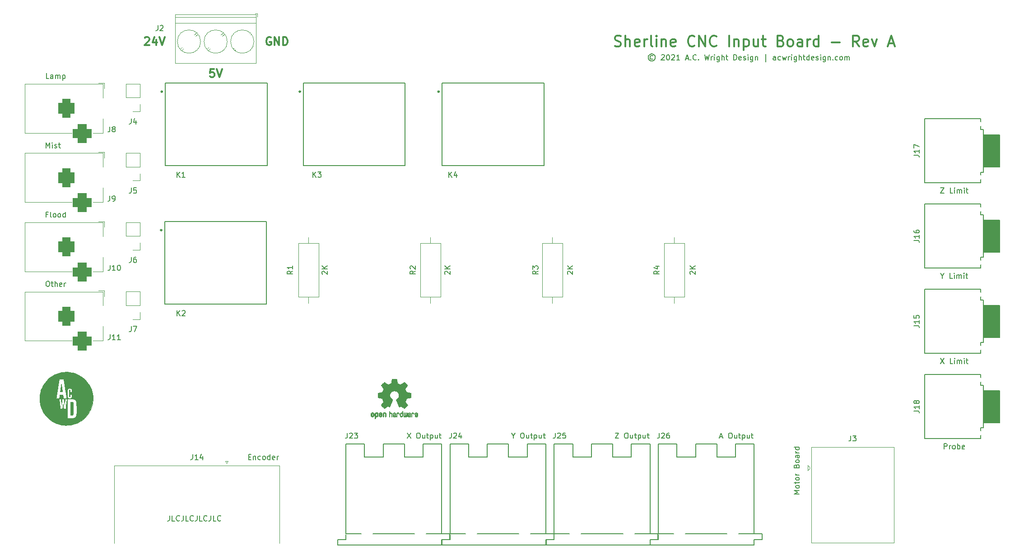
<source format=gto>
%TF.GenerationSoftware,KiCad,Pcbnew,(6.0.0-rc1-172-gb8b8c0d34c)*%
%TF.CreationDate,2021-12-06T15:46:35-06:00*%
%TF.ProjectId,Input Board,496e7075-7420-4426-9f61-72642e6b6963,A*%
%TF.SameCoordinates,Original*%
%TF.FileFunction,Legend,Top*%
%TF.FilePolarity,Positive*%
%FSLAX46Y46*%
G04 Gerber Fmt 4.6, Leading zero omitted, Abs format (unit mm)*
G04 Created by KiCad (PCBNEW (6.0.0-rc1-172-gb8b8c0d34c)) date 2021-12-06 15:46:35*
%MOMM*%
%LPD*%
G01*
G04 APERTURE LIST*
G04 Aperture macros list*
%AMRoundRect*
0 Rectangle with rounded corners*
0 $1 Rounding radius*
0 $2 $3 $4 $5 $6 $7 $8 $9 X,Y pos of 4 corners*
0 Add a 4 corners polygon primitive as box body*
4,1,4,$2,$3,$4,$5,$6,$7,$8,$9,$2,$3,0*
0 Add four circle primitives for the rounded corners*
1,1,$1+$1,$2,$3*
1,1,$1+$1,$4,$5*
1,1,$1+$1,$6,$7*
1,1,$1+$1,$8,$9*
0 Add four rect primitives between the rounded corners*
20,1,$1+$1,$2,$3,$4,$5,0*
20,1,$1+$1,$4,$5,$6,$7,0*
20,1,$1+$1,$6,$7,$8,$9,0*
20,1,$1+$1,$8,$9,$2,$3,0*%
G04 Aperture macros list end*
%ADD10C,0.300000*%
%ADD11C,0.150000*%
%ADD12C,0.120000*%
%ADD13C,0.127000*%
%ADD14C,0.203200*%
%ADD15C,0.010000*%
%ADD16R,1.700000X1.700000*%
%ADD17O,1.700000X1.700000*%
%ADD18RoundRect,0.875000X-0.875000X-0.875000X0.875000X-0.875000X0.875000X0.875000X-0.875000X0.875000X0*%
%ADD19RoundRect,0.750000X-0.750000X-1.000000X0.750000X-1.000000X0.750000X1.000000X-0.750000X1.000000X0*%
%ADD20R,3.500000X3.500000*%
%ADD21C,1.200000*%
%ADD22O,2.500000X1.800000*%
%ADD23O,1.800000X2.500000*%
%ADD24C,4.000000*%
%ADD25R,1.600000X1.600000*%
%ADD26C,1.600000*%
%ADD27R,1.980000X1.980000*%
%ADD28C,1.980000*%
%ADD29C,1.935000*%
%ADD30R,2.600000X2.600000*%
%ADD31C,2.600000*%
%ADD32C,2.400000*%
%ADD33O,2.400000X2.400000*%
%ADD34C,3.200000*%
%ADD35C,2.489200*%
%ADD36R,1.500000X1.500000*%
%ADD37C,1.500000*%
G04 APERTURE END LIST*
D10*
X85714285Y-60678571D02*
X85000000Y-60678571D01*
X84928571Y-61392857D01*
X85000000Y-61321428D01*
X85142857Y-61250000D01*
X85500000Y-61250000D01*
X85642857Y-61321428D01*
X85714285Y-61392857D01*
X85785714Y-61535714D01*
X85785714Y-61892857D01*
X85714285Y-62035714D01*
X85642857Y-62107142D01*
X85500000Y-62178571D01*
X85142857Y-62178571D01*
X85000000Y-62107142D01*
X84928571Y-62035714D01*
X86214285Y-60678571D02*
X86714285Y-62178571D01*
X87214285Y-60678571D01*
X96357142Y-54750000D02*
X96214285Y-54678571D01*
X96000000Y-54678571D01*
X95785714Y-54750000D01*
X95642857Y-54892857D01*
X95571428Y-55035714D01*
X95500000Y-55321428D01*
X95500000Y-55535714D01*
X95571428Y-55821428D01*
X95642857Y-55964285D01*
X95785714Y-56107142D01*
X96000000Y-56178571D01*
X96142857Y-56178571D01*
X96357142Y-56107142D01*
X96428571Y-56035714D01*
X96428571Y-55535714D01*
X96142857Y-55535714D01*
X97071428Y-56178571D02*
X97071428Y-54678571D01*
X97928571Y-56178571D01*
X97928571Y-54678571D01*
X98642857Y-56178571D02*
X98642857Y-54678571D01*
X99000000Y-54678571D01*
X99214285Y-54750000D01*
X99357142Y-54892857D01*
X99428571Y-55035714D01*
X99500000Y-55321428D01*
X99500000Y-55535714D01*
X99428571Y-55821428D01*
X99357142Y-55964285D01*
X99214285Y-56107142D01*
X99000000Y-56178571D01*
X98642857Y-56178571D01*
X72714285Y-54821428D02*
X72785714Y-54750000D01*
X72928571Y-54678571D01*
X73285714Y-54678571D01*
X73428571Y-54750000D01*
X73500000Y-54821428D01*
X73571428Y-54964285D01*
X73571428Y-55107142D01*
X73500000Y-55321428D01*
X72642857Y-56178571D01*
X73571428Y-56178571D01*
X74857142Y-55178571D02*
X74857142Y-56178571D01*
X74500000Y-54607142D02*
X74142857Y-55678571D01*
X75071428Y-55678571D01*
X75428571Y-54678571D02*
X75928571Y-56178571D01*
X76428571Y-54678571D01*
D11*
X167976190Y-58190476D02*
X167880952Y-58142857D01*
X167690476Y-58142857D01*
X167595238Y-58190476D01*
X167500000Y-58285714D01*
X167452380Y-58380952D01*
X167452380Y-58571428D01*
X167500000Y-58666666D01*
X167595238Y-58761904D01*
X167690476Y-58809523D01*
X167880952Y-58809523D01*
X167976190Y-58761904D01*
X167785714Y-57809523D02*
X167547619Y-57857142D01*
X167309523Y-58000000D01*
X167166666Y-58238095D01*
X167119047Y-58476190D01*
X167166666Y-58714285D01*
X167309523Y-58952380D01*
X167547619Y-59095238D01*
X167785714Y-59142857D01*
X168023809Y-59095238D01*
X168261904Y-58952380D01*
X168404761Y-58714285D01*
X168452380Y-58476190D01*
X168404761Y-58238095D01*
X168261904Y-58000000D01*
X168023809Y-57857142D01*
X167785714Y-57809523D01*
X169595238Y-58047619D02*
X169642857Y-58000000D01*
X169738095Y-57952380D01*
X169976190Y-57952380D01*
X170071428Y-58000000D01*
X170119047Y-58047619D01*
X170166666Y-58142857D01*
X170166666Y-58238095D01*
X170119047Y-58380952D01*
X169547619Y-58952380D01*
X170166666Y-58952380D01*
X170785714Y-57952380D02*
X170880952Y-57952380D01*
X170976190Y-58000000D01*
X171023809Y-58047619D01*
X171071428Y-58142857D01*
X171119047Y-58333333D01*
X171119047Y-58571428D01*
X171071428Y-58761904D01*
X171023809Y-58857142D01*
X170976190Y-58904761D01*
X170880952Y-58952380D01*
X170785714Y-58952380D01*
X170690476Y-58904761D01*
X170642857Y-58857142D01*
X170595238Y-58761904D01*
X170547619Y-58571428D01*
X170547619Y-58333333D01*
X170595238Y-58142857D01*
X170642857Y-58047619D01*
X170690476Y-58000000D01*
X170785714Y-57952380D01*
X171500000Y-58047619D02*
X171547619Y-58000000D01*
X171642857Y-57952380D01*
X171880952Y-57952380D01*
X171976190Y-58000000D01*
X172023809Y-58047619D01*
X172071428Y-58142857D01*
X172071428Y-58238095D01*
X172023809Y-58380952D01*
X171452380Y-58952380D01*
X172071428Y-58952380D01*
X173023809Y-58952380D02*
X172452380Y-58952380D01*
X172738095Y-58952380D02*
X172738095Y-57952380D01*
X172642857Y-58095238D01*
X172547619Y-58190476D01*
X172452380Y-58238095D01*
X174166666Y-58666666D02*
X174642857Y-58666666D01*
X174071428Y-58952380D02*
X174404761Y-57952380D01*
X174738095Y-58952380D01*
X175071428Y-58857142D02*
X175119047Y-58904761D01*
X175071428Y-58952380D01*
X175023809Y-58904761D01*
X175071428Y-58857142D01*
X175071428Y-58952380D01*
X176119047Y-58857142D02*
X176071428Y-58904761D01*
X175928571Y-58952380D01*
X175833333Y-58952380D01*
X175690476Y-58904761D01*
X175595238Y-58809523D01*
X175547619Y-58714285D01*
X175500000Y-58523809D01*
X175500000Y-58380952D01*
X175547619Y-58190476D01*
X175595238Y-58095238D01*
X175690476Y-58000000D01*
X175833333Y-57952380D01*
X175928571Y-57952380D01*
X176071428Y-58000000D01*
X176119047Y-58047619D01*
X176547619Y-58857142D02*
X176595238Y-58904761D01*
X176547619Y-58952380D01*
X176500000Y-58904761D01*
X176547619Y-58857142D01*
X176547619Y-58952380D01*
X177690476Y-57952380D02*
X177928571Y-58952380D01*
X178119047Y-58238095D01*
X178309523Y-58952380D01*
X178547619Y-57952380D01*
X178928571Y-58952380D02*
X178928571Y-58285714D01*
X178928571Y-58476190D02*
X178976190Y-58380952D01*
X179023809Y-58333333D01*
X179119047Y-58285714D01*
X179214285Y-58285714D01*
X179547619Y-58952380D02*
X179547619Y-58285714D01*
X179547619Y-57952380D02*
X179500000Y-58000000D01*
X179547619Y-58047619D01*
X179595238Y-58000000D01*
X179547619Y-57952380D01*
X179547619Y-58047619D01*
X180452380Y-58285714D02*
X180452380Y-59095238D01*
X180404761Y-59190476D01*
X180357142Y-59238095D01*
X180261904Y-59285714D01*
X180119047Y-59285714D01*
X180023809Y-59238095D01*
X180452380Y-58904761D02*
X180357142Y-58952380D01*
X180166666Y-58952380D01*
X180071428Y-58904761D01*
X180023809Y-58857142D01*
X179976190Y-58761904D01*
X179976190Y-58476190D01*
X180023809Y-58380952D01*
X180071428Y-58333333D01*
X180166666Y-58285714D01*
X180357142Y-58285714D01*
X180452380Y-58333333D01*
X180928571Y-58952380D02*
X180928571Y-57952380D01*
X181357142Y-58952380D02*
X181357142Y-58428571D01*
X181309523Y-58333333D01*
X181214285Y-58285714D01*
X181071428Y-58285714D01*
X180976190Y-58333333D01*
X180928571Y-58380952D01*
X181690476Y-58285714D02*
X182071428Y-58285714D01*
X181833333Y-57952380D02*
X181833333Y-58809523D01*
X181880952Y-58904761D01*
X181976190Y-58952380D01*
X182071428Y-58952380D01*
X183166666Y-58952380D02*
X183166666Y-57952380D01*
X183404761Y-57952380D01*
X183547619Y-58000000D01*
X183642857Y-58095238D01*
X183690476Y-58190476D01*
X183738095Y-58380952D01*
X183738095Y-58523809D01*
X183690476Y-58714285D01*
X183642857Y-58809523D01*
X183547619Y-58904761D01*
X183404761Y-58952380D01*
X183166666Y-58952380D01*
X184547619Y-58904761D02*
X184452380Y-58952380D01*
X184261904Y-58952380D01*
X184166666Y-58904761D01*
X184119047Y-58809523D01*
X184119047Y-58428571D01*
X184166666Y-58333333D01*
X184261904Y-58285714D01*
X184452380Y-58285714D01*
X184547619Y-58333333D01*
X184595238Y-58428571D01*
X184595238Y-58523809D01*
X184119047Y-58619047D01*
X184976190Y-58904761D02*
X185071428Y-58952380D01*
X185261904Y-58952380D01*
X185357142Y-58904761D01*
X185404761Y-58809523D01*
X185404761Y-58761904D01*
X185357142Y-58666666D01*
X185261904Y-58619047D01*
X185119047Y-58619047D01*
X185023809Y-58571428D01*
X184976190Y-58476190D01*
X184976190Y-58428571D01*
X185023809Y-58333333D01*
X185119047Y-58285714D01*
X185261904Y-58285714D01*
X185357142Y-58333333D01*
X185833333Y-58952380D02*
X185833333Y-58285714D01*
X185833333Y-57952380D02*
X185785714Y-58000000D01*
X185833333Y-58047619D01*
X185880952Y-58000000D01*
X185833333Y-57952380D01*
X185833333Y-58047619D01*
X186738095Y-58285714D02*
X186738095Y-59095238D01*
X186690476Y-59190476D01*
X186642857Y-59238095D01*
X186547619Y-59285714D01*
X186404761Y-59285714D01*
X186309523Y-59238095D01*
X186738095Y-58904761D02*
X186642857Y-58952380D01*
X186452380Y-58952380D01*
X186357142Y-58904761D01*
X186309523Y-58857142D01*
X186261904Y-58761904D01*
X186261904Y-58476190D01*
X186309523Y-58380952D01*
X186357142Y-58333333D01*
X186452380Y-58285714D01*
X186642857Y-58285714D01*
X186738095Y-58333333D01*
X187214285Y-58285714D02*
X187214285Y-58952380D01*
X187214285Y-58380952D02*
X187261904Y-58333333D01*
X187357142Y-58285714D01*
X187500000Y-58285714D01*
X187595238Y-58333333D01*
X187642857Y-58428571D01*
X187642857Y-58952380D01*
X189119047Y-59285714D02*
X189119047Y-57857142D01*
X191023809Y-58952380D02*
X191023809Y-58428571D01*
X190976190Y-58333333D01*
X190880952Y-58285714D01*
X190690476Y-58285714D01*
X190595238Y-58333333D01*
X191023809Y-58904761D02*
X190928571Y-58952380D01*
X190690476Y-58952380D01*
X190595238Y-58904761D01*
X190547619Y-58809523D01*
X190547619Y-58714285D01*
X190595238Y-58619047D01*
X190690476Y-58571428D01*
X190928571Y-58571428D01*
X191023809Y-58523809D01*
X191928571Y-58904761D02*
X191833333Y-58952380D01*
X191642857Y-58952380D01*
X191547619Y-58904761D01*
X191500000Y-58857142D01*
X191452380Y-58761904D01*
X191452380Y-58476190D01*
X191500000Y-58380952D01*
X191547619Y-58333333D01*
X191642857Y-58285714D01*
X191833333Y-58285714D01*
X191928571Y-58333333D01*
X192261904Y-58285714D02*
X192452380Y-58952380D01*
X192642857Y-58476190D01*
X192833333Y-58952380D01*
X193023809Y-58285714D01*
X193404761Y-58952380D02*
X193404761Y-58285714D01*
X193404761Y-58476190D02*
X193452380Y-58380952D01*
X193500000Y-58333333D01*
X193595238Y-58285714D01*
X193690476Y-58285714D01*
X194023809Y-58952380D02*
X194023809Y-58285714D01*
X194023809Y-57952380D02*
X193976190Y-58000000D01*
X194023809Y-58047619D01*
X194071428Y-58000000D01*
X194023809Y-57952380D01*
X194023809Y-58047619D01*
X194928571Y-58285714D02*
X194928571Y-59095238D01*
X194880952Y-59190476D01*
X194833333Y-59238095D01*
X194738095Y-59285714D01*
X194595238Y-59285714D01*
X194500000Y-59238095D01*
X194928571Y-58904761D02*
X194833333Y-58952380D01*
X194642857Y-58952380D01*
X194547619Y-58904761D01*
X194500000Y-58857142D01*
X194452380Y-58761904D01*
X194452380Y-58476190D01*
X194500000Y-58380952D01*
X194547619Y-58333333D01*
X194642857Y-58285714D01*
X194833333Y-58285714D01*
X194928571Y-58333333D01*
X195404761Y-58952380D02*
X195404761Y-57952380D01*
X195833333Y-58952380D02*
X195833333Y-58428571D01*
X195785714Y-58333333D01*
X195690476Y-58285714D01*
X195547619Y-58285714D01*
X195452380Y-58333333D01*
X195404761Y-58380952D01*
X196166666Y-58285714D02*
X196547619Y-58285714D01*
X196309523Y-57952380D02*
X196309523Y-58809523D01*
X196357142Y-58904761D01*
X196452380Y-58952380D01*
X196547619Y-58952380D01*
X197309523Y-58952380D02*
X197309523Y-57952380D01*
X197309523Y-58904761D02*
X197214285Y-58952380D01*
X197023809Y-58952380D01*
X196928571Y-58904761D01*
X196880952Y-58857142D01*
X196833333Y-58761904D01*
X196833333Y-58476190D01*
X196880952Y-58380952D01*
X196928571Y-58333333D01*
X197023809Y-58285714D01*
X197214285Y-58285714D01*
X197309523Y-58333333D01*
X198166666Y-58904761D02*
X198071428Y-58952380D01*
X197880952Y-58952380D01*
X197785714Y-58904761D01*
X197738095Y-58809523D01*
X197738095Y-58428571D01*
X197785714Y-58333333D01*
X197880952Y-58285714D01*
X198071428Y-58285714D01*
X198166666Y-58333333D01*
X198214285Y-58428571D01*
X198214285Y-58523809D01*
X197738095Y-58619047D01*
X198595238Y-58904761D02*
X198690476Y-58952380D01*
X198880952Y-58952380D01*
X198976190Y-58904761D01*
X199023809Y-58809523D01*
X199023809Y-58761904D01*
X198976190Y-58666666D01*
X198880952Y-58619047D01*
X198738095Y-58619047D01*
X198642857Y-58571428D01*
X198595238Y-58476190D01*
X198595238Y-58428571D01*
X198642857Y-58333333D01*
X198738095Y-58285714D01*
X198880952Y-58285714D01*
X198976190Y-58333333D01*
X199452380Y-58952380D02*
X199452380Y-58285714D01*
X199452380Y-57952380D02*
X199404761Y-58000000D01*
X199452380Y-58047619D01*
X199500000Y-58000000D01*
X199452380Y-57952380D01*
X199452380Y-58047619D01*
X200357142Y-58285714D02*
X200357142Y-59095238D01*
X200309523Y-59190476D01*
X200261904Y-59238095D01*
X200166666Y-59285714D01*
X200023809Y-59285714D01*
X199928571Y-59238095D01*
X200357142Y-58904761D02*
X200261904Y-58952380D01*
X200071428Y-58952380D01*
X199976190Y-58904761D01*
X199928571Y-58857142D01*
X199880952Y-58761904D01*
X199880952Y-58476190D01*
X199928571Y-58380952D01*
X199976190Y-58333333D01*
X200071428Y-58285714D01*
X200261904Y-58285714D01*
X200357142Y-58333333D01*
X200833333Y-58285714D02*
X200833333Y-58952380D01*
X200833333Y-58380952D02*
X200880952Y-58333333D01*
X200976190Y-58285714D01*
X201119047Y-58285714D01*
X201214285Y-58333333D01*
X201261904Y-58428571D01*
X201261904Y-58952380D01*
X201738095Y-58857142D02*
X201785714Y-58904761D01*
X201738095Y-58952380D01*
X201690476Y-58904761D01*
X201738095Y-58857142D01*
X201738095Y-58952380D01*
X202642857Y-58904761D02*
X202547619Y-58952380D01*
X202357142Y-58952380D01*
X202261904Y-58904761D01*
X202214285Y-58857142D01*
X202166666Y-58761904D01*
X202166666Y-58476190D01*
X202214285Y-58380952D01*
X202261904Y-58333333D01*
X202357142Y-58285714D01*
X202547619Y-58285714D01*
X202642857Y-58333333D01*
X203214285Y-58952380D02*
X203119047Y-58904761D01*
X203071428Y-58857142D01*
X203023809Y-58761904D01*
X203023809Y-58476190D01*
X203071428Y-58380952D01*
X203119047Y-58333333D01*
X203214285Y-58285714D01*
X203357142Y-58285714D01*
X203452380Y-58333333D01*
X203500000Y-58380952D01*
X203547619Y-58476190D01*
X203547619Y-58761904D01*
X203500000Y-58857142D01*
X203452380Y-58904761D01*
X203357142Y-58952380D01*
X203214285Y-58952380D01*
X203976190Y-58952380D02*
X203976190Y-58285714D01*
X203976190Y-58380952D02*
X204023809Y-58333333D01*
X204119047Y-58285714D01*
X204261904Y-58285714D01*
X204357142Y-58333333D01*
X204404761Y-58428571D01*
X204404761Y-58952380D01*
X204404761Y-58428571D02*
X204452380Y-58333333D01*
X204547619Y-58285714D01*
X204690476Y-58285714D01*
X204785714Y-58333333D01*
X204833333Y-58428571D01*
X204833333Y-58952380D01*
D10*
X160857142Y-56309523D02*
X161142857Y-56404761D01*
X161619047Y-56404761D01*
X161809523Y-56309523D01*
X161904761Y-56214285D01*
X162000000Y-56023809D01*
X162000000Y-55833333D01*
X161904761Y-55642857D01*
X161809523Y-55547619D01*
X161619047Y-55452380D01*
X161238095Y-55357142D01*
X161047619Y-55261904D01*
X160952380Y-55166666D01*
X160857142Y-54976190D01*
X160857142Y-54785714D01*
X160952380Y-54595238D01*
X161047619Y-54500000D01*
X161238095Y-54404761D01*
X161714285Y-54404761D01*
X162000000Y-54500000D01*
X162857142Y-56404761D02*
X162857142Y-54404761D01*
X163714285Y-56404761D02*
X163714285Y-55357142D01*
X163619047Y-55166666D01*
X163428571Y-55071428D01*
X163142857Y-55071428D01*
X162952380Y-55166666D01*
X162857142Y-55261904D01*
X165428571Y-56309523D02*
X165238095Y-56404761D01*
X164857142Y-56404761D01*
X164666666Y-56309523D01*
X164571428Y-56119047D01*
X164571428Y-55357142D01*
X164666666Y-55166666D01*
X164857142Y-55071428D01*
X165238095Y-55071428D01*
X165428571Y-55166666D01*
X165523809Y-55357142D01*
X165523809Y-55547619D01*
X164571428Y-55738095D01*
X166380952Y-56404761D02*
X166380952Y-55071428D01*
X166380952Y-55452380D02*
X166476190Y-55261904D01*
X166571428Y-55166666D01*
X166761904Y-55071428D01*
X166952380Y-55071428D01*
X167904761Y-56404761D02*
X167714285Y-56309523D01*
X167619047Y-56119047D01*
X167619047Y-54404761D01*
X168666666Y-56404761D02*
X168666666Y-55071428D01*
X168666666Y-54404761D02*
X168571428Y-54500000D01*
X168666666Y-54595238D01*
X168761904Y-54500000D01*
X168666666Y-54404761D01*
X168666666Y-54595238D01*
X169619047Y-55071428D02*
X169619047Y-56404761D01*
X169619047Y-55261904D02*
X169714285Y-55166666D01*
X169904761Y-55071428D01*
X170190476Y-55071428D01*
X170380952Y-55166666D01*
X170476190Y-55357142D01*
X170476190Y-56404761D01*
X172190476Y-56309523D02*
X172000000Y-56404761D01*
X171619047Y-56404761D01*
X171428571Y-56309523D01*
X171333333Y-56119047D01*
X171333333Y-55357142D01*
X171428571Y-55166666D01*
X171619047Y-55071428D01*
X172000000Y-55071428D01*
X172190476Y-55166666D01*
X172285714Y-55357142D01*
X172285714Y-55547619D01*
X171333333Y-55738095D01*
X175809523Y-56214285D02*
X175714285Y-56309523D01*
X175428571Y-56404761D01*
X175238095Y-56404761D01*
X174952380Y-56309523D01*
X174761904Y-56119047D01*
X174666666Y-55928571D01*
X174571428Y-55547619D01*
X174571428Y-55261904D01*
X174666666Y-54880952D01*
X174761904Y-54690476D01*
X174952380Y-54500000D01*
X175238095Y-54404761D01*
X175428571Y-54404761D01*
X175714285Y-54500000D01*
X175809523Y-54595238D01*
X176666666Y-56404761D02*
X176666666Y-54404761D01*
X177809523Y-56404761D01*
X177809523Y-54404761D01*
X179904761Y-56214285D02*
X179809523Y-56309523D01*
X179523809Y-56404761D01*
X179333333Y-56404761D01*
X179047619Y-56309523D01*
X178857142Y-56119047D01*
X178761904Y-55928571D01*
X178666666Y-55547619D01*
X178666666Y-55261904D01*
X178761904Y-54880952D01*
X178857142Y-54690476D01*
X179047619Y-54500000D01*
X179333333Y-54404761D01*
X179523809Y-54404761D01*
X179809523Y-54500000D01*
X179904761Y-54595238D01*
X182285714Y-56404761D02*
X182285714Y-54404761D01*
X183238095Y-55071428D02*
X183238095Y-56404761D01*
X183238095Y-55261904D02*
X183333333Y-55166666D01*
X183523809Y-55071428D01*
X183809523Y-55071428D01*
X184000000Y-55166666D01*
X184095238Y-55357142D01*
X184095238Y-56404761D01*
X185047619Y-55071428D02*
X185047619Y-57071428D01*
X185047619Y-55166666D02*
X185238095Y-55071428D01*
X185619047Y-55071428D01*
X185809523Y-55166666D01*
X185904761Y-55261904D01*
X186000000Y-55452380D01*
X186000000Y-56023809D01*
X185904761Y-56214285D01*
X185809523Y-56309523D01*
X185619047Y-56404761D01*
X185238095Y-56404761D01*
X185047619Y-56309523D01*
X187714285Y-55071428D02*
X187714285Y-56404761D01*
X186857142Y-55071428D02*
X186857142Y-56119047D01*
X186952380Y-56309523D01*
X187142857Y-56404761D01*
X187428571Y-56404761D01*
X187619047Y-56309523D01*
X187714285Y-56214285D01*
X188380952Y-55071428D02*
X189142857Y-55071428D01*
X188666666Y-54404761D02*
X188666666Y-56119047D01*
X188761904Y-56309523D01*
X188952380Y-56404761D01*
X189142857Y-56404761D01*
X192000000Y-55357142D02*
X192285714Y-55452380D01*
X192380952Y-55547619D01*
X192476190Y-55738095D01*
X192476190Y-56023809D01*
X192380952Y-56214285D01*
X192285714Y-56309523D01*
X192095238Y-56404761D01*
X191333333Y-56404761D01*
X191333333Y-54404761D01*
X192000000Y-54404761D01*
X192190476Y-54500000D01*
X192285714Y-54595238D01*
X192380952Y-54785714D01*
X192380952Y-54976190D01*
X192285714Y-55166666D01*
X192190476Y-55261904D01*
X192000000Y-55357142D01*
X191333333Y-55357142D01*
X193619047Y-56404761D02*
X193428571Y-56309523D01*
X193333333Y-56214285D01*
X193238095Y-56023809D01*
X193238095Y-55452380D01*
X193333333Y-55261904D01*
X193428571Y-55166666D01*
X193619047Y-55071428D01*
X193904761Y-55071428D01*
X194095238Y-55166666D01*
X194190476Y-55261904D01*
X194285714Y-55452380D01*
X194285714Y-56023809D01*
X194190476Y-56214285D01*
X194095238Y-56309523D01*
X193904761Y-56404761D01*
X193619047Y-56404761D01*
X196000000Y-56404761D02*
X196000000Y-55357142D01*
X195904761Y-55166666D01*
X195714285Y-55071428D01*
X195333333Y-55071428D01*
X195142857Y-55166666D01*
X196000000Y-56309523D02*
X195809523Y-56404761D01*
X195333333Y-56404761D01*
X195142857Y-56309523D01*
X195047619Y-56119047D01*
X195047619Y-55928571D01*
X195142857Y-55738095D01*
X195333333Y-55642857D01*
X195809523Y-55642857D01*
X196000000Y-55547619D01*
X196952380Y-56404761D02*
X196952380Y-55071428D01*
X196952380Y-55452380D02*
X197047619Y-55261904D01*
X197142857Y-55166666D01*
X197333333Y-55071428D01*
X197523809Y-55071428D01*
X199047619Y-56404761D02*
X199047619Y-54404761D01*
X199047619Y-56309523D02*
X198857142Y-56404761D01*
X198476190Y-56404761D01*
X198285714Y-56309523D01*
X198190476Y-56214285D01*
X198095238Y-56023809D01*
X198095238Y-55452380D01*
X198190476Y-55261904D01*
X198285714Y-55166666D01*
X198476190Y-55071428D01*
X198857142Y-55071428D01*
X199047619Y-55166666D01*
X201523809Y-55642857D02*
X203047619Y-55642857D01*
X206666666Y-56404761D02*
X206000000Y-55452380D01*
X205523809Y-56404761D02*
X205523809Y-54404761D01*
X206285714Y-54404761D01*
X206476190Y-54500000D01*
X206571428Y-54595238D01*
X206666666Y-54785714D01*
X206666666Y-55071428D01*
X206571428Y-55261904D01*
X206476190Y-55357142D01*
X206285714Y-55452380D01*
X205523809Y-55452380D01*
X208285714Y-56309523D02*
X208095238Y-56404761D01*
X207714285Y-56404761D01*
X207523809Y-56309523D01*
X207428571Y-56119047D01*
X207428571Y-55357142D01*
X207523809Y-55166666D01*
X207714285Y-55071428D01*
X208095238Y-55071428D01*
X208285714Y-55166666D01*
X208380952Y-55357142D01*
X208380952Y-55547619D01*
X207428571Y-55738095D01*
X209047619Y-55071428D02*
X209523809Y-56404761D01*
X210000000Y-55071428D01*
X212190476Y-55833333D02*
X213142857Y-55833333D01*
X212000000Y-56404761D02*
X212666666Y-54404761D01*
X213333333Y-56404761D01*
D11*
X77380952Y-144452380D02*
X77380952Y-145166666D01*
X77333333Y-145309523D01*
X77238095Y-145404761D01*
X77095238Y-145452380D01*
X77000000Y-145452380D01*
X78333333Y-145452380D02*
X77857142Y-145452380D01*
X77857142Y-144452380D01*
X79238095Y-145357142D02*
X79190476Y-145404761D01*
X79047619Y-145452380D01*
X78952380Y-145452380D01*
X78809523Y-145404761D01*
X78714285Y-145309523D01*
X78666666Y-145214285D01*
X78619047Y-145023809D01*
X78619047Y-144880952D01*
X78666666Y-144690476D01*
X78714285Y-144595238D01*
X78809523Y-144500000D01*
X78952380Y-144452380D01*
X79047619Y-144452380D01*
X79190476Y-144500000D01*
X79238095Y-144547619D01*
X79952380Y-144452380D02*
X79952380Y-145166666D01*
X79904761Y-145309523D01*
X79809523Y-145404761D01*
X79666666Y-145452380D01*
X79571428Y-145452380D01*
X80904761Y-145452380D02*
X80428571Y-145452380D01*
X80428571Y-144452380D01*
X81809523Y-145357142D02*
X81761904Y-145404761D01*
X81619047Y-145452380D01*
X81523809Y-145452380D01*
X81380952Y-145404761D01*
X81285714Y-145309523D01*
X81238095Y-145214285D01*
X81190476Y-145023809D01*
X81190476Y-144880952D01*
X81238095Y-144690476D01*
X81285714Y-144595238D01*
X81380952Y-144500000D01*
X81523809Y-144452380D01*
X81619047Y-144452380D01*
X81761904Y-144500000D01*
X81809523Y-144547619D01*
X82523809Y-144452380D02*
X82523809Y-145166666D01*
X82476190Y-145309523D01*
X82380952Y-145404761D01*
X82238095Y-145452380D01*
X82142857Y-145452380D01*
X83476190Y-145452380D02*
X83000000Y-145452380D01*
X83000000Y-144452380D01*
X84380952Y-145357142D02*
X84333333Y-145404761D01*
X84190476Y-145452380D01*
X84095238Y-145452380D01*
X83952380Y-145404761D01*
X83857142Y-145309523D01*
X83809523Y-145214285D01*
X83761904Y-145023809D01*
X83761904Y-144880952D01*
X83809523Y-144690476D01*
X83857142Y-144595238D01*
X83952380Y-144500000D01*
X84095238Y-144452380D01*
X84190476Y-144452380D01*
X84333333Y-144500000D01*
X84380952Y-144547619D01*
X85095238Y-144452380D02*
X85095238Y-145166666D01*
X85047619Y-145309523D01*
X84952380Y-145404761D01*
X84809523Y-145452380D01*
X84714285Y-145452380D01*
X86047619Y-145452380D02*
X85571428Y-145452380D01*
X85571428Y-144452380D01*
X86952380Y-145357142D02*
X86904761Y-145404761D01*
X86761904Y-145452380D01*
X86666666Y-145452380D01*
X86523809Y-145404761D01*
X86428571Y-145309523D01*
X86380952Y-145214285D01*
X86333333Y-145023809D01*
X86333333Y-144880952D01*
X86380952Y-144690476D01*
X86428571Y-144595238D01*
X86523809Y-144500000D01*
X86666666Y-144452380D01*
X86761904Y-144452380D01*
X86904761Y-144500000D01*
X86952380Y-144547619D01*
%TO.C,J5*%
X70166666Y-82952380D02*
X70166666Y-83666666D01*
X70119047Y-83809523D01*
X70023809Y-83904761D01*
X69880952Y-83952380D01*
X69785714Y-83952380D01*
X71119047Y-82952380D02*
X70642857Y-82952380D01*
X70595238Y-83428571D01*
X70642857Y-83380952D01*
X70738095Y-83333333D01*
X70976190Y-83333333D01*
X71071428Y-83380952D01*
X71119047Y-83428571D01*
X71166666Y-83523809D01*
X71166666Y-83761904D01*
X71119047Y-83857142D01*
X71071428Y-83904761D01*
X70976190Y-83952380D01*
X70738095Y-83952380D01*
X70642857Y-83904761D01*
X70595238Y-83857142D01*
%TO.C,J8*%
X66166666Y-71452380D02*
X66166666Y-72166666D01*
X66119047Y-72309523D01*
X66023809Y-72404761D01*
X65880952Y-72452380D01*
X65785714Y-72452380D01*
X66785714Y-71880952D02*
X66690476Y-71833333D01*
X66642857Y-71785714D01*
X66595238Y-71690476D01*
X66595238Y-71642857D01*
X66642857Y-71547619D01*
X66690476Y-71500000D01*
X66785714Y-71452380D01*
X66976190Y-71452380D01*
X67071428Y-71500000D01*
X67119047Y-71547619D01*
X67166666Y-71642857D01*
X67166666Y-71690476D01*
X67119047Y-71785714D01*
X67071428Y-71833333D01*
X66976190Y-71880952D01*
X66785714Y-71880952D01*
X66690476Y-71928571D01*
X66642857Y-71976190D01*
X66595238Y-72071428D01*
X66595238Y-72261904D01*
X66642857Y-72357142D01*
X66690476Y-72404761D01*
X66785714Y-72452380D01*
X66976190Y-72452380D01*
X67071428Y-72404761D01*
X67119047Y-72357142D01*
X67166666Y-72261904D01*
X67166666Y-72071428D01*
X67119047Y-71976190D01*
X67071428Y-71928571D01*
X66976190Y-71880952D01*
X54738095Y-62452380D02*
X54261904Y-62452380D01*
X54261904Y-61452380D01*
X55500000Y-62452380D02*
X55500000Y-61928571D01*
X55452380Y-61833333D01*
X55357142Y-61785714D01*
X55166666Y-61785714D01*
X55071428Y-61833333D01*
X55500000Y-62404761D02*
X55404761Y-62452380D01*
X55166666Y-62452380D01*
X55071428Y-62404761D01*
X55023809Y-62309523D01*
X55023809Y-62214285D01*
X55071428Y-62119047D01*
X55166666Y-62071428D01*
X55404761Y-62071428D01*
X55500000Y-62023809D01*
X55976190Y-62452380D02*
X55976190Y-61785714D01*
X55976190Y-61880952D02*
X56023809Y-61833333D01*
X56119047Y-61785714D01*
X56261904Y-61785714D01*
X56357142Y-61833333D01*
X56404761Y-61928571D01*
X56404761Y-62452380D01*
X56404761Y-61928571D02*
X56452380Y-61833333D01*
X56547619Y-61785714D01*
X56690476Y-61785714D01*
X56785714Y-61833333D01*
X56833333Y-61928571D01*
X56833333Y-62452380D01*
X57309523Y-61785714D02*
X57309523Y-62785714D01*
X57309523Y-61833333D02*
X57404761Y-61785714D01*
X57595238Y-61785714D01*
X57690476Y-61833333D01*
X57738095Y-61880952D01*
X57785714Y-61976190D01*
X57785714Y-62261904D01*
X57738095Y-62357142D01*
X57690476Y-62404761D01*
X57595238Y-62452380D01*
X57404761Y-62452380D01*
X57309523Y-62404761D01*
%TO.C,J18*%
X216952380Y-124809523D02*
X217666666Y-124809523D01*
X217809523Y-124857142D01*
X217904761Y-124952380D01*
X217952380Y-125095238D01*
X217952380Y-125190476D01*
X217952380Y-123809523D02*
X217952380Y-124380952D01*
X217952380Y-124095238D02*
X216952380Y-124095238D01*
X217095238Y-124190476D01*
X217190476Y-124285714D01*
X217238095Y-124380952D01*
X217380952Y-123238095D02*
X217333333Y-123333333D01*
X217285714Y-123380952D01*
X217190476Y-123428571D01*
X217142857Y-123428571D01*
X217047619Y-123380952D01*
X217000000Y-123333333D01*
X216952380Y-123238095D01*
X216952380Y-123047619D01*
X217000000Y-122952380D01*
X217047619Y-122904761D01*
X217142857Y-122857142D01*
X217190476Y-122857142D01*
X217285714Y-122904761D01*
X217333333Y-122952380D01*
X217380952Y-123047619D01*
X217380952Y-123238095D01*
X217428571Y-123333333D01*
X217476190Y-123380952D01*
X217571428Y-123428571D01*
X217761904Y-123428571D01*
X217857142Y-123380952D01*
X217904761Y-123333333D01*
X217952380Y-123238095D01*
X217952380Y-123047619D01*
X217904761Y-122952380D01*
X217857142Y-122904761D01*
X217761904Y-122857142D01*
X217571428Y-122857142D01*
X217476190Y-122904761D01*
X217428571Y-122952380D01*
X217380952Y-123047619D01*
X222595238Y-131952380D02*
X222595238Y-130952380D01*
X222976190Y-130952380D01*
X223071428Y-131000000D01*
X223119047Y-131047619D01*
X223166666Y-131142857D01*
X223166666Y-131285714D01*
X223119047Y-131380952D01*
X223071428Y-131428571D01*
X222976190Y-131476190D01*
X222595238Y-131476190D01*
X223595238Y-131952380D02*
X223595238Y-131285714D01*
X223595238Y-131476190D02*
X223642857Y-131380952D01*
X223690476Y-131333333D01*
X223785714Y-131285714D01*
X223880952Y-131285714D01*
X224357142Y-131952380D02*
X224261904Y-131904761D01*
X224214285Y-131857142D01*
X224166666Y-131761904D01*
X224166666Y-131476190D01*
X224214285Y-131380952D01*
X224261904Y-131333333D01*
X224357142Y-131285714D01*
X224500000Y-131285714D01*
X224595238Y-131333333D01*
X224642857Y-131380952D01*
X224690476Y-131476190D01*
X224690476Y-131761904D01*
X224642857Y-131857142D01*
X224595238Y-131904761D01*
X224500000Y-131952380D01*
X224357142Y-131952380D01*
X225119047Y-131952380D02*
X225119047Y-130952380D01*
X225119047Y-131333333D02*
X225214285Y-131285714D01*
X225404761Y-131285714D01*
X225500000Y-131333333D01*
X225547619Y-131380952D01*
X225595238Y-131476190D01*
X225595238Y-131761904D01*
X225547619Y-131857142D01*
X225500000Y-131904761D01*
X225404761Y-131952380D01*
X225214285Y-131952380D01*
X225119047Y-131904761D01*
X226404761Y-131904761D02*
X226309523Y-131952380D01*
X226119047Y-131952380D01*
X226023809Y-131904761D01*
X225976190Y-131809523D01*
X225976190Y-131428571D01*
X226023809Y-131333333D01*
X226119047Y-131285714D01*
X226309523Y-131285714D01*
X226404761Y-131333333D01*
X226452380Y-131428571D01*
X226452380Y-131523809D01*
X225976190Y-131619047D01*
%TO.C,J4*%
X70166666Y-69952380D02*
X70166666Y-70666666D01*
X70119047Y-70809523D01*
X70023809Y-70904761D01*
X69880952Y-70952380D01*
X69785714Y-70952380D01*
X71071428Y-70285714D02*
X71071428Y-70952380D01*
X70833333Y-69904761D02*
X70595238Y-70619047D01*
X71214285Y-70619047D01*
%TO.C,J14*%
X81700476Y-132952380D02*
X81700476Y-133666666D01*
X81652857Y-133809523D01*
X81557619Y-133904761D01*
X81414761Y-133952380D01*
X81319523Y-133952380D01*
X82700476Y-133952380D02*
X82129047Y-133952380D01*
X82414761Y-133952380D02*
X82414761Y-132952380D01*
X82319523Y-133095238D01*
X82224285Y-133190476D01*
X82129047Y-133238095D01*
X83557619Y-133285714D02*
X83557619Y-133952380D01*
X83319523Y-132904761D02*
X83081428Y-133619047D01*
X83700476Y-133619047D01*
X92188214Y-133428571D02*
X92521547Y-133428571D01*
X92664404Y-133952380D02*
X92188214Y-133952380D01*
X92188214Y-132952380D01*
X92664404Y-132952380D01*
X93092976Y-133285714D02*
X93092976Y-133952380D01*
X93092976Y-133380952D02*
X93140595Y-133333333D01*
X93235833Y-133285714D01*
X93378690Y-133285714D01*
X93473928Y-133333333D01*
X93521547Y-133428571D01*
X93521547Y-133952380D01*
X94426309Y-133904761D02*
X94331071Y-133952380D01*
X94140595Y-133952380D01*
X94045357Y-133904761D01*
X93997738Y-133857142D01*
X93950119Y-133761904D01*
X93950119Y-133476190D01*
X93997738Y-133380952D01*
X94045357Y-133333333D01*
X94140595Y-133285714D01*
X94331071Y-133285714D01*
X94426309Y-133333333D01*
X94997738Y-133952380D02*
X94902500Y-133904761D01*
X94854880Y-133857142D01*
X94807261Y-133761904D01*
X94807261Y-133476190D01*
X94854880Y-133380952D01*
X94902500Y-133333333D01*
X94997738Y-133285714D01*
X95140595Y-133285714D01*
X95235833Y-133333333D01*
X95283452Y-133380952D01*
X95331071Y-133476190D01*
X95331071Y-133761904D01*
X95283452Y-133857142D01*
X95235833Y-133904761D01*
X95140595Y-133952380D01*
X94997738Y-133952380D01*
X96188214Y-133952380D02*
X96188214Y-132952380D01*
X96188214Y-133904761D02*
X96092976Y-133952380D01*
X95902500Y-133952380D01*
X95807261Y-133904761D01*
X95759642Y-133857142D01*
X95712023Y-133761904D01*
X95712023Y-133476190D01*
X95759642Y-133380952D01*
X95807261Y-133333333D01*
X95902500Y-133285714D01*
X96092976Y-133285714D01*
X96188214Y-133333333D01*
X97045357Y-133904761D02*
X96950119Y-133952380D01*
X96759642Y-133952380D01*
X96664404Y-133904761D01*
X96616785Y-133809523D01*
X96616785Y-133428571D01*
X96664404Y-133333333D01*
X96759642Y-133285714D01*
X96950119Y-133285714D01*
X97045357Y-133333333D01*
X97092976Y-133428571D01*
X97092976Y-133523809D01*
X96616785Y-133619047D01*
X97521547Y-133952380D02*
X97521547Y-133285714D01*
X97521547Y-133476190D02*
X97569166Y-133380952D01*
X97616785Y-133333333D01*
X97712023Y-133285714D01*
X97807261Y-133285714D01*
%TO.C,J7*%
X70166666Y-108952380D02*
X70166666Y-109666666D01*
X70119047Y-109809523D01*
X70023809Y-109904761D01*
X69880952Y-109952380D01*
X69785714Y-109952380D01*
X70547619Y-108952380D02*
X71214285Y-108952380D01*
X70785714Y-109952380D01*
%TO.C,J11*%
X66190476Y-110452380D02*
X66190476Y-111166666D01*
X66142857Y-111309523D01*
X66047619Y-111404761D01*
X65904761Y-111452380D01*
X65809523Y-111452380D01*
X67190476Y-111452380D02*
X66619047Y-111452380D01*
X66904761Y-111452380D02*
X66904761Y-110452380D01*
X66809523Y-110595238D01*
X66714285Y-110690476D01*
X66619047Y-110738095D01*
X68142857Y-111452380D02*
X67571428Y-111452380D01*
X67857142Y-111452380D02*
X67857142Y-110452380D01*
X67761904Y-110595238D01*
X67666666Y-110690476D01*
X67571428Y-110738095D01*
X54428571Y-100452380D02*
X54619047Y-100452380D01*
X54714285Y-100500000D01*
X54809523Y-100595238D01*
X54857142Y-100785714D01*
X54857142Y-101119047D01*
X54809523Y-101309523D01*
X54714285Y-101404761D01*
X54619047Y-101452380D01*
X54428571Y-101452380D01*
X54333333Y-101404761D01*
X54238095Y-101309523D01*
X54190476Y-101119047D01*
X54190476Y-100785714D01*
X54238095Y-100595238D01*
X54333333Y-100500000D01*
X54428571Y-100452380D01*
X55142857Y-100785714D02*
X55523809Y-100785714D01*
X55285714Y-100452380D02*
X55285714Y-101309523D01*
X55333333Y-101404761D01*
X55428571Y-101452380D01*
X55523809Y-101452380D01*
X55857142Y-101452380D02*
X55857142Y-100452380D01*
X56285714Y-101452380D02*
X56285714Y-100928571D01*
X56238095Y-100833333D01*
X56142857Y-100785714D01*
X56000000Y-100785714D01*
X55904761Y-100833333D01*
X55857142Y-100880952D01*
X57142857Y-101404761D02*
X57047619Y-101452380D01*
X56857142Y-101452380D01*
X56761904Y-101404761D01*
X56714285Y-101309523D01*
X56714285Y-100928571D01*
X56761904Y-100833333D01*
X56857142Y-100785714D01*
X57047619Y-100785714D01*
X57142857Y-100833333D01*
X57190476Y-100928571D01*
X57190476Y-101023809D01*
X56714285Y-101119047D01*
X57619047Y-101452380D02*
X57619047Y-100785714D01*
X57619047Y-100976190D02*
X57666666Y-100880952D01*
X57714285Y-100833333D01*
X57809523Y-100785714D01*
X57904761Y-100785714D01*
%TO.C,K3*%
X104261835Y-80952423D02*
X104261835Y-79952329D01*
X104833317Y-80952423D02*
X104404705Y-80380941D01*
X104833317Y-79952329D02*
X104261835Y-80523811D01*
X105166682Y-79952329D02*
X105785788Y-79952329D01*
X105452423Y-80333317D01*
X105595294Y-80333317D01*
X105690541Y-80380941D01*
X105738164Y-80428564D01*
X105785788Y-80523811D01*
X105785788Y-80761929D01*
X105738164Y-80857176D01*
X105690541Y-80904799D01*
X105595294Y-80952423D01*
X105309552Y-80952423D01*
X105214305Y-80904799D01*
X105166682Y-80857176D01*
%TO.C,J9*%
X66166666Y-84452380D02*
X66166666Y-85166666D01*
X66119047Y-85309523D01*
X66023809Y-85404761D01*
X65880952Y-85452380D01*
X65785714Y-85452380D01*
X66690476Y-85452380D02*
X66880952Y-85452380D01*
X66976190Y-85404761D01*
X67023809Y-85357142D01*
X67119047Y-85214285D01*
X67166666Y-85023809D01*
X67166666Y-84642857D01*
X67119047Y-84547619D01*
X67071428Y-84500000D01*
X66976190Y-84452380D01*
X66785714Y-84452380D01*
X66690476Y-84500000D01*
X66642857Y-84547619D01*
X66595238Y-84642857D01*
X66595238Y-84880952D01*
X66642857Y-84976190D01*
X66690476Y-85023809D01*
X66785714Y-85071428D01*
X66976190Y-85071428D01*
X67071428Y-85023809D01*
X67119047Y-84976190D01*
X67166666Y-84880952D01*
X54238095Y-75452380D02*
X54238095Y-74452380D01*
X54571428Y-75166666D01*
X54904761Y-74452380D01*
X54904761Y-75452380D01*
X55380952Y-75452380D02*
X55380952Y-74785714D01*
X55380952Y-74452380D02*
X55333333Y-74500000D01*
X55380952Y-74547619D01*
X55428571Y-74500000D01*
X55380952Y-74452380D01*
X55380952Y-74547619D01*
X55809523Y-75404761D02*
X55904761Y-75452380D01*
X56095238Y-75452380D01*
X56190476Y-75404761D01*
X56238095Y-75309523D01*
X56238095Y-75261904D01*
X56190476Y-75166666D01*
X56095238Y-75119047D01*
X55952380Y-75119047D01*
X55857142Y-75071428D01*
X55809523Y-74976190D01*
X55809523Y-74928571D01*
X55857142Y-74833333D01*
X55952380Y-74785714D01*
X56095238Y-74785714D01*
X56190476Y-74833333D01*
X56523809Y-74785714D02*
X56904761Y-74785714D01*
X56666666Y-74452380D02*
X56666666Y-75309523D01*
X56714285Y-75404761D01*
X56809523Y-75452380D01*
X56904761Y-75452380D01*
%TO.C,J2*%
X75166666Y-52452380D02*
X75166666Y-53166666D01*
X75119047Y-53309523D01*
X75023809Y-53404761D01*
X74880952Y-53452380D01*
X74785714Y-53452380D01*
X75595238Y-52547619D02*
X75642857Y-52500000D01*
X75738095Y-52452380D01*
X75976190Y-52452380D01*
X76071428Y-52500000D01*
X76119047Y-52547619D01*
X76166666Y-52642857D01*
X76166666Y-52738095D01*
X76119047Y-52880952D01*
X75547619Y-53452380D01*
X76166666Y-53452380D01*
%TO.C,R2*%
X123452380Y-98546666D02*
X122976190Y-98880000D01*
X123452380Y-99118095D02*
X122452380Y-99118095D01*
X122452380Y-98737142D01*
X122500000Y-98641904D01*
X122547619Y-98594285D01*
X122642857Y-98546666D01*
X122785714Y-98546666D01*
X122880952Y-98594285D01*
X122928571Y-98641904D01*
X122976190Y-98737142D01*
X122976190Y-99118095D01*
X122547619Y-98165714D02*
X122500000Y-98118095D01*
X122452380Y-98022857D01*
X122452380Y-97784761D01*
X122500000Y-97689523D01*
X122547619Y-97641904D01*
X122642857Y-97594285D01*
X122738095Y-97594285D01*
X122880952Y-97641904D01*
X123452380Y-98213333D01*
X123452380Y-97594285D01*
X129047619Y-99165714D02*
X129000000Y-99118095D01*
X128952380Y-99022857D01*
X128952380Y-98784761D01*
X129000000Y-98689523D01*
X129047619Y-98641904D01*
X129142857Y-98594285D01*
X129238095Y-98594285D01*
X129380952Y-98641904D01*
X129952380Y-99213333D01*
X129952380Y-98594285D01*
X129952380Y-98165714D02*
X128952380Y-98165714D01*
X129952380Y-97594285D02*
X129380952Y-98022857D01*
X128952380Y-97594285D02*
X129523809Y-98165714D01*
%TO.C,J6*%
X70166666Y-95952380D02*
X70166666Y-96666666D01*
X70119047Y-96809523D01*
X70023809Y-96904761D01*
X69880952Y-96952380D01*
X69785714Y-96952380D01*
X71071428Y-95952380D02*
X70880952Y-95952380D01*
X70785714Y-96000000D01*
X70738095Y-96047619D01*
X70642857Y-96190476D01*
X70595238Y-96380952D01*
X70595238Y-96761904D01*
X70642857Y-96857142D01*
X70690476Y-96904761D01*
X70785714Y-96952380D01*
X70976190Y-96952380D01*
X71071428Y-96904761D01*
X71119047Y-96857142D01*
X71166666Y-96761904D01*
X71166666Y-96523809D01*
X71119047Y-96428571D01*
X71071428Y-96380952D01*
X70976190Y-96333333D01*
X70785714Y-96333333D01*
X70690476Y-96380952D01*
X70642857Y-96428571D01*
X70595238Y-96523809D01*
%TO.C,R1*%
X100452380Y-98546666D02*
X99976190Y-98880000D01*
X100452380Y-99118095D02*
X99452380Y-99118095D01*
X99452380Y-98737142D01*
X99500000Y-98641904D01*
X99547619Y-98594285D01*
X99642857Y-98546666D01*
X99785714Y-98546666D01*
X99880952Y-98594285D01*
X99928571Y-98641904D01*
X99976190Y-98737142D01*
X99976190Y-99118095D01*
X100452380Y-97594285D02*
X100452380Y-98165714D01*
X100452380Y-97880000D02*
X99452380Y-97880000D01*
X99595238Y-97975238D01*
X99690476Y-98070476D01*
X99738095Y-98165714D01*
X106047619Y-99165714D02*
X106000000Y-99118095D01*
X105952380Y-99022857D01*
X105952380Y-98784761D01*
X106000000Y-98689523D01*
X106047619Y-98641904D01*
X106142857Y-98594285D01*
X106238095Y-98594285D01*
X106380952Y-98641904D01*
X106952380Y-99213333D01*
X106952380Y-98594285D01*
X106952380Y-98165714D02*
X105952380Y-98165714D01*
X106952380Y-97594285D02*
X106380952Y-98022857D01*
X105952380Y-97594285D02*
X106523809Y-98165714D01*
%TO.C,K1*%
X78736205Y-80952423D02*
X78736205Y-79952329D01*
X79307687Y-80952423D02*
X78879075Y-80380941D01*
X79307687Y-79952329D02*
X78736205Y-80523811D01*
X80260158Y-80952423D02*
X79688675Y-80952423D01*
X79974417Y-80952423D02*
X79974417Y-79952329D01*
X79879169Y-80095200D01*
X79783922Y-80190447D01*
X79688675Y-80238070D01*
%TO.C,J16*%
X216952380Y-92809523D02*
X217666666Y-92809523D01*
X217809523Y-92857142D01*
X217904761Y-92952380D01*
X217952380Y-93095238D01*
X217952380Y-93190476D01*
X217952380Y-91809523D02*
X217952380Y-92380952D01*
X217952380Y-92095238D02*
X216952380Y-92095238D01*
X217095238Y-92190476D01*
X217190476Y-92285714D01*
X217238095Y-92380952D01*
X216952380Y-90952380D02*
X216952380Y-91142857D01*
X217000000Y-91238095D01*
X217047619Y-91285714D01*
X217190476Y-91380952D01*
X217380952Y-91428571D01*
X217761904Y-91428571D01*
X217857142Y-91380952D01*
X217904761Y-91333333D01*
X217952380Y-91238095D01*
X217952380Y-91047619D01*
X217904761Y-90952380D01*
X217857142Y-90904761D01*
X217761904Y-90857142D01*
X217523809Y-90857142D01*
X217428571Y-90904761D01*
X217380952Y-90952380D01*
X217333333Y-91047619D01*
X217333333Y-91238095D01*
X217380952Y-91333333D01*
X217428571Y-91380952D01*
X217523809Y-91428571D01*
X222285714Y-99476190D02*
X222285714Y-99952380D01*
X221952380Y-98952380D02*
X222285714Y-99476190D01*
X222619047Y-98952380D01*
X224190476Y-99952380D02*
X223714285Y-99952380D01*
X223714285Y-98952380D01*
X224523809Y-99952380D02*
X224523809Y-99285714D01*
X224523809Y-98952380D02*
X224476190Y-99000000D01*
X224523809Y-99047619D01*
X224571428Y-99000000D01*
X224523809Y-98952380D01*
X224523809Y-99047619D01*
X225000000Y-99952380D02*
X225000000Y-99285714D01*
X225000000Y-99380952D02*
X225047619Y-99333333D01*
X225142857Y-99285714D01*
X225285714Y-99285714D01*
X225380952Y-99333333D01*
X225428571Y-99428571D01*
X225428571Y-99952380D01*
X225428571Y-99428571D02*
X225476190Y-99333333D01*
X225571428Y-99285714D01*
X225714285Y-99285714D01*
X225809523Y-99333333D01*
X225857142Y-99428571D01*
X225857142Y-99952380D01*
X226333333Y-99952380D02*
X226333333Y-99285714D01*
X226333333Y-98952380D02*
X226285714Y-99000000D01*
X226333333Y-99047619D01*
X226380952Y-99000000D01*
X226333333Y-98952380D01*
X226333333Y-99047619D01*
X226666666Y-99285714D02*
X227047619Y-99285714D01*
X226809523Y-98952380D02*
X226809523Y-99809523D01*
X226857142Y-99904761D01*
X226952380Y-99952380D01*
X227047619Y-99952380D01*
%TO.C,J23*%
X110690476Y-128952380D02*
X110690476Y-129666666D01*
X110642857Y-129809523D01*
X110547619Y-129904761D01*
X110404761Y-129952380D01*
X110309523Y-129952380D01*
X111119047Y-129047619D02*
X111166666Y-129000000D01*
X111261904Y-128952380D01*
X111500000Y-128952380D01*
X111595238Y-129000000D01*
X111642857Y-129047619D01*
X111690476Y-129142857D01*
X111690476Y-129238095D01*
X111642857Y-129380952D01*
X111071428Y-129952380D01*
X111690476Y-129952380D01*
X112023809Y-128952380D02*
X112642857Y-128952380D01*
X112309523Y-129333333D01*
X112452380Y-129333333D01*
X112547619Y-129380952D01*
X112595238Y-129428571D01*
X112642857Y-129523809D01*
X112642857Y-129761904D01*
X112595238Y-129857142D01*
X112547619Y-129904761D01*
X112452380Y-129952380D01*
X112166666Y-129952380D01*
X112071428Y-129904761D01*
X112023809Y-129857142D01*
X121926309Y-128952380D02*
X122592976Y-129952380D01*
X122592976Y-128952380D02*
X121926309Y-129952380D01*
X123926309Y-128952380D02*
X124116785Y-128952380D01*
X124212023Y-129000000D01*
X124307261Y-129095238D01*
X124354880Y-129285714D01*
X124354880Y-129619047D01*
X124307261Y-129809523D01*
X124212023Y-129904761D01*
X124116785Y-129952380D01*
X123926309Y-129952380D01*
X123831071Y-129904761D01*
X123735833Y-129809523D01*
X123688214Y-129619047D01*
X123688214Y-129285714D01*
X123735833Y-129095238D01*
X123831071Y-129000000D01*
X123926309Y-128952380D01*
X125212023Y-129285714D02*
X125212023Y-129952380D01*
X124783452Y-129285714D02*
X124783452Y-129809523D01*
X124831071Y-129904761D01*
X124926309Y-129952380D01*
X125069166Y-129952380D01*
X125164404Y-129904761D01*
X125212023Y-129857142D01*
X125545357Y-129285714D02*
X125926309Y-129285714D01*
X125688214Y-128952380D02*
X125688214Y-129809523D01*
X125735833Y-129904761D01*
X125831071Y-129952380D01*
X125926309Y-129952380D01*
X126259642Y-129285714D02*
X126259642Y-130285714D01*
X126259642Y-129333333D02*
X126354880Y-129285714D01*
X126545357Y-129285714D01*
X126640595Y-129333333D01*
X126688214Y-129380952D01*
X126735833Y-129476190D01*
X126735833Y-129761904D01*
X126688214Y-129857142D01*
X126640595Y-129904761D01*
X126545357Y-129952380D01*
X126354880Y-129952380D01*
X126259642Y-129904761D01*
X127592976Y-129285714D02*
X127592976Y-129952380D01*
X127164404Y-129285714D02*
X127164404Y-129809523D01*
X127212023Y-129904761D01*
X127307261Y-129952380D01*
X127450119Y-129952380D01*
X127545357Y-129904761D01*
X127592976Y-129857142D01*
X127926309Y-129285714D02*
X128307261Y-129285714D01*
X128069166Y-128952380D02*
X128069166Y-129809523D01*
X128116785Y-129904761D01*
X128212023Y-129952380D01*
X128307261Y-129952380D01*
%TO.C,J25*%
X149690476Y-128952380D02*
X149690476Y-129666666D01*
X149642857Y-129809523D01*
X149547619Y-129904761D01*
X149404761Y-129952380D01*
X149309523Y-129952380D01*
X150119047Y-129047619D02*
X150166666Y-129000000D01*
X150261904Y-128952380D01*
X150500000Y-128952380D01*
X150595238Y-129000000D01*
X150642857Y-129047619D01*
X150690476Y-129142857D01*
X150690476Y-129238095D01*
X150642857Y-129380952D01*
X150071428Y-129952380D01*
X150690476Y-129952380D01*
X151595238Y-128952380D02*
X151119047Y-128952380D01*
X151071428Y-129428571D01*
X151119047Y-129380952D01*
X151214285Y-129333333D01*
X151452380Y-129333333D01*
X151547619Y-129380952D01*
X151595238Y-129428571D01*
X151642857Y-129523809D01*
X151642857Y-129761904D01*
X151595238Y-129857142D01*
X151547619Y-129904761D01*
X151452380Y-129952380D01*
X151214285Y-129952380D01*
X151119047Y-129904761D01*
X151071428Y-129857142D01*
X160926309Y-128952380D02*
X161592976Y-128952380D01*
X160926309Y-129952380D01*
X161592976Y-129952380D01*
X162926309Y-128952380D02*
X163116785Y-128952380D01*
X163212023Y-129000000D01*
X163307261Y-129095238D01*
X163354880Y-129285714D01*
X163354880Y-129619047D01*
X163307261Y-129809523D01*
X163212023Y-129904761D01*
X163116785Y-129952380D01*
X162926309Y-129952380D01*
X162831071Y-129904761D01*
X162735833Y-129809523D01*
X162688214Y-129619047D01*
X162688214Y-129285714D01*
X162735833Y-129095238D01*
X162831071Y-129000000D01*
X162926309Y-128952380D01*
X164212023Y-129285714D02*
X164212023Y-129952380D01*
X163783452Y-129285714D02*
X163783452Y-129809523D01*
X163831071Y-129904761D01*
X163926309Y-129952380D01*
X164069166Y-129952380D01*
X164164404Y-129904761D01*
X164212023Y-129857142D01*
X164545357Y-129285714D02*
X164926309Y-129285714D01*
X164688214Y-128952380D02*
X164688214Y-129809523D01*
X164735833Y-129904761D01*
X164831071Y-129952380D01*
X164926309Y-129952380D01*
X165259642Y-129285714D02*
X165259642Y-130285714D01*
X165259642Y-129333333D02*
X165354880Y-129285714D01*
X165545357Y-129285714D01*
X165640595Y-129333333D01*
X165688214Y-129380952D01*
X165735833Y-129476190D01*
X165735833Y-129761904D01*
X165688214Y-129857142D01*
X165640595Y-129904761D01*
X165545357Y-129952380D01*
X165354880Y-129952380D01*
X165259642Y-129904761D01*
X166592976Y-129285714D02*
X166592976Y-129952380D01*
X166164404Y-129285714D02*
X166164404Y-129809523D01*
X166212023Y-129904761D01*
X166307261Y-129952380D01*
X166450119Y-129952380D01*
X166545357Y-129904761D01*
X166592976Y-129857142D01*
X166926309Y-129285714D02*
X167307261Y-129285714D01*
X167069166Y-128952380D02*
X167069166Y-129809523D01*
X167116785Y-129904761D01*
X167212023Y-129952380D01*
X167307261Y-129952380D01*
%TO.C,K2*%
X78761835Y-106952423D02*
X78761835Y-105952329D01*
X79333317Y-106952423D02*
X78904705Y-106380941D01*
X79333317Y-105952329D02*
X78761835Y-106523811D01*
X79714305Y-106047576D02*
X79761929Y-105999953D01*
X79857176Y-105952329D01*
X80095294Y-105952329D01*
X80190541Y-105999953D01*
X80238164Y-106047576D01*
X80285788Y-106142823D01*
X80285788Y-106238070D01*
X80238164Y-106380941D01*
X79666682Y-106952423D01*
X80285788Y-106952423D01*
%TO.C,J15*%
X216952380Y-108809523D02*
X217666666Y-108809523D01*
X217809523Y-108857142D01*
X217904761Y-108952380D01*
X217952380Y-109095238D01*
X217952380Y-109190476D01*
X217952380Y-107809523D02*
X217952380Y-108380952D01*
X217952380Y-108095238D02*
X216952380Y-108095238D01*
X217095238Y-108190476D01*
X217190476Y-108285714D01*
X217238095Y-108380952D01*
X216952380Y-106904761D02*
X216952380Y-107380952D01*
X217428571Y-107428571D01*
X217380952Y-107380952D01*
X217333333Y-107285714D01*
X217333333Y-107047619D01*
X217380952Y-106952380D01*
X217428571Y-106904761D01*
X217523809Y-106857142D01*
X217761904Y-106857142D01*
X217857142Y-106904761D01*
X217904761Y-106952380D01*
X217952380Y-107047619D01*
X217952380Y-107285714D01*
X217904761Y-107380952D01*
X217857142Y-107428571D01*
X221952380Y-114952380D02*
X222619047Y-115952380D01*
X222619047Y-114952380D02*
X221952380Y-115952380D01*
X224238095Y-115952380D02*
X223761904Y-115952380D01*
X223761904Y-114952380D01*
X224571428Y-115952380D02*
X224571428Y-115285714D01*
X224571428Y-114952380D02*
X224523809Y-115000000D01*
X224571428Y-115047619D01*
X224619047Y-115000000D01*
X224571428Y-114952380D01*
X224571428Y-115047619D01*
X225047619Y-115952380D02*
X225047619Y-115285714D01*
X225047619Y-115380952D02*
X225095238Y-115333333D01*
X225190476Y-115285714D01*
X225333333Y-115285714D01*
X225428571Y-115333333D01*
X225476190Y-115428571D01*
X225476190Y-115952380D01*
X225476190Y-115428571D02*
X225523809Y-115333333D01*
X225619047Y-115285714D01*
X225761904Y-115285714D01*
X225857142Y-115333333D01*
X225904761Y-115428571D01*
X225904761Y-115952380D01*
X226380952Y-115952380D02*
X226380952Y-115285714D01*
X226380952Y-114952380D02*
X226333333Y-115000000D01*
X226380952Y-115047619D01*
X226428571Y-115000000D01*
X226380952Y-114952380D01*
X226380952Y-115047619D01*
X226714285Y-115285714D02*
X227095238Y-115285714D01*
X226857142Y-114952380D02*
X226857142Y-115809523D01*
X226904761Y-115904761D01*
X227000000Y-115952380D01*
X227095238Y-115952380D01*
%TO.C,J17*%
X216952380Y-76809523D02*
X217666666Y-76809523D01*
X217809523Y-76857142D01*
X217904761Y-76952380D01*
X217952380Y-77095238D01*
X217952380Y-77190476D01*
X217952380Y-75809523D02*
X217952380Y-76380952D01*
X217952380Y-76095238D02*
X216952380Y-76095238D01*
X217095238Y-76190476D01*
X217190476Y-76285714D01*
X217238095Y-76380952D01*
X216952380Y-75476190D02*
X216952380Y-74809523D01*
X217952380Y-75238095D01*
X221952380Y-82952380D02*
X222619047Y-82952380D01*
X221952380Y-83952380D01*
X222619047Y-83952380D01*
X224238095Y-83952380D02*
X223761904Y-83952380D01*
X223761904Y-82952380D01*
X224571428Y-83952380D02*
X224571428Y-83285714D01*
X224571428Y-82952380D02*
X224523809Y-83000000D01*
X224571428Y-83047619D01*
X224619047Y-83000000D01*
X224571428Y-82952380D01*
X224571428Y-83047619D01*
X225047619Y-83952380D02*
X225047619Y-83285714D01*
X225047619Y-83380952D02*
X225095238Y-83333333D01*
X225190476Y-83285714D01*
X225333333Y-83285714D01*
X225428571Y-83333333D01*
X225476190Y-83428571D01*
X225476190Y-83952380D01*
X225476190Y-83428571D02*
X225523809Y-83333333D01*
X225619047Y-83285714D01*
X225761904Y-83285714D01*
X225857142Y-83333333D01*
X225904761Y-83428571D01*
X225904761Y-83952380D01*
X226380952Y-83952380D02*
X226380952Y-83285714D01*
X226380952Y-82952380D02*
X226333333Y-83000000D01*
X226380952Y-83047619D01*
X226428571Y-83000000D01*
X226380952Y-82952380D01*
X226380952Y-83047619D01*
X226714285Y-83285714D02*
X227095238Y-83285714D01*
X226857142Y-82952380D02*
X226857142Y-83809523D01*
X226904761Y-83904761D01*
X227000000Y-83952380D01*
X227095238Y-83952380D01*
%TO.C,J10*%
X66190476Y-97452380D02*
X66190476Y-98166666D01*
X66142857Y-98309523D01*
X66047619Y-98404761D01*
X65904761Y-98452380D01*
X65809523Y-98452380D01*
X67190476Y-98452380D02*
X66619047Y-98452380D01*
X66904761Y-98452380D02*
X66904761Y-97452380D01*
X66809523Y-97595238D01*
X66714285Y-97690476D01*
X66619047Y-97738095D01*
X67809523Y-97452380D02*
X67904761Y-97452380D01*
X68000000Y-97500000D01*
X68047619Y-97547619D01*
X68095238Y-97642857D01*
X68142857Y-97833333D01*
X68142857Y-98071428D01*
X68095238Y-98261904D01*
X68047619Y-98357142D01*
X68000000Y-98404761D01*
X67904761Y-98452380D01*
X67809523Y-98452380D01*
X67714285Y-98404761D01*
X67666666Y-98357142D01*
X67619047Y-98261904D01*
X67571428Y-98071428D01*
X67571428Y-97833333D01*
X67619047Y-97642857D01*
X67666666Y-97547619D01*
X67714285Y-97500000D01*
X67809523Y-97452380D01*
X54523809Y-87928571D02*
X54190476Y-87928571D01*
X54190476Y-88452380D02*
X54190476Y-87452380D01*
X54666666Y-87452380D01*
X55190476Y-88452380D02*
X55095238Y-88404761D01*
X55047619Y-88309523D01*
X55047619Y-87452380D01*
X55714285Y-88452380D02*
X55619047Y-88404761D01*
X55571428Y-88357142D01*
X55523809Y-88261904D01*
X55523809Y-87976190D01*
X55571428Y-87880952D01*
X55619047Y-87833333D01*
X55714285Y-87785714D01*
X55857142Y-87785714D01*
X55952380Y-87833333D01*
X56000000Y-87880952D01*
X56047619Y-87976190D01*
X56047619Y-88261904D01*
X56000000Y-88357142D01*
X55952380Y-88404761D01*
X55857142Y-88452380D01*
X55714285Y-88452380D01*
X56619047Y-88452380D02*
X56523809Y-88404761D01*
X56476190Y-88357142D01*
X56428571Y-88261904D01*
X56428571Y-87976190D01*
X56476190Y-87880952D01*
X56523809Y-87833333D01*
X56619047Y-87785714D01*
X56761904Y-87785714D01*
X56857142Y-87833333D01*
X56904761Y-87880952D01*
X56952380Y-87976190D01*
X56952380Y-88261904D01*
X56904761Y-88357142D01*
X56857142Y-88404761D01*
X56761904Y-88452380D01*
X56619047Y-88452380D01*
X57809523Y-88452380D02*
X57809523Y-87452380D01*
X57809523Y-88404761D02*
X57714285Y-88452380D01*
X57523809Y-88452380D01*
X57428571Y-88404761D01*
X57380952Y-88357142D01*
X57333333Y-88261904D01*
X57333333Y-87976190D01*
X57380952Y-87880952D01*
X57428571Y-87833333D01*
X57523809Y-87785714D01*
X57714285Y-87785714D01*
X57809523Y-87833333D01*
%TO.C,J3*%
X205111666Y-129452380D02*
X205111666Y-130166666D01*
X205064047Y-130309523D01*
X204968809Y-130404761D01*
X204825952Y-130452380D01*
X204730714Y-130452380D01*
X205492619Y-129452380D02*
X206111666Y-129452380D01*
X205778333Y-129833333D01*
X205921190Y-129833333D01*
X206016428Y-129880952D01*
X206064047Y-129928571D01*
X206111666Y-130023809D01*
X206111666Y-130261904D01*
X206064047Y-130357142D01*
X206016428Y-130404761D01*
X205921190Y-130452380D01*
X205635476Y-130452380D01*
X205540238Y-130404761D01*
X205492619Y-130357142D01*
X195452380Y-140380952D02*
X194452380Y-140380952D01*
X195166666Y-140047619D01*
X194452380Y-139714285D01*
X195452380Y-139714285D01*
X195452380Y-139095238D02*
X195404761Y-139190476D01*
X195357142Y-139238095D01*
X195261904Y-139285714D01*
X194976190Y-139285714D01*
X194880952Y-139238095D01*
X194833333Y-139190476D01*
X194785714Y-139095238D01*
X194785714Y-138952380D01*
X194833333Y-138857142D01*
X194880952Y-138809523D01*
X194976190Y-138761904D01*
X195261904Y-138761904D01*
X195357142Y-138809523D01*
X195404761Y-138857142D01*
X195452380Y-138952380D01*
X195452380Y-139095238D01*
X194785714Y-138476190D02*
X194785714Y-138095238D01*
X194452380Y-138333333D02*
X195309523Y-138333333D01*
X195404761Y-138285714D01*
X195452380Y-138190476D01*
X195452380Y-138095238D01*
X195452380Y-137619047D02*
X195404761Y-137714285D01*
X195357142Y-137761904D01*
X195261904Y-137809523D01*
X194976190Y-137809523D01*
X194880952Y-137761904D01*
X194833333Y-137714285D01*
X194785714Y-137619047D01*
X194785714Y-137476190D01*
X194833333Y-137380952D01*
X194880952Y-137333333D01*
X194976190Y-137285714D01*
X195261904Y-137285714D01*
X195357142Y-137333333D01*
X195404761Y-137380952D01*
X195452380Y-137476190D01*
X195452380Y-137619047D01*
X195452380Y-136857142D02*
X194785714Y-136857142D01*
X194976190Y-136857142D02*
X194880952Y-136809523D01*
X194833333Y-136761904D01*
X194785714Y-136666666D01*
X194785714Y-136571428D01*
X194928571Y-135142857D02*
X194976190Y-135000000D01*
X195023809Y-134952380D01*
X195119047Y-134904761D01*
X195261904Y-134904761D01*
X195357142Y-134952380D01*
X195404761Y-135000000D01*
X195452380Y-135095238D01*
X195452380Y-135476190D01*
X194452380Y-135476190D01*
X194452380Y-135142857D01*
X194500000Y-135047619D01*
X194547619Y-135000000D01*
X194642857Y-134952380D01*
X194738095Y-134952380D01*
X194833333Y-135000000D01*
X194880952Y-135047619D01*
X194928571Y-135142857D01*
X194928571Y-135476190D01*
X195452380Y-134333333D02*
X195404761Y-134428571D01*
X195357142Y-134476190D01*
X195261904Y-134523809D01*
X194976190Y-134523809D01*
X194880952Y-134476190D01*
X194833333Y-134428571D01*
X194785714Y-134333333D01*
X194785714Y-134190476D01*
X194833333Y-134095238D01*
X194880952Y-134047619D01*
X194976190Y-134000000D01*
X195261904Y-134000000D01*
X195357142Y-134047619D01*
X195404761Y-134095238D01*
X195452380Y-134190476D01*
X195452380Y-134333333D01*
X195452380Y-133142857D02*
X194928571Y-133142857D01*
X194833333Y-133190476D01*
X194785714Y-133285714D01*
X194785714Y-133476190D01*
X194833333Y-133571428D01*
X195404761Y-133142857D02*
X195452380Y-133238095D01*
X195452380Y-133476190D01*
X195404761Y-133571428D01*
X195309523Y-133619047D01*
X195214285Y-133619047D01*
X195119047Y-133571428D01*
X195071428Y-133476190D01*
X195071428Y-133238095D01*
X195023809Y-133142857D01*
X195452380Y-132666666D02*
X194785714Y-132666666D01*
X194976190Y-132666666D02*
X194880952Y-132619047D01*
X194833333Y-132571428D01*
X194785714Y-132476190D01*
X194785714Y-132380952D01*
X195452380Y-131619047D02*
X194452380Y-131619047D01*
X195404761Y-131619047D02*
X195452380Y-131714285D01*
X195452380Y-131904761D01*
X195404761Y-132000000D01*
X195357142Y-132047619D01*
X195261904Y-132095238D01*
X194976190Y-132095238D01*
X194880952Y-132047619D01*
X194833333Y-132000000D01*
X194785714Y-131904761D01*
X194785714Y-131714285D01*
X194833333Y-131619047D01*
%TO.C,R4*%
X169202380Y-98546666D02*
X168726190Y-98880000D01*
X169202380Y-99118095D02*
X168202380Y-99118095D01*
X168202380Y-98737142D01*
X168250000Y-98641904D01*
X168297619Y-98594285D01*
X168392857Y-98546666D01*
X168535714Y-98546666D01*
X168630952Y-98594285D01*
X168678571Y-98641904D01*
X168726190Y-98737142D01*
X168726190Y-99118095D01*
X168535714Y-97689523D02*
X169202380Y-97689523D01*
X168154761Y-97927619D02*
X168869047Y-98165714D01*
X168869047Y-97546666D01*
X175047619Y-99165714D02*
X175000000Y-99118095D01*
X174952380Y-99022857D01*
X174952380Y-98784761D01*
X175000000Y-98689523D01*
X175047619Y-98641904D01*
X175142857Y-98594285D01*
X175238095Y-98594285D01*
X175380952Y-98641904D01*
X175952380Y-99213333D01*
X175952380Y-98594285D01*
X175952380Y-98165714D02*
X174952380Y-98165714D01*
X175952380Y-97594285D02*
X175380952Y-98022857D01*
X174952380Y-97594285D02*
X175523809Y-98165714D01*
%TO.C,J24*%
X130190476Y-128952380D02*
X130190476Y-129666666D01*
X130142857Y-129809523D01*
X130047619Y-129904761D01*
X129904761Y-129952380D01*
X129809523Y-129952380D01*
X130619047Y-129047619D02*
X130666666Y-129000000D01*
X130761904Y-128952380D01*
X131000000Y-128952380D01*
X131095238Y-129000000D01*
X131142857Y-129047619D01*
X131190476Y-129142857D01*
X131190476Y-129238095D01*
X131142857Y-129380952D01*
X130571428Y-129952380D01*
X131190476Y-129952380D01*
X132047619Y-129285714D02*
X132047619Y-129952380D01*
X131809523Y-128904761D02*
X131571428Y-129619047D01*
X132190476Y-129619047D01*
X141807261Y-129476190D02*
X141807261Y-129952380D01*
X141473928Y-128952380D02*
X141807261Y-129476190D01*
X142140595Y-128952380D01*
X143426309Y-128952380D02*
X143616785Y-128952380D01*
X143712023Y-129000000D01*
X143807261Y-129095238D01*
X143854880Y-129285714D01*
X143854880Y-129619047D01*
X143807261Y-129809523D01*
X143712023Y-129904761D01*
X143616785Y-129952380D01*
X143426309Y-129952380D01*
X143331071Y-129904761D01*
X143235833Y-129809523D01*
X143188214Y-129619047D01*
X143188214Y-129285714D01*
X143235833Y-129095238D01*
X143331071Y-129000000D01*
X143426309Y-128952380D01*
X144712023Y-129285714D02*
X144712023Y-129952380D01*
X144283452Y-129285714D02*
X144283452Y-129809523D01*
X144331071Y-129904761D01*
X144426309Y-129952380D01*
X144569166Y-129952380D01*
X144664404Y-129904761D01*
X144712023Y-129857142D01*
X145045357Y-129285714D02*
X145426309Y-129285714D01*
X145188214Y-128952380D02*
X145188214Y-129809523D01*
X145235833Y-129904761D01*
X145331071Y-129952380D01*
X145426309Y-129952380D01*
X145759642Y-129285714D02*
X145759642Y-130285714D01*
X145759642Y-129333333D02*
X145854880Y-129285714D01*
X146045357Y-129285714D01*
X146140595Y-129333333D01*
X146188214Y-129380952D01*
X146235833Y-129476190D01*
X146235833Y-129761904D01*
X146188214Y-129857142D01*
X146140595Y-129904761D01*
X146045357Y-129952380D01*
X145854880Y-129952380D01*
X145759642Y-129904761D01*
X147092976Y-129285714D02*
X147092976Y-129952380D01*
X146664404Y-129285714D02*
X146664404Y-129809523D01*
X146712023Y-129904761D01*
X146807261Y-129952380D01*
X146950119Y-129952380D01*
X147045357Y-129904761D01*
X147092976Y-129857142D01*
X147426309Y-129285714D02*
X147807261Y-129285714D01*
X147569166Y-128952380D02*
X147569166Y-129809523D01*
X147616785Y-129904761D01*
X147712023Y-129952380D01*
X147807261Y-129952380D01*
%TO.C,R3*%
X146452380Y-98546666D02*
X145976190Y-98880000D01*
X146452380Y-99118095D02*
X145452380Y-99118095D01*
X145452380Y-98737142D01*
X145500000Y-98641904D01*
X145547619Y-98594285D01*
X145642857Y-98546666D01*
X145785714Y-98546666D01*
X145880952Y-98594285D01*
X145928571Y-98641904D01*
X145976190Y-98737142D01*
X145976190Y-99118095D01*
X145452380Y-98213333D02*
X145452380Y-97594285D01*
X145833333Y-97927619D01*
X145833333Y-97784761D01*
X145880952Y-97689523D01*
X145928571Y-97641904D01*
X146023809Y-97594285D01*
X146261904Y-97594285D01*
X146357142Y-97641904D01*
X146404761Y-97689523D01*
X146452380Y-97784761D01*
X146452380Y-98070476D01*
X146404761Y-98165714D01*
X146357142Y-98213333D01*
X152047619Y-99165714D02*
X152000000Y-99118095D01*
X151952380Y-99022857D01*
X151952380Y-98784761D01*
X152000000Y-98689523D01*
X152047619Y-98641904D01*
X152142857Y-98594285D01*
X152238095Y-98594285D01*
X152380952Y-98641904D01*
X152952380Y-99213333D01*
X152952380Y-98594285D01*
X152952380Y-98165714D02*
X151952380Y-98165714D01*
X152952380Y-97594285D02*
X152380952Y-98022857D01*
X151952380Y-97594285D02*
X152523809Y-98165714D01*
%TO.C,J26*%
X169190476Y-128952380D02*
X169190476Y-129666666D01*
X169142857Y-129809523D01*
X169047619Y-129904761D01*
X168904761Y-129952380D01*
X168809523Y-129952380D01*
X169619047Y-129047619D02*
X169666666Y-129000000D01*
X169761904Y-128952380D01*
X170000000Y-128952380D01*
X170095238Y-129000000D01*
X170142857Y-129047619D01*
X170190476Y-129142857D01*
X170190476Y-129238095D01*
X170142857Y-129380952D01*
X169571428Y-129952380D01*
X170190476Y-129952380D01*
X171047619Y-128952380D02*
X170857142Y-128952380D01*
X170761904Y-129000000D01*
X170714285Y-129047619D01*
X170619047Y-129190476D01*
X170571428Y-129380952D01*
X170571428Y-129761904D01*
X170619047Y-129857142D01*
X170666666Y-129904761D01*
X170761904Y-129952380D01*
X170952380Y-129952380D01*
X171047619Y-129904761D01*
X171095238Y-129857142D01*
X171142857Y-129761904D01*
X171142857Y-129523809D01*
X171095238Y-129428571D01*
X171047619Y-129380952D01*
X170952380Y-129333333D01*
X170761904Y-129333333D01*
X170666666Y-129380952D01*
X170619047Y-129428571D01*
X170571428Y-129523809D01*
X180569166Y-129666666D02*
X181045357Y-129666666D01*
X180473928Y-129952380D02*
X180807261Y-128952380D01*
X181140595Y-129952380D01*
X182426309Y-128952380D02*
X182616785Y-128952380D01*
X182712023Y-129000000D01*
X182807261Y-129095238D01*
X182854880Y-129285714D01*
X182854880Y-129619047D01*
X182807261Y-129809523D01*
X182712023Y-129904761D01*
X182616785Y-129952380D01*
X182426309Y-129952380D01*
X182331071Y-129904761D01*
X182235833Y-129809523D01*
X182188214Y-129619047D01*
X182188214Y-129285714D01*
X182235833Y-129095238D01*
X182331071Y-129000000D01*
X182426309Y-128952380D01*
X183712023Y-129285714D02*
X183712023Y-129952380D01*
X183283452Y-129285714D02*
X183283452Y-129809523D01*
X183331071Y-129904761D01*
X183426309Y-129952380D01*
X183569166Y-129952380D01*
X183664404Y-129904761D01*
X183712023Y-129857142D01*
X184045357Y-129285714D02*
X184426309Y-129285714D01*
X184188214Y-128952380D02*
X184188214Y-129809523D01*
X184235833Y-129904761D01*
X184331071Y-129952380D01*
X184426309Y-129952380D01*
X184759642Y-129285714D02*
X184759642Y-130285714D01*
X184759642Y-129333333D02*
X184854880Y-129285714D01*
X185045357Y-129285714D01*
X185140595Y-129333333D01*
X185188214Y-129380952D01*
X185235833Y-129476190D01*
X185235833Y-129761904D01*
X185188214Y-129857142D01*
X185140595Y-129904761D01*
X185045357Y-129952380D01*
X184854880Y-129952380D01*
X184759642Y-129904761D01*
X186092976Y-129285714D02*
X186092976Y-129952380D01*
X185664404Y-129285714D02*
X185664404Y-129809523D01*
X185712023Y-129904761D01*
X185807261Y-129952380D01*
X185950119Y-129952380D01*
X186045357Y-129904761D01*
X186092976Y-129857142D01*
X186426309Y-129285714D02*
X186807261Y-129285714D01*
X186569166Y-128952380D02*
X186569166Y-129809523D01*
X186616785Y-129904761D01*
X186712023Y-129952380D01*
X186807261Y-129952380D01*
%TO.C,K4*%
X129761835Y-80952423D02*
X129761835Y-79952329D01*
X130333317Y-80952423D02*
X129904705Y-80380941D01*
X130333317Y-79952329D02*
X129761835Y-80523811D01*
X131190541Y-80285694D02*
X131190541Y-80952423D01*
X130952423Y-79904705D02*
X130714305Y-80619058D01*
X131333411Y-80619058D01*
D12*
%TO.C,J5*%
X69170000Y-79005000D02*
X69170000Y-76405000D01*
X71830000Y-79005000D02*
X69170000Y-79005000D01*
X71830000Y-81605000D02*
X70500000Y-81605000D01*
X71830000Y-80275000D02*
X71830000Y-81605000D01*
X71830000Y-76405000D02*
X69170000Y-76405000D01*
X71830000Y-79005000D02*
X71830000Y-76405000D01*
%TO.C,J8*%
X64900000Y-63442500D02*
X64900000Y-66042500D01*
X50200000Y-72642500D02*
X50200000Y-63442500D01*
X64050000Y-63242500D02*
X65100000Y-63242500D01*
X65100000Y-64292500D02*
X65100000Y-63242500D01*
X64900000Y-69942500D02*
X64900000Y-72642500D01*
X50200000Y-63442500D02*
X64900000Y-63442500D01*
X59000000Y-72642500D02*
X50200000Y-72642500D01*
X64900000Y-72642500D02*
X63000000Y-72642500D01*
D11*
%TO.C,J18*%
X229500000Y-128000000D02*
X230000000Y-128000000D01*
X229500000Y-120000000D02*
X230000000Y-120000000D01*
X219000000Y-118000000D02*
X229500000Y-118000000D01*
X219000000Y-130000000D02*
X219000000Y-118000000D01*
X229500000Y-118000000D02*
X229500000Y-120000000D01*
X229500000Y-130000000D02*
X219000000Y-130000000D01*
X229500000Y-130000000D02*
X229500000Y-128000000D01*
X230000000Y-120000000D02*
X230000000Y-128000000D01*
X230000000Y-127000000D02*
X230000000Y-121000000D01*
X230000000Y-121000000D02*
X233000000Y-121000000D01*
X233000000Y-121000000D02*
X233000000Y-127000000D01*
X233000000Y-127000000D02*
X230000000Y-127000000D01*
G36*
X233000000Y-127000000D02*
G01*
X230000000Y-127000000D01*
X230000000Y-121000000D01*
X233000000Y-121000000D01*
X233000000Y-127000000D01*
G37*
X233000000Y-127000000D02*
X230000000Y-127000000D01*
X230000000Y-121000000D01*
X233000000Y-121000000D01*
X233000000Y-127000000D01*
D12*
%TO.C,J4*%
X69170000Y-66005000D02*
X69170000Y-63405000D01*
X71830000Y-66005000D02*
X71830000Y-63405000D01*
X71830000Y-66005000D02*
X69170000Y-66005000D01*
X71830000Y-63405000D02*
X69170000Y-63405000D01*
X71830000Y-68605000D02*
X70500000Y-68605000D01*
X71830000Y-67275000D02*
X71830000Y-68605000D01*
%TO.C,J14*%
X67025000Y-149649669D02*
X67025000Y-135109669D01*
X87800000Y-134215331D02*
X88300000Y-134215331D01*
X88300000Y-134215331D02*
X88050000Y-134648344D01*
X88050000Y-134648344D02*
X87800000Y-134215331D01*
X97995000Y-135109669D02*
X97995000Y-149649669D01*
X67025000Y-135109669D02*
X97995000Y-135109669D01*
%TO.C,J7*%
X69170000Y-105005000D02*
X69170000Y-102405000D01*
X71830000Y-102405000D02*
X69170000Y-102405000D01*
X71830000Y-105005000D02*
X71830000Y-102405000D01*
X71830000Y-105005000D02*
X69170000Y-105005000D01*
X71830000Y-106275000D02*
X71830000Y-107605000D01*
X71830000Y-107605000D02*
X70500000Y-107605000D01*
%TO.C,J11*%
X64900000Y-111642500D02*
X63000000Y-111642500D01*
X64900000Y-102442500D02*
X64900000Y-105042500D01*
X50200000Y-111642500D02*
X50200000Y-102442500D01*
X64900000Y-108942500D02*
X64900000Y-111642500D01*
X64050000Y-102242500D02*
X65100000Y-102242500D01*
X65100000Y-103292500D02*
X65100000Y-102242500D01*
X59000000Y-111642500D02*
X50200000Y-111642500D01*
X50200000Y-102442500D02*
X64900000Y-102442500D01*
D13*
%TO.C,K3*%
X121550000Y-78750000D02*
X102450000Y-78750000D01*
X102450000Y-78750000D02*
X102450000Y-63250000D01*
X102450000Y-63250000D02*
X121550000Y-63250000D01*
X121550000Y-63250000D02*
X121550000Y-78750000D01*
D10*
X101900000Y-64881000D02*
G75*
G03*
X101900000Y-64881000I-100000J0D01*
G01*
D12*
%TO.C,J9*%
X50200000Y-76442500D02*
X64900000Y-76442500D01*
X50200000Y-85642500D02*
X50200000Y-76442500D01*
X59000000Y-85642500D02*
X50200000Y-85642500D01*
X65100000Y-77292500D02*
X65100000Y-76242500D01*
X64900000Y-85642500D02*
X63000000Y-85642500D01*
X64050000Y-76242500D02*
X65100000Y-76242500D01*
X64900000Y-76442500D02*
X64900000Y-79042500D01*
X64900000Y-82942500D02*
X64900000Y-85642500D01*
%TO.C,J2*%
X78440000Y-59560000D02*
X78440000Y-50440000D01*
X93560000Y-50440000D02*
X78440000Y-50440000D01*
X92282000Y-53953000D02*
X92388000Y-53846000D01*
X82258000Y-54508000D02*
X82653000Y-54112000D01*
X92548000Y-54219000D02*
X92654000Y-54112000D01*
X93800000Y-50200000D02*
X93400000Y-50200000D01*
X84612000Y-57154000D02*
X84992000Y-56774000D01*
X82007000Y-54226000D02*
X82387000Y-53846000D01*
X89346000Y-56888000D02*
X89453000Y-56781000D01*
X79346000Y-56888000D02*
X79741000Y-56492000D01*
X93560000Y-59560000D02*
X78440000Y-59560000D01*
X79612000Y-57154000D02*
X79992000Y-56774000D01*
X89612000Y-57154000D02*
X89719000Y-57047000D01*
X93800000Y-50840000D02*
X93800000Y-50200000D01*
X93560000Y-50900000D02*
X78440000Y-50900000D01*
X93560000Y-52000000D02*
X78440000Y-52000000D01*
X93560000Y-59560000D02*
X93560000Y-50440000D01*
X87007000Y-54226000D02*
X87387000Y-53846000D01*
X87258000Y-54508000D02*
X87653000Y-54112000D01*
X84346000Y-56888000D02*
X84741000Y-56492000D01*
X93180000Y-55500000D02*
G75*
G03*
X93180000Y-55500000I-2180000J0D01*
G01*
X88180000Y-55500000D02*
G75*
G03*
X88180000Y-55500000I-2180000J0D01*
G01*
X83180000Y-55500000D02*
G75*
G03*
X83180000Y-55500000I-2180000J0D01*
G01*
%TO.C,R2*%
X128200000Y-93310000D02*
X124360000Y-93310000D01*
X128200000Y-103450000D02*
X128200000Y-93310000D01*
X126280000Y-104560000D02*
X126280000Y-103450000D01*
X124360000Y-103450000D02*
X128200000Y-103450000D01*
X124360000Y-93310000D02*
X124360000Y-103450000D01*
X126280000Y-92200000D02*
X126280000Y-93310000D01*
%TO.C,J6*%
X71830000Y-92005000D02*
X69170000Y-92005000D01*
X71830000Y-89405000D02*
X69170000Y-89405000D01*
X71830000Y-94605000D02*
X70500000Y-94605000D01*
X71830000Y-92005000D02*
X71830000Y-89405000D01*
X69170000Y-92005000D02*
X69170000Y-89405000D01*
X71830000Y-93275000D02*
X71830000Y-94605000D01*
%TO.C,R1*%
X105340000Y-103450000D02*
X105340000Y-93310000D01*
X103420000Y-104560000D02*
X103420000Y-103450000D01*
X101500000Y-93310000D02*
X101500000Y-103450000D01*
X101500000Y-103450000D02*
X105340000Y-103450000D01*
X105340000Y-93310000D02*
X101500000Y-93310000D01*
X103420000Y-92200000D02*
X103420000Y-93310000D01*
D10*
%TO.C,K1*%
X76000000Y-64881000D02*
G75*
G03*
X76000000Y-64881000I-100000J0D01*
G01*
D13*
X95650000Y-63250000D02*
X95650000Y-78750000D01*
X76550000Y-78750000D02*
X76550000Y-63250000D01*
X95650000Y-78750000D02*
X76550000Y-78750000D01*
X76550000Y-63250000D02*
X95650000Y-63250000D01*
D11*
%TO.C,J16*%
X229500000Y-98000000D02*
X219000000Y-98000000D01*
X229500000Y-86000000D02*
X229500000Y-88000000D01*
X219000000Y-86000000D02*
X229500000Y-86000000D01*
X229500000Y-98000000D02*
X229500000Y-96000000D01*
X219000000Y-98000000D02*
X219000000Y-86000000D01*
X229500000Y-96000000D02*
X230000000Y-96000000D01*
X230000000Y-88000000D02*
X230000000Y-96000000D01*
X229500000Y-88000000D02*
X230000000Y-88000000D01*
X230000000Y-95000000D02*
X230000000Y-89000000D01*
X230000000Y-89000000D02*
X233000000Y-89000000D01*
X233000000Y-89000000D02*
X233000000Y-95000000D01*
X233000000Y-95000000D02*
X230000000Y-95000000D01*
G36*
X233000000Y-95000000D02*
G01*
X230000000Y-95000000D01*
X230000000Y-89000000D01*
X233000000Y-89000000D01*
X233000000Y-95000000D01*
G37*
X233000000Y-95000000D02*
X230000000Y-95000000D01*
X230000000Y-89000000D01*
X233000000Y-89000000D01*
X233000000Y-95000000D01*
D14*
%TO.C,J23*%
X110406451Y-149001780D02*
X108907851Y-149001780D01*
X128404891Y-131000800D02*
X124904771Y-131000800D01*
X117406691Y-131000800D02*
X117406691Y-133500160D01*
X124904771Y-131000800D02*
X124904771Y-133500160D01*
X108907851Y-149001780D02*
X108907851Y-150000000D01*
X110406451Y-148001020D02*
X110406451Y-149001780D01*
X121404651Y-131000800D02*
X117406691Y-131000800D01*
X129903491Y-149001780D02*
X129903491Y-147901960D01*
X128404891Y-149001780D02*
X129903491Y-149001780D01*
X128404891Y-147901960D02*
X128404891Y-131000800D01*
X110406451Y-131000800D02*
X110406451Y-147901960D01*
X129903491Y-147901960D02*
X128404891Y-147901960D01*
X108907851Y-150000000D02*
X128404891Y-150000000D01*
X110406451Y-147901960D02*
X128404891Y-147901960D01*
X124904771Y-133500160D02*
X121404651Y-133500160D01*
X117406691Y-133500160D02*
X113906571Y-133500160D01*
X113906571Y-131000800D02*
X113906571Y-133500160D01*
X128404891Y-150000000D02*
X128404891Y-149001780D01*
X121404651Y-131000800D02*
X121404651Y-133500160D01*
X113906571Y-131000800D02*
X110406451Y-131000800D01*
%TO.C,J25*%
X156469577Y-133500160D02*
X152969457Y-133500160D01*
X168966377Y-149001780D02*
X168966377Y-147901960D01*
X152969457Y-131000800D02*
X149469337Y-131000800D01*
X163967657Y-133500160D02*
X160467537Y-133500160D01*
X167467777Y-131000800D02*
X163967657Y-131000800D01*
X152969457Y-131000800D02*
X152969457Y-133500160D01*
X149469337Y-147901960D02*
X167467777Y-147901960D01*
X149469337Y-131000800D02*
X149469337Y-147901960D01*
X167467777Y-150000000D02*
X167467777Y-149001780D01*
X168966377Y-147901960D02*
X167467777Y-147901960D01*
X160467537Y-131000800D02*
X156469577Y-131000800D01*
X156469577Y-131000800D02*
X156469577Y-133500160D01*
X167467777Y-149001780D02*
X168966377Y-149001780D01*
X163967657Y-131000800D02*
X163967657Y-133500160D01*
X149469337Y-148001020D02*
X149469337Y-149001780D01*
X149469337Y-149001780D02*
X147970737Y-149001780D01*
X147970737Y-149001780D02*
X147970737Y-150000000D01*
X147970737Y-150000000D02*
X167467777Y-150000000D01*
X167467777Y-147901960D02*
X167467777Y-131000800D01*
X160467537Y-131000800D02*
X160467537Y-133500160D01*
D13*
%TO.C,K2*%
X76450000Y-104750000D02*
X76450000Y-89250000D01*
X95550000Y-89250000D02*
X95550000Y-104750000D01*
X76450000Y-89250000D02*
X95550000Y-89250000D01*
X95550000Y-104750000D02*
X76450000Y-104750000D01*
D10*
X75900000Y-90881000D02*
G75*
G03*
X75900000Y-90881000I-100000J0D01*
G01*
D11*
%TO.C,J15*%
X230000000Y-111000000D02*
X230000000Y-105000000D01*
X230000000Y-105000000D02*
X233000000Y-105000000D01*
X233000000Y-105000000D02*
X233000000Y-111000000D01*
X233000000Y-111000000D02*
X230000000Y-111000000D01*
G36*
X233000000Y-111000000D02*
G01*
X230000000Y-111000000D01*
X230000000Y-105000000D01*
X233000000Y-105000000D01*
X233000000Y-111000000D01*
G37*
X233000000Y-111000000D02*
X230000000Y-111000000D01*
X230000000Y-105000000D01*
X233000000Y-105000000D01*
X233000000Y-111000000D01*
X229500000Y-104000000D02*
X230000000Y-104000000D01*
X219000000Y-114000000D02*
X219000000Y-102000000D01*
X229500000Y-112000000D02*
X230000000Y-112000000D01*
X229500000Y-102000000D02*
X229500000Y-104000000D01*
X219000000Y-102000000D02*
X229500000Y-102000000D01*
X229500000Y-114000000D02*
X219000000Y-114000000D01*
X230000000Y-104000000D02*
X230000000Y-112000000D01*
X229500000Y-114000000D02*
X229500000Y-112000000D01*
D15*
%TO.C,REF\u002A\u002A*%
X117771664Y-125095089D02*
X117834367Y-125131358D01*
X117834367Y-125131358D02*
X117877961Y-125167358D01*
X117877961Y-125167358D02*
X117909845Y-125205075D01*
X117909845Y-125205075D02*
X117931810Y-125251199D01*
X117931810Y-125251199D02*
X117945649Y-125312421D01*
X117945649Y-125312421D02*
X117953153Y-125395431D01*
X117953153Y-125395431D02*
X117956117Y-125506919D01*
X117956117Y-125506919D02*
X117956461Y-125587062D01*
X117956461Y-125587062D02*
X117956461Y-125882065D01*
X117956461Y-125882065D02*
X117790385Y-125956515D01*
X117790385Y-125956515D02*
X117780615Y-125633402D01*
X117780615Y-125633402D02*
X117776579Y-125512729D01*
X117776579Y-125512729D02*
X117772344Y-125425141D01*
X117772344Y-125425141D02*
X117767097Y-125364650D01*
X117767097Y-125364650D02*
X117760025Y-125325268D01*
X117760025Y-125325268D02*
X117750311Y-125301007D01*
X117750311Y-125301007D02*
X117737144Y-125285880D01*
X117737144Y-125285880D02*
X117732919Y-125282606D01*
X117732919Y-125282606D02*
X117668909Y-125257034D01*
X117668909Y-125257034D02*
X117604208Y-125267153D01*
X117604208Y-125267153D02*
X117565692Y-125294000D01*
X117565692Y-125294000D02*
X117550025Y-125313024D01*
X117550025Y-125313024D02*
X117539180Y-125337988D01*
X117539180Y-125337988D02*
X117532288Y-125375834D01*
X117532288Y-125375834D02*
X117528479Y-125433502D01*
X117528479Y-125433502D02*
X117526883Y-125517935D01*
X117526883Y-125517935D02*
X117526615Y-125605928D01*
X117526615Y-125605928D02*
X117526563Y-125716323D01*
X117526563Y-125716323D02*
X117524672Y-125794463D01*
X117524672Y-125794463D02*
X117518345Y-125847165D01*
X117518345Y-125847165D02*
X117504983Y-125881242D01*
X117504983Y-125881242D02*
X117481985Y-125903511D01*
X117481985Y-125903511D02*
X117446754Y-125920787D01*
X117446754Y-125920787D02*
X117399697Y-125938738D01*
X117399697Y-125938738D02*
X117348303Y-125958278D01*
X117348303Y-125958278D02*
X117354421Y-125611485D01*
X117354421Y-125611485D02*
X117356884Y-125486468D01*
X117356884Y-125486468D02*
X117359767Y-125394082D01*
X117359767Y-125394082D02*
X117363898Y-125327881D01*
X117363898Y-125327881D02*
X117370107Y-125281420D01*
X117370107Y-125281420D02*
X117379226Y-125248256D01*
X117379226Y-125248256D02*
X117392083Y-125221944D01*
X117392083Y-125221944D02*
X117407584Y-125198729D01*
X117407584Y-125198729D02*
X117482371Y-125124569D01*
X117482371Y-125124569D02*
X117573628Y-125081684D01*
X117573628Y-125081684D02*
X117672883Y-125071412D01*
X117672883Y-125071412D02*
X117771664Y-125095089D01*
X117771664Y-125095089D02*
X117771664Y-125095089D01*
G36*
X117771664Y-125095089D02*
G01*
X117834367Y-125131358D01*
X117877961Y-125167358D01*
X117909845Y-125205075D01*
X117931810Y-125251199D01*
X117945649Y-125312421D01*
X117953153Y-125395431D01*
X117956117Y-125506919D01*
X117956461Y-125587062D01*
X117956461Y-125882065D01*
X117790385Y-125956515D01*
X117780615Y-125633402D01*
X117776579Y-125512729D01*
X117772344Y-125425141D01*
X117767097Y-125364650D01*
X117760025Y-125325268D01*
X117750311Y-125301007D01*
X117737144Y-125285880D01*
X117732919Y-125282606D01*
X117668909Y-125257034D01*
X117604208Y-125267153D01*
X117565692Y-125294000D01*
X117550025Y-125313024D01*
X117539180Y-125337988D01*
X117532288Y-125375834D01*
X117528479Y-125433502D01*
X117526883Y-125517935D01*
X117526615Y-125605928D01*
X117526563Y-125716323D01*
X117524672Y-125794463D01*
X117518345Y-125847165D01*
X117504983Y-125881242D01*
X117481985Y-125903511D01*
X117446754Y-125920787D01*
X117399697Y-125938738D01*
X117348303Y-125958278D01*
X117354421Y-125611485D01*
X117356884Y-125486468D01*
X117359767Y-125394082D01*
X117363898Y-125327881D01*
X117370107Y-125281420D01*
X117379226Y-125248256D01*
X117392083Y-125221944D01*
X117407584Y-125198729D01*
X117482371Y-125124569D01*
X117573628Y-125081684D01*
X117672883Y-125071412D01*
X117771664Y-125095089D01*
G37*
X117771664Y-125095089D02*
X117834367Y-125131358D01*
X117877961Y-125167358D01*
X117909845Y-125205075D01*
X117931810Y-125251199D01*
X117945649Y-125312421D01*
X117953153Y-125395431D01*
X117956117Y-125506919D01*
X117956461Y-125587062D01*
X117956461Y-125882065D01*
X117790385Y-125956515D01*
X117780615Y-125633402D01*
X117776579Y-125512729D01*
X117772344Y-125425141D01*
X117767097Y-125364650D01*
X117760025Y-125325268D01*
X117750311Y-125301007D01*
X117737144Y-125285880D01*
X117732919Y-125282606D01*
X117668909Y-125257034D01*
X117604208Y-125267153D01*
X117565692Y-125294000D01*
X117550025Y-125313024D01*
X117539180Y-125337988D01*
X117532288Y-125375834D01*
X117528479Y-125433502D01*
X117526883Y-125517935D01*
X117526615Y-125605928D01*
X117526563Y-125716323D01*
X117524672Y-125794463D01*
X117518345Y-125847165D01*
X117504983Y-125881242D01*
X117481985Y-125903511D01*
X117446754Y-125920787D01*
X117399697Y-125938738D01*
X117348303Y-125958278D01*
X117354421Y-125611485D01*
X117356884Y-125486468D01*
X117359767Y-125394082D01*
X117363898Y-125327881D01*
X117370107Y-125281420D01*
X117379226Y-125248256D01*
X117392083Y-125221944D01*
X117407584Y-125198729D01*
X117482371Y-125124569D01*
X117573628Y-125081684D01*
X117672883Y-125071412D01*
X117771664Y-125095089D01*
X118659846Y-124992120D02*
X118665572Y-125071980D01*
X118665572Y-125071980D02*
X118672149Y-125119039D01*
X118672149Y-125119039D02*
X118681262Y-125139566D01*
X118681262Y-125139566D02*
X118694598Y-125139829D01*
X118694598Y-125139829D02*
X118698923Y-125137378D01*
X118698923Y-125137378D02*
X118756444Y-125119636D01*
X118756444Y-125119636D02*
X118831268Y-125120672D01*
X118831268Y-125120672D02*
X118907339Y-125138910D01*
X118907339Y-125138910D02*
X118954918Y-125162505D01*
X118954918Y-125162505D02*
X119003702Y-125200198D01*
X119003702Y-125200198D02*
X119039364Y-125242855D01*
X119039364Y-125242855D02*
X119063845Y-125297057D01*
X119063845Y-125297057D02*
X119079087Y-125369384D01*
X119079087Y-125369384D02*
X119087030Y-125466419D01*
X119087030Y-125466419D02*
X119089616Y-125594742D01*
X119089616Y-125594742D02*
X119089662Y-125619358D01*
X119089662Y-125619358D02*
X119089692Y-125895870D01*
X119089692Y-125895870D02*
X119028161Y-125917320D01*
X119028161Y-125917320D02*
X118984459Y-125931912D01*
X118984459Y-125931912D02*
X118960482Y-125938706D01*
X118960482Y-125938706D02*
X118959777Y-125938769D01*
X118959777Y-125938769D02*
X118957415Y-125920345D01*
X118957415Y-125920345D02*
X118955406Y-125869526D01*
X118955406Y-125869526D02*
X118953901Y-125792993D01*
X118953901Y-125792993D02*
X118953053Y-125697430D01*
X118953053Y-125697430D02*
X118952923Y-125639329D01*
X118952923Y-125639329D02*
X118952651Y-125524771D01*
X118952651Y-125524771D02*
X118951252Y-125442667D01*
X118951252Y-125442667D02*
X118947849Y-125386393D01*
X118947849Y-125386393D02*
X118941567Y-125349326D01*
X118941567Y-125349326D02*
X118931529Y-125324844D01*
X118931529Y-125324844D02*
X118916861Y-125306325D01*
X118916861Y-125306325D02*
X118907702Y-125297406D01*
X118907702Y-125297406D02*
X118844789Y-125261466D01*
X118844789Y-125261466D02*
X118776136Y-125258775D01*
X118776136Y-125258775D02*
X118713848Y-125289170D01*
X118713848Y-125289170D02*
X118702329Y-125300144D01*
X118702329Y-125300144D02*
X118685433Y-125320779D01*
X118685433Y-125320779D02*
X118673714Y-125345256D01*
X118673714Y-125345256D02*
X118666233Y-125380647D01*
X118666233Y-125380647D02*
X118662054Y-125434026D01*
X118662054Y-125434026D02*
X118660237Y-125512466D01*
X118660237Y-125512466D02*
X118659846Y-125620617D01*
X118659846Y-125620617D02*
X118659846Y-125895870D01*
X118659846Y-125895870D02*
X118598315Y-125917320D01*
X118598315Y-125917320D02*
X118554613Y-125931912D01*
X118554613Y-125931912D02*
X118530636Y-125938706D01*
X118530636Y-125938706D02*
X118529930Y-125938769D01*
X118529930Y-125938769D02*
X118528126Y-125920069D01*
X118528126Y-125920069D02*
X118526500Y-125867322D01*
X118526500Y-125867322D02*
X118525117Y-125785557D01*
X118525117Y-125785557D02*
X118524042Y-125679805D01*
X118524042Y-125679805D02*
X118523340Y-125555094D01*
X118523340Y-125555094D02*
X118523077Y-125416455D01*
X118523077Y-125416455D02*
X118523077Y-124881806D01*
X118523077Y-124881806D02*
X118650077Y-124828236D01*
X118650077Y-124828236D02*
X118659846Y-124992120D01*
X118659846Y-124992120D02*
X118659846Y-124992120D01*
G36*
X118659846Y-124992120D02*
G01*
X118665572Y-125071980D01*
X118672149Y-125119039D01*
X118681262Y-125139566D01*
X118694598Y-125139829D01*
X118698923Y-125137378D01*
X118756444Y-125119636D01*
X118831268Y-125120672D01*
X118907339Y-125138910D01*
X118954918Y-125162505D01*
X119003702Y-125200198D01*
X119039364Y-125242855D01*
X119063845Y-125297057D01*
X119079087Y-125369384D01*
X119087030Y-125466419D01*
X119089616Y-125594742D01*
X119089662Y-125619358D01*
X119089692Y-125895870D01*
X119028161Y-125917320D01*
X118984459Y-125931912D01*
X118960482Y-125938706D01*
X118959777Y-125938769D01*
X118957415Y-125920345D01*
X118955406Y-125869526D01*
X118953901Y-125792993D01*
X118953053Y-125697430D01*
X118952923Y-125639329D01*
X118952651Y-125524771D01*
X118951252Y-125442667D01*
X118947849Y-125386393D01*
X118941567Y-125349326D01*
X118931529Y-125324844D01*
X118916861Y-125306325D01*
X118907702Y-125297406D01*
X118844789Y-125261466D01*
X118776136Y-125258775D01*
X118713848Y-125289170D01*
X118702329Y-125300144D01*
X118685433Y-125320779D01*
X118673714Y-125345256D01*
X118666233Y-125380647D01*
X118662054Y-125434026D01*
X118660237Y-125512466D01*
X118659846Y-125620617D01*
X118659846Y-125895870D01*
X118598315Y-125917320D01*
X118554613Y-125931912D01*
X118530636Y-125938706D01*
X118529930Y-125938769D01*
X118528126Y-125920069D01*
X118526500Y-125867322D01*
X118525117Y-125785557D01*
X118524042Y-125679805D01*
X118523340Y-125555094D01*
X118523077Y-125416455D01*
X118523077Y-124881806D01*
X118650077Y-124828236D01*
X118659846Y-124992120D01*
G37*
X118659846Y-124992120D02*
X118665572Y-125071980D01*
X118672149Y-125119039D01*
X118681262Y-125139566D01*
X118694598Y-125139829D01*
X118698923Y-125137378D01*
X118756444Y-125119636D01*
X118831268Y-125120672D01*
X118907339Y-125138910D01*
X118954918Y-125162505D01*
X119003702Y-125200198D01*
X119039364Y-125242855D01*
X119063845Y-125297057D01*
X119079087Y-125369384D01*
X119087030Y-125466419D01*
X119089616Y-125594742D01*
X119089662Y-125619358D01*
X119089692Y-125895870D01*
X119028161Y-125917320D01*
X118984459Y-125931912D01*
X118960482Y-125938706D01*
X118959777Y-125938769D01*
X118957415Y-125920345D01*
X118955406Y-125869526D01*
X118953901Y-125792993D01*
X118953053Y-125697430D01*
X118952923Y-125639329D01*
X118952651Y-125524771D01*
X118951252Y-125442667D01*
X118947849Y-125386393D01*
X118941567Y-125349326D01*
X118931529Y-125324844D01*
X118916861Y-125306325D01*
X118907702Y-125297406D01*
X118844789Y-125261466D01*
X118776136Y-125258775D01*
X118713848Y-125289170D01*
X118702329Y-125300144D01*
X118685433Y-125320779D01*
X118673714Y-125345256D01*
X118666233Y-125380647D01*
X118662054Y-125434026D01*
X118660237Y-125512466D01*
X118659846Y-125620617D01*
X118659846Y-125895870D01*
X118598315Y-125917320D01*
X118554613Y-125931912D01*
X118530636Y-125938706D01*
X118529930Y-125938769D01*
X118528126Y-125920069D01*
X118526500Y-125867322D01*
X118525117Y-125785557D01*
X118524042Y-125679805D01*
X118523340Y-125555094D01*
X118523077Y-125416455D01*
X118523077Y-124881806D01*
X118650077Y-124828236D01*
X118659846Y-124992120D01*
X115516886Y-125087256D02*
X115608464Y-125135409D01*
X115608464Y-125135409D02*
X115676049Y-125212905D01*
X115676049Y-125212905D02*
X115700057Y-125262727D01*
X115700057Y-125262727D02*
X115718738Y-125337533D01*
X115718738Y-125337533D02*
X115728301Y-125432052D01*
X115728301Y-125432052D02*
X115729208Y-125535210D01*
X115729208Y-125535210D02*
X115721921Y-125635935D01*
X115721921Y-125635935D02*
X115706903Y-125723153D01*
X115706903Y-125723153D02*
X115684615Y-125785791D01*
X115684615Y-125785791D02*
X115677765Y-125796579D01*
X115677765Y-125796579D02*
X115596632Y-125877105D01*
X115596632Y-125877105D02*
X115500266Y-125925336D01*
X115500266Y-125925336D02*
X115395701Y-125939450D01*
X115395701Y-125939450D02*
X115289968Y-125917629D01*
X115289968Y-125917629D02*
X115260543Y-125904547D01*
X115260543Y-125904547D02*
X115203241Y-125864231D01*
X115203241Y-125864231D02*
X115152950Y-125810775D01*
X115152950Y-125810775D02*
X115148197Y-125803995D01*
X115148197Y-125803995D02*
X115128878Y-125771321D01*
X115128878Y-125771321D02*
X115116108Y-125736394D01*
X115116108Y-125736394D02*
X115108564Y-125690414D01*
X115108564Y-125690414D02*
X115104924Y-125624584D01*
X115104924Y-125624584D02*
X115103865Y-125530105D01*
X115103865Y-125530105D02*
X115103846Y-125508923D01*
X115103846Y-125508923D02*
X115103894Y-125502182D01*
X115103894Y-125502182D02*
X115299231Y-125502182D01*
X115299231Y-125502182D02*
X115300368Y-125591349D01*
X115300368Y-125591349D02*
X115304841Y-125650520D01*
X115304841Y-125650520D02*
X115314246Y-125688741D01*
X115314246Y-125688741D02*
X115330176Y-125715053D01*
X115330176Y-125715053D02*
X115338308Y-125723846D01*
X115338308Y-125723846D02*
X115385058Y-125757261D01*
X115385058Y-125757261D02*
X115430447Y-125755737D01*
X115430447Y-125755737D02*
X115476340Y-125726752D01*
X115476340Y-125726752D02*
X115503712Y-125695809D01*
X115503712Y-125695809D02*
X115519923Y-125650643D01*
X115519923Y-125650643D02*
X115529026Y-125579420D01*
X115529026Y-125579420D02*
X115529651Y-125571114D01*
X115529651Y-125571114D02*
X115531204Y-125442037D01*
X115531204Y-125442037D02*
X115514965Y-125346172D01*
X115514965Y-125346172D02*
X115481152Y-125284107D01*
X115481152Y-125284107D02*
X115429984Y-125256432D01*
X115429984Y-125256432D02*
X115411720Y-125254923D01*
X115411720Y-125254923D02*
X115363760Y-125262513D01*
X115363760Y-125262513D02*
X115330953Y-125288808D01*
X115330953Y-125288808D02*
X115310895Y-125339095D01*
X115310895Y-125339095D02*
X115301178Y-125418664D01*
X115301178Y-125418664D02*
X115299231Y-125502182D01*
X115299231Y-125502182D02*
X115103894Y-125502182D01*
X115103894Y-125502182D02*
X115104574Y-125408249D01*
X115104574Y-125408249D02*
X115107629Y-125337906D01*
X115107629Y-125337906D02*
X115114322Y-125289163D01*
X115114322Y-125289163D02*
X115125960Y-125253288D01*
X115125960Y-125253288D02*
X115143853Y-125221548D01*
X115143853Y-125221548D02*
X115147808Y-125215648D01*
X115147808Y-125215648D02*
X115214267Y-125136104D01*
X115214267Y-125136104D02*
X115286685Y-125089929D01*
X115286685Y-125089929D02*
X115374849Y-125071599D01*
X115374849Y-125071599D02*
X115404787Y-125070703D01*
X115404787Y-125070703D02*
X115516886Y-125087256D01*
X115516886Y-125087256D02*
X115516886Y-125087256D01*
G36*
X115107629Y-125337906D02*
G01*
X115114322Y-125289163D01*
X115125960Y-125253288D01*
X115143853Y-125221548D01*
X115147808Y-125215648D01*
X115214267Y-125136104D01*
X115286685Y-125089929D01*
X115374849Y-125071599D01*
X115404787Y-125070703D01*
X115516886Y-125087256D01*
X115608464Y-125135409D01*
X115676049Y-125212905D01*
X115700057Y-125262727D01*
X115718738Y-125337533D01*
X115728301Y-125432052D01*
X115729208Y-125535210D01*
X115721921Y-125635935D01*
X115706903Y-125723153D01*
X115684615Y-125785791D01*
X115677765Y-125796579D01*
X115596632Y-125877105D01*
X115500266Y-125925336D01*
X115395701Y-125939450D01*
X115289968Y-125917629D01*
X115260543Y-125904547D01*
X115203241Y-125864231D01*
X115152950Y-125810775D01*
X115148197Y-125803995D01*
X115128878Y-125771321D01*
X115116108Y-125736394D01*
X115108564Y-125690414D01*
X115104924Y-125624584D01*
X115103865Y-125530105D01*
X115103846Y-125508923D01*
X115103894Y-125502182D01*
X115299231Y-125502182D01*
X115300368Y-125591349D01*
X115304841Y-125650520D01*
X115314246Y-125688741D01*
X115330176Y-125715053D01*
X115338308Y-125723846D01*
X115385058Y-125757261D01*
X115430447Y-125755737D01*
X115476340Y-125726752D01*
X115503712Y-125695809D01*
X115519923Y-125650643D01*
X115529026Y-125579420D01*
X115529651Y-125571114D01*
X115531204Y-125442037D01*
X115514965Y-125346172D01*
X115481152Y-125284107D01*
X115429984Y-125256432D01*
X115411720Y-125254923D01*
X115363760Y-125262513D01*
X115330953Y-125288808D01*
X115310895Y-125339095D01*
X115301178Y-125418664D01*
X115299231Y-125502182D01*
X115103894Y-125502182D01*
X115104574Y-125408249D01*
X115107629Y-125337906D01*
G37*
X115107629Y-125337906D02*
X115114322Y-125289163D01*
X115125960Y-125253288D01*
X115143853Y-125221548D01*
X115147808Y-125215648D01*
X115214267Y-125136104D01*
X115286685Y-125089929D01*
X115374849Y-125071599D01*
X115404787Y-125070703D01*
X115516886Y-125087256D01*
X115608464Y-125135409D01*
X115676049Y-125212905D01*
X115700057Y-125262727D01*
X115718738Y-125337533D01*
X115728301Y-125432052D01*
X115729208Y-125535210D01*
X115721921Y-125635935D01*
X115706903Y-125723153D01*
X115684615Y-125785791D01*
X115677765Y-125796579D01*
X115596632Y-125877105D01*
X115500266Y-125925336D01*
X115395701Y-125939450D01*
X115289968Y-125917629D01*
X115260543Y-125904547D01*
X115203241Y-125864231D01*
X115152950Y-125810775D01*
X115148197Y-125803995D01*
X115128878Y-125771321D01*
X115116108Y-125736394D01*
X115108564Y-125690414D01*
X115104924Y-125624584D01*
X115103865Y-125530105D01*
X115103846Y-125508923D01*
X115103894Y-125502182D01*
X115299231Y-125502182D01*
X115300368Y-125591349D01*
X115304841Y-125650520D01*
X115314246Y-125688741D01*
X115330176Y-125715053D01*
X115338308Y-125723846D01*
X115385058Y-125757261D01*
X115430447Y-125755737D01*
X115476340Y-125726752D01*
X115503712Y-125695809D01*
X115519923Y-125650643D01*
X115529026Y-125579420D01*
X115529651Y-125571114D01*
X115531204Y-125442037D01*
X115514965Y-125346172D01*
X115481152Y-125284107D01*
X115429984Y-125256432D01*
X115411720Y-125254923D01*
X115363760Y-125262513D01*
X115330953Y-125288808D01*
X115310895Y-125339095D01*
X115301178Y-125418664D01*
X115299231Y-125502182D01*
X115103894Y-125502182D01*
X115104574Y-125408249D01*
X115107629Y-125337906D01*
X122387333Y-125133528D02*
X122443590Y-125159117D01*
X122443590Y-125159117D02*
X122487747Y-125190124D01*
X122487747Y-125190124D02*
X122520101Y-125224795D01*
X122520101Y-125224795D02*
X122542438Y-125269520D01*
X122542438Y-125269520D02*
X122556546Y-125330692D01*
X122556546Y-125330692D02*
X122564211Y-125414701D01*
X122564211Y-125414701D02*
X122567220Y-125527940D01*
X122567220Y-125527940D02*
X122567538Y-125602509D01*
X122567538Y-125602509D02*
X122567538Y-125893420D01*
X122567538Y-125893420D02*
X122517773Y-125916095D01*
X122517773Y-125916095D02*
X122478576Y-125932667D01*
X122478576Y-125932667D02*
X122459157Y-125938769D01*
X122459157Y-125938769D02*
X122455442Y-125920610D01*
X122455442Y-125920610D02*
X122452495Y-125871648D01*
X122452495Y-125871648D02*
X122450691Y-125800153D01*
X122450691Y-125800153D02*
X122450308Y-125743385D01*
X122450308Y-125743385D02*
X122448661Y-125661371D01*
X122448661Y-125661371D02*
X122444222Y-125596309D01*
X122444222Y-125596309D02*
X122437740Y-125556467D01*
X122437740Y-125556467D02*
X122432590Y-125548000D01*
X122432590Y-125548000D02*
X122397977Y-125556646D01*
X122397977Y-125556646D02*
X122343640Y-125578823D01*
X122343640Y-125578823D02*
X122280722Y-125608886D01*
X122280722Y-125608886D02*
X122220368Y-125641192D01*
X122220368Y-125641192D02*
X122173721Y-125670098D01*
X122173721Y-125670098D02*
X122151926Y-125689961D01*
X122151926Y-125689961D02*
X122151839Y-125690175D01*
X122151839Y-125690175D02*
X122153714Y-125726935D01*
X122153714Y-125726935D02*
X122170525Y-125762026D01*
X122170525Y-125762026D02*
X122200039Y-125790528D01*
X122200039Y-125790528D02*
X122243116Y-125800061D01*
X122243116Y-125800061D02*
X122279932Y-125798950D01*
X122279932Y-125798950D02*
X122332074Y-125798133D01*
X122332074Y-125798133D02*
X122359444Y-125810349D01*
X122359444Y-125810349D02*
X122375882Y-125842624D01*
X122375882Y-125842624D02*
X122377955Y-125848710D01*
X122377955Y-125848710D02*
X122385081Y-125894739D01*
X122385081Y-125894739D02*
X122366024Y-125922687D01*
X122366024Y-125922687D02*
X122316353Y-125936007D01*
X122316353Y-125936007D02*
X122262697Y-125938470D01*
X122262697Y-125938470D02*
X122166142Y-125920210D01*
X122166142Y-125920210D02*
X122116159Y-125894131D01*
X122116159Y-125894131D02*
X122054429Y-125832868D01*
X122054429Y-125832868D02*
X122021690Y-125757670D01*
X122021690Y-125757670D02*
X122018753Y-125678211D01*
X122018753Y-125678211D02*
X122046424Y-125604167D01*
X122046424Y-125604167D02*
X122088047Y-125557769D01*
X122088047Y-125557769D02*
X122129604Y-125531793D01*
X122129604Y-125531793D02*
X122194922Y-125498907D01*
X122194922Y-125498907D02*
X122271038Y-125465557D01*
X122271038Y-125465557D02*
X122283726Y-125460461D01*
X122283726Y-125460461D02*
X122367333Y-125423565D01*
X122367333Y-125423565D02*
X122415530Y-125391046D01*
X122415530Y-125391046D02*
X122431030Y-125358718D01*
X122431030Y-125358718D02*
X122416550Y-125322394D01*
X122416550Y-125322394D02*
X122391692Y-125294000D01*
X122391692Y-125294000D02*
X122332939Y-125259039D01*
X122332939Y-125259039D02*
X122268293Y-125256417D01*
X122268293Y-125256417D02*
X122209008Y-125283358D01*
X122209008Y-125283358D02*
X122166339Y-125337088D01*
X122166339Y-125337088D02*
X122160739Y-125350950D01*
X122160739Y-125350950D02*
X122128133Y-125401936D01*
X122128133Y-125401936D02*
X122080530Y-125439787D01*
X122080530Y-125439787D02*
X122020461Y-125470850D01*
X122020461Y-125470850D02*
X122020461Y-125382768D01*
X122020461Y-125382768D02*
X122023997Y-125328951D01*
X122023997Y-125328951D02*
X122039156Y-125286534D01*
X122039156Y-125286534D02*
X122072768Y-125241279D01*
X122072768Y-125241279D02*
X122105035Y-125206420D01*
X122105035Y-125206420D02*
X122155209Y-125157062D01*
X122155209Y-125157062D02*
X122194193Y-125130547D01*
X122194193Y-125130547D02*
X122236064Y-125119911D01*
X122236064Y-125119911D02*
X122283460Y-125118154D01*
X122283460Y-125118154D02*
X122387333Y-125133528D01*
X122387333Y-125133528D02*
X122387333Y-125133528D01*
G36*
X122387333Y-125133528D02*
G01*
X122443590Y-125159117D01*
X122487747Y-125190124D01*
X122520101Y-125224795D01*
X122542438Y-125269520D01*
X122556546Y-125330692D01*
X122564211Y-125414701D01*
X122567220Y-125527940D01*
X122567538Y-125602509D01*
X122567538Y-125893420D01*
X122517773Y-125916095D01*
X122478576Y-125932667D01*
X122459157Y-125938769D01*
X122455442Y-125920610D01*
X122452495Y-125871648D01*
X122450691Y-125800153D01*
X122450308Y-125743385D01*
X122448661Y-125661371D01*
X122444222Y-125596309D01*
X122437740Y-125556467D01*
X122432590Y-125548000D01*
X122397977Y-125556646D01*
X122343640Y-125578823D01*
X122280722Y-125608886D01*
X122220368Y-125641192D01*
X122173721Y-125670098D01*
X122151926Y-125689961D01*
X122151839Y-125690175D01*
X122153714Y-125726935D01*
X122170525Y-125762026D01*
X122200039Y-125790528D01*
X122243116Y-125800061D01*
X122279932Y-125798950D01*
X122332074Y-125798133D01*
X122359444Y-125810349D01*
X122375882Y-125842624D01*
X122377955Y-125848710D01*
X122385081Y-125894739D01*
X122366024Y-125922687D01*
X122316353Y-125936007D01*
X122262697Y-125938470D01*
X122166142Y-125920210D01*
X122116159Y-125894131D01*
X122054429Y-125832868D01*
X122021690Y-125757670D01*
X122018753Y-125678211D01*
X122046424Y-125604167D01*
X122088047Y-125557769D01*
X122129604Y-125531793D01*
X122194922Y-125498907D01*
X122271038Y-125465557D01*
X122283726Y-125460461D01*
X122367333Y-125423565D01*
X122415530Y-125391046D01*
X122431030Y-125358718D01*
X122416550Y-125322394D01*
X122391692Y-125294000D01*
X122332939Y-125259039D01*
X122268293Y-125256417D01*
X122209008Y-125283358D01*
X122166339Y-125337088D01*
X122160739Y-125350950D01*
X122128133Y-125401936D01*
X122080530Y-125439787D01*
X122020461Y-125470850D01*
X122020461Y-125382768D01*
X122023997Y-125328951D01*
X122039156Y-125286534D01*
X122072768Y-125241279D01*
X122105035Y-125206420D01*
X122155209Y-125157062D01*
X122194193Y-125130547D01*
X122236064Y-125119911D01*
X122283460Y-125118154D01*
X122387333Y-125133528D01*
G37*
X122387333Y-125133528D02*
X122443590Y-125159117D01*
X122487747Y-125190124D01*
X122520101Y-125224795D01*
X122542438Y-125269520D01*
X122556546Y-125330692D01*
X122564211Y-125414701D01*
X122567220Y-125527940D01*
X122567538Y-125602509D01*
X122567538Y-125893420D01*
X122517773Y-125916095D01*
X122478576Y-125932667D01*
X122459157Y-125938769D01*
X122455442Y-125920610D01*
X122452495Y-125871648D01*
X122450691Y-125800153D01*
X122450308Y-125743385D01*
X122448661Y-125661371D01*
X122444222Y-125596309D01*
X122437740Y-125556467D01*
X122432590Y-125548000D01*
X122397977Y-125556646D01*
X122343640Y-125578823D01*
X122280722Y-125608886D01*
X122220368Y-125641192D01*
X122173721Y-125670098D01*
X122151926Y-125689961D01*
X122151839Y-125690175D01*
X122153714Y-125726935D01*
X122170525Y-125762026D01*
X122200039Y-125790528D01*
X122243116Y-125800061D01*
X122279932Y-125798950D01*
X122332074Y-125798133D01*
X122359444Y-125810349D01*
X122375882Y-125842624D01*
X122377955Y-125848710D01*
X122385081Y-125894739D01*
X122366024Y-125922687D01*
X122316353Y-125936007D01*
X122262697Y-125938470D01*
X122166142Y-125920210D01*
X122116159Y-125894131D01*
X122054429Y-125832868D01*
X122021690Y-125757670D01*
X122018753Y-125678211D01*
X122046424Y-125604167D01*
X122088047Y-125557769D01*
X122129604Y-125531793D01*
X122194922Y-125498907D01*
X122271038Y-125465557D01*
X122283726Y-125460461D01*
X122367333Y-125423565D01*
X122415530Y-125391046D01*
X122431030Y-125358718D01*
X122416550Y-125322394D01*
X122391692Y-125294000D01*
X122332939Y-125259039D01*
X122268293Y-125256417D01*
X122209008Y-125283358D01*
X122166339Y-125337088D01*
X122160739Y-125350950D01*
X122128133Y-125401936D01*
X122080530Y-125439787D01*
X122020461Y-125470850D01*
X122020461Y-125382768D01*
X122023997Y-125328951D01*
X122039156Y-125286534D01*
X122072768Y-125241279D01*
X122105035Y-125206420D01*
X122155209Y-125157062D01*
X122194193Y-125130547D01*
X122236064Y-125119911D01*
X122283460Y-125118154D01*
X122387333Y-125133528D01*
X123070807Y-125136782D02*
X123094161Y-125146988D01*
X123094161Y-125146988D02*
X123149902Y-125191134D01*
X123149902Y-125191134D02*
X123197569Y-125254967D01*
X123197569Y-125254967D02*
X123227048Y-125323087D01*
X123227048Y-125323087D02*
X123231846Y-125356670D01*
X123231846Y-125356670D02*
X123215760Y-125403556D01*
X123215760Y-125403556D02*
X123180475Y-125428365D01*
X123180475Y-125428365D02*
X123142644Y-125443387D01*
X123142644Y-125443387D02*
X123125321Y-125446155D01*
X123125321Y-125446155D02*
X123116886Y-125426066D01*
X123116886Y-125426066D02*
X123100230Y-125382351D01*
X123100230Y-125382351D02*
X123092923Y-125362598D01*
X123092923Y-125362598D02*
X123051948Y-125294271D01*
X123051948Y-125294271D02*
X122992622Y-125260191D01*
X122992622Y-125260191D02*
X122916552Y-125261239D01*
X122916552Y-125261239D02*
X122910918Y-125262581D01*
X122910918Y-125262581D02*
X122870305Y-125281836D01*
X122870305Y-125281836D02*
X122840448Y-125319375D01*
X122840448Y-125319375D02*
X122820055Y-125379809D01*
X122820055Y-125379809D02*
X122807836Y-125467751D01*
X122807836Y-125467751D02*
X122802500Y-125587813D01*
X122802500Y-125587813D02*
X122802000Y-125651698D01*
X122802000Y-125651698D02*
X122801752Y-125752403D01*
X122801752Y-125752403D02*
X122800126Y-125821054D01*
X122800126Y-125821054D02*
X122795801Y-125864673D01*
X122795801Y-125864673D02*
X122787454Y-125890282D01*
X122787454Y-125890282D02*
X122773765Y-125904903D01*
X122773765Y-125904903D02*
X122753411Y-125915558D01*
X122753411Y-125915558D02*
X122752234Y-125916095D01*
X122752234Y-125916095D02*
X122713038Y-125932667D01*
X122713038Y-125932667D02*
X122693619Y-125938769D01*
X122693619Y-125938769D02*
X122690635Y-125920319D01*
X122690635Y-125920319D02*
X122688081Y-125869323D01*
X122688081Y-125869323D02*
X122686140Y-125792308D01*
X122686140Y-125792308D02*
X122684997Y-125695805D01*
X122684997Y-125695805D02*
X122684769Y-125625184D01*
X122684769Y-125625184D02*
X122685932Y-125488525D01*
X122685932Y-125488525D02*
X122690479Y-125384851D01*
X122690479Y-125384851D02*
X122699999Y-125308108D01*
X122699999Y-125308108D02*
X122716081Y-125252246D01*
X122716081Y-125252246D02*
X122740313Y-125211212D01*
X122740313Y-125211212D02*
X122774286Y-125178954D01*
X122774286Y-125178954D02*
X122807833Y-125156440D01*
X122807833Y-125156440D02*
X122888499Y-125126476D01*
X122888499Y-125126476D02*
X122982381Y-125119718D01*
X122982381Y-125119718D02*
X123070807Y-125136782D01*
X123070807Y-125136782D02*
X123070807Y-125136782D01*
G36*
X123070807Y-125136782D02*
G01*
X123094161Y-125146988D01*
X123149902Y-125191134D01*
X123197569Y-125254967D01*
X123227048Y-125323087D01*
X123231846Y-125356670D01*
X123215760Y-125403556D01*
X123180475Y-125428365D01*
X123142644Y-125443387D01*
X123125321Y-125446155D01*
X123116886Y-125426066D01*
X123100230Y-125382351D01*
X123092923Y-125362598D01*
X123051948Y-125294271D01*
X122992622Y-125260191D01*
X122916552Y-125261239D01*
X122910918Y-125262581D01*
X122870305Y-125281836D01*
X122840448Y-125319375D01*
X122820055Y-125379809D01*
X122807836Y-125467751D01*
X122802500Y-125587813D01*
X122802000Y-125651698D01*
X122801752Y-125752403D01*
X122800126Y-125821054D01*
X122795801Y-125864673D01*
X122787454Y-125890282D01*
X122773765Y-125904903D01*
X122753411Y-125915558D01*
X122752234Y-125916095D01*
X122713038Y-125932667D01*
X122693619Y-125938769D01*
X122690635Y-125920319D01*
X122688081Y-125869323D01*
X122686140Y-125792308D01*
X122684997Y-125695805D01*
X122684769Y-125625184D01*
X122685932Y-125488525D01*
X122690479Y-125384851D01*
X122699999Y-125308108D01*
X122716081Y-125252246D01*
X122740313Y-125211212D01*
X122774286Y-125178954D01*
X122807833Y-125156440D01*
X122888499Y-125126476D01*
X122982381Y-125119718D01*
X123070807Y-125136782D01*
G37*
X123070807Y-125136782D02*
X123094161Y-125146988D01*
X123149902Y-125191134D01*
X123197569Y-125254967D01*
X123227048Y-125323087D01*
X123231846Y-125356670D01*
X123215760Y-125403556D01*
X123180475Y-125428365D01*
X123142644Y-125443387D01*
X123125321Y-125446155D01*
X123116886Y-125426066D01*
X123100230Y-125382351D01*
X123092923Y-125362598D01*
X123051948Y-125294271D01*
X122992622Y-125260191D01*
X122916552Y-125261239D01*
X122910918Y-125262581D01*
X122870305Y-125281836D01*
X122840448Y-125319375D01*
X122820055Y-125379809D01*
X122807836Y-125467751D01*
X122802500Y-125587813D01*
X122802000Y-125651698D01*
X122801752Y-125752403D01*
X122800126Y-125821054D01*
X122795801Y-125864673D01*
X122787454Y-125890282D01*
X122773765Y-125904903D01*
X122753411Y-125915558D01*
X122752234Y-125916095D01*
X122713038Y-125932667D01*
X122693619Y-125938769D01*
X122690635Y-125920319D01*
X122688081Y-125869323D01*
X122686140Y-125792308D01*
X122684997Y-125695805D01*
X122684769Y-125625184D01*
X122685932Y-125488525D01*
X122690479Y-125384851D01*
X122699999Y-125308108D01*
X122716081Y-125252246D01*
X122740313Y-125211212D01*
X122774286Y-125178954D01*
X122807833Y-125156440D01*
X122888499Y-125126476D01*
X122982381Y-125119718D01*
X123070807Y-125136782D01*
X120213362Y-125124670D02*
X120302117Y-125157421D01*
X120302117Y-125157421D02*
X120374022Y-125215350D01*
X120374022Y-125215350D02*
X120402144Y-125256128D01*
X120402144Y-125256128D02*
X120432802Y-125330954D01*
X120432802Y-125330954D02*
X120432165Y-125385058D01*
X120432165Y-125385058D02*
X120399987Y-125421446D01*
X120399987Y-125421446D02*
X120388081Y-125427633D01*
X120388081Y-125427633D02*
X120336675Y-125446925D01*
X120336675Y-125446925D02*
X120310422Y-125441982D01*
X120310422Y-125441982D02*
X120301530Y-125409587D01*
X120301530Y-125409587D02*
X120301077Y-125391692D01*
X120301077Y-125391692D02*
X120284797Y-125325859D01*
X120284797Y-125325859D02*
X120242365Y-125279807D01*
X120242365Y-125279807D02*
X120183388Y-125257564D01*
X120183388Y-125257564D02*
X120117475Y-125263161D01*
X120117475Y-125263161D02*
X120063895Y-125292229D01*
X120063895Y-125292229D02*
X120045798Y-125308810D01*
X120045798Y-125308810D02*
X120032971Y-125328925D01*
X120032971Y-125328925D02*
X120024306Y-125359332D01*
X120024306Y-125359332D02*
X120018696Y-125406788D01*
X120018696Y-125406788D02*
X120015035Y-125478050D01*
X120015035Y-125478050D02*
X120012215Y-125579875D01*
X120012215Y-125579875D02*
X120011484Y-125612115D01*
X120011484Y-125612115D02*
X120008820Y-125722410D01*
X120008820Y-125722410D02*
X120005792Y-125800036D01*
X120005792Y-125800036D02*
X120001250Y-125851396D01*
X120001250Y-125851396D02*
X119994046Y-125882890D01*
X119994046Y-125882890D02*
X119983033Y-125900920D01*
X119983033Y-125900920D02*
X119967060Y-125911888D01*
X119967060Y-125911888D02*
X119956834Y-125916733D01*
X119956834Y-125916733D02*
X119913406Y-125933301D01*
X119913406Y-125933301D02*
X119887842Y-125938769D01*
X119887842Y-125938769D02*
X119879395Y-125920507D01*
X119879395Y-125920507D02*
X119874239Y-125865296D01*
X119874239Y-125865296D02*
X119872346Y-125772499D01*
X119872346Y-125772499D02*
X119873689Y-125641478D01*
X119873689Y-125641478D02*
X119874107Y-125621269D01*
X119874107Y-125621269D02*
X119877058Y-125501733D01*
X119877058Y-125501733D02*
X119880548Y-125414449D01*
X119880548Y-125414449D02*
X119885514Y-125352591D01*
X119885514Y-125352591D02*
X119892893Y-125309336D01*
X119892893Y-125309336D02*
X119903624Y-125277860D01*
X119903624Y-125277860D02*
X119918645Y-125251339D01*
X119918645Y-125251339D02*
X119926502Y-125239975D01*
X119926502Y-125239975D02*
X119971553Y-125189692D01*
X119971553Y-125189692D02*
X120021940Y-125150581D01*
X120021940Y-125150581D02*
X120028108Y-125147167D01*
X120028108Y-125147167D02*
X120118458Y-125120212D01*
X120118458Y-125120212D02*
X120213362Y-125124670D01*
X120213362Y-125124670D02*
X120213362Y-125124670D01*
G36*
X120213362Y-125124670D02*
G01*
X120302117Y-125157421D01*
X120374022Y-125215350D01*
X120402144Y-125256128D01*
X120432802Y-125330954D01*
X120432165Y-125385058D01*
X120399987Y-125421446D01*
X120388081Y-125427633D01*
X120336675Y-125446925D01*
X120310422Y-125441982D01*
X120301530Y-125409587D01*
X120301077Y-125391692D01*
X120284797Y-125325859D01*
X120242365Y-125279807D01*
X120183388Y-125257564D01*
X120117475Y-125263161D01*
X120063895Y-125292229D01*
X120045798Y-125308810D01*
X120032971Y-125328925D01*
X120024306Y-125359332D01*
X120018696Y-125406788D01*
X120015035Y-125478050D01*
X120012215Y-125579875D01*
X120011484Y-125612115D01*
X120008820Y-125722410D01*
X120005792Y-125800036D01*
X120001250Y-125851396D01*
X119994046Y-125882890D01*
X119983033Y-125900920D01*
X119967060Y-125911888D01*
X119956834Y-125916733D01*
X119913406Y-125933301D01*
X119887842Y-125938769D01*
X119879395Y-125920507D01*
X119874239Y-125865296D01*
X119872346Y-125772499D01*
X119873689Y-125641478D01*
X119874107Y-125621269D01*
X119877058Y-125501733D01*
X119880548Y-125414449D01*
X119885514Y-125352591D01*
X119892893Y-125309336D01*
X119903624Y-125277860D01*
X119918645Y-125251339D01*
X119926502Y-125239975D01*
X119971553Y-125189692D01*
X120021940Y-125150581D01*
X120028108Y-125147167D01*
X120118458Y-125120212D01*
X120213362Y-125124670D01*
G37*
X120213362Y-125124670D02*
X120302117Y-125157421D01*
X120374022Y-125215350D01*
X120402144Y-125256128D01*
X120432802Y-125330954D01*
X120432165Y-125385058D01*
X120399987Y-125421446D01*
X120388081Y-125427633D01*
X120336675Y-125446925D01*
X120310422Y-125441982D01*
X120301530Y-125409587D01*
X120301077Y-125391692D01*
X120284797Y-125325859D01*
X120242365Y-125279807D01*
X120183388Y-125257564D01*
X120117475Y-125263161D01*
X120063895Y-125292229D01*
X120045798Y-125308810D01*
X120032971Y-125328925D01*
X120024306Y-125359332D01*
X120018696Y-125406788D01*
X120015035Y-125478050D01*
X120012215Y-125579875D01*
X120011484Y-125612115D01*
X120008820Y-125722410D01*
X120005792Y-125800036D01*
X120001250Y-125851396D01*
X119994046Y-125882890D01*
X119983033Y-125900920D01*
X119967060Y-125911888D01*
X119956834Y-125916733D01*
X119913406Y-125933301D01*
X119887842Y-125938769D01*
X119879395Y-125920507D01*
X119874239Y-125865296D01*
X119872346Y-125772499D01*
X119873689Y-125641478D01*
X119874107Y-125621269D01*
X119877058Y-125501733D01*
X119880548Y-125414449D01*
X119885514Y-125352591D01*
X119892893Y-125309336D01*
X119903624Y-125277860D01*
X119918645Y-125251339D01*
X119926502Y-125239975D01*
X119971553Y-125189692D01*
X120021940Y-125150581D01*
X120028108Y-125147167D01*
X120118458Y-125120212D01*
X120213362Y-125124670D01*
X121895929Y-125136662D02*
X121898911Y-125188068D01*
X121898911Y-125188068D02*
X121901247Y-125266192D01*
X121901247Y-125266192D02*
X121902749Y-125364857D01*
X121902749Y-125364857D02*
X121903231Y-125468343D01*
X121903231Y-125468343D02*
X121903231Y-125818533D01*
X121903231Y-125818533D02*
X121841401Y-125880363D01*
X121841401Y-125880363D02*
X121798793Y-125918462D01*
X121798793Y-125918462D02*
X121761390Y-125933895D01*
X121761390Y-125933895D02*
X121710270Y-125932918D01*
X121710270Y-125932918D02*
X121689978Y-125930433D01*
X121689978Y-125930433D02*
X121626554Y-125923200D01*
X121626554Y-125923200D02*
X121574095Y-125919055D01*
X121574095Y-125919055D02*
X121561308Y-125918672D01*
X121561308Y-125918672D02*
X121518199Y-125921176D01*
X121518199Y-125921176D02*
X121456544Y-125927462D01*
X121456544Y-125927462D02*
X121432638Y-125930433D01*
X121432638Y-125930433D02*
X121373922Y-125935028D01*
X121373922Y-125935028D02*
X121334464Y-125925046D01*
X121334464Y-125925046D02*
X121295338Y-125894228D01*
X121295338Y-125894228D02*
X121281215Y-125880363D01*
X121281215Y-125880363D02*
X121219385Y-125818533D01*
X121219385Y-125818533D02*
X121219385Y-125163503D01*
X121219385Y-125163503D02*
X121269150Y-125140829D01*
X121269150Y-125140829D02*
X121312002Y-125124034D01*
X121312002Y-125124034D02*
X121337073Y-125118154D01*
X121337073Y-125118154D02*
X121343501Y-125136736D01*
X121343501Y-125136736D02*
X121349509Y-125188655D01*
X121349509Y-125188655D02*
X121354697Y-125268172D01*
X121354697Y-125268172D02*
X121358664Y-125369546D01*
X121358664Y-125369546D02*
X121360577Y-125455192D01*
X121360577Y-125455192D02*
X121365923Y-125792231D01*
X121365923Y-125792231D02*
X121412560Y-125798825D01*
X121412560Y-125798825D02*
X121454976Y-125794214D01*
X121454976Y-125794214D02*
X121475760Y-125779287D01*
X121475760Y-125779287D02*
X121481570Y-125751377D01*
X121481570Y-125751377D02*
X121486530Y-125691925D01*
X121486530Y-125691925D02*
X121490246Y-125608466D01*
X121490246Y-125608466D02*
X121492324Y-125508532D01*
X121492324Y-125508532D02*
X121492624Y-125457104D01*
X121492624Y-125457104D02*
X121492923Y-125161054D01*
X121492923Y-125161054D02*
X121554454Y-125139604D01*
X121554454Y-125139604D02*
X121598004Y-125125020D01*
X121598004Y-125125020D02*
X121621694Y-125118219D01*
X121621694Y-125118219D02*
X121622377Y-125118154D01*
X121622377Y-125118154D02*
X121624754Y-125136642D01*
X121624754Y-125136642D02*
X121627366Y-125187906D01*
X121627366Y-125187906D02*
X121629995Y-125265649D01*
X121629995Y-125265649D02*
X121632421Y-125363574D01*
X121632421Y-125363574D02*
X121634115Y-125455192D01*
X121634115Y-125455192D02*
X121639461Y-125792231D01*
X121639461Y-125792231D02*
X121756692Y-125792231D01*
X121756692Y-125792231D02*
X121762072Y-125484746D01*
X121762072Y-125484746D02*
X121767451Y-125177261D01*
X121767451Y-125177261D02*
X121824601Y-125147707D01*
X121824601Y-125147707D02*
X121866797Y-125127413D01*
X121866797Y-125127413D02*
X121891770Y-125118204D01*
X121891770Y-125118204D02*
X121892491Y-125118154D01*
X121892491Y-125118154D02*
X121895929Y-125136662D01*
X121895929Y-125136662D02*
X121895929Y-125136662D01*
G36*
X121895929Y-125136662D02*
G01*
X121898911Y-125188068D01*
X121901247Y-125266192D01*
X121902749Y-125364857D01*
X121903231Y-125468343D01*
X121903231Y-125818533D01*
X121841401Y-125880363D01*
X121798793Y-125918462D01*
X121761390Y-125933895D01*
X121710270Y-125932918D01*
X121689978Y-125930433D01*
X121626554Y-125923200D01*
X121574095Y-125919055D01*
X121561308Y-125918672D01*
X121518199Y-125921176D01*
X121456544Y-125927462D01*
X121432638Y-125930433D01*
X121373922Y-125935028D01*
X121334464Y-125925046D01*
X121295338Y-125894228D01*
X121281215Y-125880363D01*
X121219385Y-125818533D01*
X121219385Y-125163503D01*
X121269150Y-125140829D01*
X121312002Y-125124034D01*
X121337073Y-125118154D01*
X121343501Y-125136736D01*
X121349509Y-125188655D01*
X121354697Y-125268172D01*
X121358664Y-125369546D01*
X121360577Y-125455192D01*
X121365923Y-125792231D01*
X121412560Y-125798825D01*
X121454976Y-125794214D01*
X121475760Y-125779287D01*
X121481570Y-125751377D01*
X121486530Y-125691925D01*
X121490246Y-125608466D01*
X121492324Y-125508532D01*
X121492624Y-125457104D01*
X121492923Y-125161054D01*
X121554454Y-125139604D01*
X121598004Y-125125020D01*
X121621694Y-125118219D01*
X121622377Y-125118154D01*
X121624754Y-125136642D01*
X121627366Y-125187906D01*
X121629995Y-125265649D01*
X121632421Y-125363574D01*
X121634115Y-125455192D01*
X121639461Y-125792231D01*
X121756692Y-125792231D01*
X121762072Y-125484746D01*
X121767451Y-125177261D01*
X121824601Y-125147707D01*
X121866797Y-125127413D01*
X121891770Y-125118204D01*
X121892491Y-125118154D01*
X121895929Y-125136662D01*
G37*
X121895929Y-125136662D02*
X121898911Y-125188068D01*
X121901247Y-125266192D01*
X121902749Y-125364857D01*
X121903231Y-125468343D01*
X121903231Y-125818533D01*
X121841401Y-125880363D01*
X121798793Y-125918462D01*
X121761390Y-125933895D01*
X121710270Y-125932918D01*
X121689978Y-125930433D01*
X121626554Y-125923200D01*
X121574095Y-125919055D01*
X121561308Y-125918672D01*
X121518199Y-125921176D01*
X121456544Y-125927462D01*
X121432638Y-125930433D01*
X121373922Y-125935028D01*
X121334464Y-125925046D01*
X121295338Y-125894228D01*
X121281215Y-125880363D01*
X121219385Y-125818533D01*
X121219385Y-125163503D01*
X121269150Y-125140829D01*
X121312002Y-125124034D01*
X121337073Y-125118154D01*
X121343501Y-125136736D01*
X121349509Y-125188655D01*
X121354697Y-125268172D01*
X121358664Y-125369546D01*
X121360577Y-125455192D01*
X121365923Y-125792231D01*
X121412560Y-125798825D01*
X121454976Y-125794214D01*
X121475760Y-125779287D01*
X121481570Y-125751377D01*
X121486530Y-125691925D01*
X121490246Y-125608466D01*
X121492324Y-125508532D01*
X121492624Y-125457104D01*
X121492923Y-125161054D01*
X121554454Y-125139604D01*
X121598004Y-125125020D01*
X121621694Y-125118219D01*
X121622377Y-125118154D01*
X121624754Y-125136642D01*
X121627366Y-125187906D01*
X121629995Y-125265649D01*
X121632421Y-125363574D01*
X121634115Y-125455192D01*
X121639461Y-125792231D01*
X121756692Y-125792231D01*
X121762072Y-125484746D01*
X121767451Y-125177261D01*
X121824601Y-125147707D01*
X121866797Y-125127413D01*
X121891770Y-125118204D01*
X121892491Y-125118154D01*
X121895929Y-125136662D01*
X117034254Y-125099745D02*
X117111286Y-125151567D01*
X117111286Y-125151567D02*
X117170816Y-125226412D01*
X117170816Y-125226412D02*
X117206378Y-125321654D01*
X117206378Y-125321654D02*
X117213571Y-125391756D01*
X117213571Y-125391756D02*
X117212754Y-125421009D01*
X117212754Y-125421009D02*
X117205914Y-125443407D01*
X117205914Y-125443407D02*
X117187112Y-125463474D01*
X117187112Y-125463474D02*
X117150408Y-125485733D01*
X117150408Y-125485733D02*
X117089862Y-125514709D01*
X117089862Y-125514709D02*
X116999534Y-125554927D01*
X116999534Y-125554927D02*
X116999077Y-125555129D01*
X116999077Y-125555129D02*
X116915933Y-125593210D01*
X116915933Y-125593210D02*
X116847753Y-125627025D01*
X116847753Y-125627025D02*
X116801505Y-125652933D01*
X116801505Y-125652933D02*
X116784158Y-125667295D01*
X116784158Y-125667295D02*
X116784154Y-125667411D01*
X116784154Y-125667411D02*
X116799443Y-125698685D01*
X116799443Y-125698685D02*
X116835196Y-125733157D01*
X116835196Y-125733157D02*
X116876242Y-125757990D01*
X116876242Y-125757990D02*
X116897037Y-125762923D01*
X116897037Y-125762923D02*
X116953770Y-125745862D01*
X116953770Y-125745862D02*
X117002627Y-125703133D01*
X117002627Y-125703133D02*
X117026465Y-125656155D01*
X117026465Y-125656155D02*
X117049397Y-125621522D01*
X117049397Y-125621522D02*
X117094318Y-125582081D01*
X117094318Y-125582081D02*
X117147123Y-125548009D01*
X117147123Y-125548009D02*
X117193710Y-125529480D01*
X117193710Y-125529480D02*
X117203452Y-125528462D01*
X117203452Y-125528462D02*
X117214418Y-125545215D01*
X117214418Y-125545215D02*
X117215079Y-125588039D01*
X117215079Y-125588039D02*
X117207020Y-125645781D01*
X117207020Y-125645781D02*
X117191827Y-125707289D01*
X117191827Y-125707289D02*
X117171086Y-125761409D01*
X117171086Y-125761409D02*
X117170038Y-125763510D01*
X117170038Y-125763510D02*
X117107621Y-125850660D01*
X117107621Y-125850660D02*
X117026726Y-125909939D01*
X117026726Y-125909939D02*
X116934856Y-125939034D01*
X116934856Y-125939034D02*
X116839513Y-125935634D01*
X116839513Y-125935634D02*
X116748198Y-125897428D01*
X116748198Y-125897428D02*
X116744138Y-125894741D01*
X116744138Y-125894741D02*
X116672306Y-125829642D01*
X116672306Y-125829642D02*
X116625073Y-125744705D01*
X116625073Y-125744705D02*
X116598934Y-125633021D01*
X116598934Y-125633021D02*
X116595426Y-125601643D01*
X116595426Y-125601643D02*
X116589213Y-125453536D01*
X116589213Y-125453536D02*
X116596661Y-125384468D01*
X116596661Y-125384468D02*
X116784154Y-125384468D01*
X116784154Y-125384468D02*
X116786590Y-125427552D01*
X116786590Y-125427552D02*
X116799914Y-125440126D01*
X116799914Y-125440126D02*
X116833132Y-125430719D01*
X116833132Y-125430719D02*
X116885494Y-125408483D01*
X116885494Y-125408483D02*
X116944024Y-125380610D01*
X116944024Y-125380610D02*
X116945479Y-125379872D01*
X116945479Y-125379872D02*
X116995089Y-125353777D01*
X116995089Y-125353777D02*
X117015000Y-125336363D01*
X117015000Y-125336363D02*
X117010090Y-125318107D01*
X117010090Y-125318107D02*
X116989416Y-125294120D01*
X116989416Y-125294120D02*
X116936819Y-125259406D01*
X116936819Y-125259406D02*
X116880177Y-125256856D01*
X116880177Y-125256856D02*
X116829369Y-125282119D01*
X116829369Y-125282119D02*
X116794276Y-125330847D01*
X116794276Y-125330847D02*
X116784154Y-125384468D01*
X116784154Y-125384468D02*
X116596661Y-125384468D01*
X116596661Y-125384468D02*
X116601992Y-125335036D01*
X116601992Y-125335036D02*
X116634778Y-125241055D01*
X116634778Y-125241055D02*
X116680421Y-125175215D01*
X116680421Y-125175215D02*
X116762802Y-125108681D01*
X116762802Y-125108681D02*
X116853546Y-125075676D01*
X116853546Y-125075676D02*
X116946185Y-125073573D01*
X116946185Y-125073573D02*
X117034254Y-125099745D01*
X117034254Y-125099745D02*
X117034254Y-125099745D01*
G36*
X116634778Y-125241055D02*
G01*
X116680421Y-125175215D01*
X116762802Y-125108681D01*
X116853546Y-125075676D01*
X116946185Y-125073573D01*
X117034254Y-125099745D01*
X117111286Y-125151567D01*
X117170816Y-125226412D01*
X117206378Y-125321654D01*
X117213571Y-125391756D01*
X117212754Y-125421009D01*
X117205914Y-125443407D01*
X117187112Y-125463474D01*
X117150408Y-125485733D01*
X117089862Y-125514709D01*
X116999534Y-125554927D01*
X116999077Y-125555129D01*
X116915933Y-125593210D01*
X116847753Y-125627025D01*
X116801505Y-125652933D01*
X116784158Y-125667295D01*
X116784154Y-125667411D01*
X116799443Y-125698685D01*
X116835196Y-125733157D01*
X116876242Y-125757990D01*
X116897037Y-125762923D01*
X116953770Y-125745862D01*
X117002627Y-125703133D01*
X117026465Y-125656155D01*
X117049397Y-125621522D01*
X117094318Y-125582081D01*
X117147123Y-125548009D01*
X117193710Y-125529480D01*
X117203452Y-125528462D01*
X117214418Y-125545215D01*
X117215079Y-125588039D01*
X117207020Y-125645781D01*
X117191827Y-125707289D01*
X117171086Y-125761409D01*
X117170038Y-125763510D01*
X117107621Y-125850660D01*
X117026726Y-125909939D01*
X116934856Y-125939034D01*
X116839513Y-125935634D01*
X116748198Y-125897428D01*
X116744138Y-125894741D01*
X116672306Y-125829642D01*
X116625073Y-125744705D01*
X116598934Y-125633021D01*
X116595426Y-125601643D01*
X116589213Y-125453536D01*
X116596661Y-125384468D01*
X116784154Y-125384468D01*
X116786590Y-125427552D01*
X116799914Y-125440126D01*
X116833132Y-125430719D01*
X116885494Y-125408483D01*
X116944024Y-125380610D01*
X116945479Y-125379872D01*
X116995089Y-125353777D01*
X117015000Y-125336363D01*
X117010090Y-125318107D01*
X116989416Y-125294120D01*
X116936819Y-125259406D01*
X116880177Y-125256856D01*
X116829369Y-125282119D01*
X116794276Y-125330847D01*
X116784154Y-125384468D01*
X116596661Y-125384468D01*
X116601992Y-125335036D01*
X116634778Y-125241055D01*
G37*
X116634778Y-125241055D02*
X116680421Y-125175215D01*
X116762802Y-125108681D01*
X116853546Y-125075676D01*
X116946185Y-125073573D01*
X117034254Y-125099745D01*
X117111286Y-125151567D01*
X117170816Y-125226412D01*
X117206378Y-125321654D01*
X117213571Y-125391756D01*
X117212754Y-125421009D01*
X117205914Y-125443407D01*
X117187112Y-125463474D01*
X117150408Y-125485733D01*
X117089862Y-125514709D01*
X116999534Y-125554927D01*
X116999077Y-125555129D01*
X116915933Y-125593210D01*
X116847753Y-125627025D01*
X116801505Y-125652933D01*
X116784158Y-125667295D01*
X116784154Y-125667411D01*
X116799443Y-125698685D01*
X116835196Y-125733157D01*
X116876242Y-125757990D01*
X116897037Y-125762923D01*
X116953770Y-125745862D01*
X117002627Y-125703133D01*
X117026465Y-125656155D01*
X117049397Y-125621522D01*
X117094318Y-125582081D01*
X117147123Y-125548009D01*
X117193710Y-125529480D01*
X117203452Y-125528462D01*
X117214418Y-125545215D01*
X117215079Y-125588039D01*
X117207020Y-125645781D01*
X117191827Y-125707289D01*
X117171086Y-125761409D01*
X117170038Y-125763510D01*
X117107621Y-125850660D01*
X117026726Y-125909939D01*
X116934856Y-125939034D01*
X116839513Y-125935634D01*
X116748198Y-125897428D01*
X116744138Y-125894741D01*
X116672306Y-125829642D01*
X116625073Y-125744705D01*
X116598934Y-125633021D01*
X116595426Y-125601643D01*
X116589213Y-125453536D01*
X116596661Y-125384468D01*
X116784154Y-125384468D01*
X116786590Y-125427552D01*
X116799914Y-125440126D01*
X116833132Y-125430719D01*
X116885494Y-125408483D01*
X116944024Y-125380610D01*
X116945479Y-125379872D01*
X116995089Y-125353777D01*
X117015000Y-125336363D01*
X117010090Y-125318107D01*
X116989416Y-125294120D01*
X116936819Y-125259406D01*
X116880177Y-125256856D01*
X116829369Y-125282119D01*
X116794276Y-125330847D01*
X116784154Y-125384468D01*
X116596661Y-125384468D01*
X116601992Y-125335036D01*
X116634778Y-125241055D01*
X123745224Y-125147838D02*
X123822528Y-125198361D01*
X123822528Y-125198361D02*
X123859814Y-125243590D01*
X123859814Y-125243590D02*
X123889353Y-125325663D01*
X123889353Y-125325663D02*
X123891699Y-125390607D01*
X123891699Y-125390607D02*
X123886385Y-125477445D01*
X123886385Y-125477445D02*
X123686115Y-125565103D01*
X123686115Y-125565103D02*
X123588739Y-125609887D01*
X123588739Y-125609887D02*
X123525113Y-125645913D01*
X123525113Y-125645913D02*
X123492029Y-125677117D01*
X123492029Y-125677117D02*
X123486280Y-125707436D01*
X123486280Y-125707436D02*
X123504658Y-125740805D01*
X123504658Y-125740805D02*
X123524923Y-125762923D01*
X123524923Y-125762923D02*
X123583889Y-125798393D01*
X123583889Y-125798393D02*
X123648024Y-125800879D01*
X123648024Y-125800879D02*
X123706926Y-125773235D01*
X123706926Y-125773235D02*
X123750197Y-125718320D01*
X123750197Y-125718320D02*
X123757936Y-125698928D01*
X123757936Y-125698928D02*
X123795006Y-125638364D01*
X123795006Y-125638364D02*
X123837654Y-125612552D01*
X123837654Y-125612552D02*
X123896154Y-125590471D01*
X123896154Y-125590471D02*
X123896154Y-125674184D01*
X123896154Y-125674184D02*
X123890982Y-125731150D01*
X123890982Y-125731150D02*
X123870723Y-125779189D01*
X123870723Y-125779189D02*
X123828262Y-125834346D01*
X123828262Y-125834346D02*
X123821951Y-125841514D01*
X123821951Y-125841514D02*
X123774720Y-125890585D01*
X123774720Y-125890585D02*
X123734121Y-125916920D01*
X123734121Y-125916920D02*
X123683328Y-125929035D01*
X123683328Y-125929035D02*
X123641220Y-125933003D01*
X123641220Y-125933003D02*
X123565902Y-125933991D01*
X123565902Y-125933991D02*
X123512286Y-125921466D01*
X123512286Y-125921466D02*
X123478838Y-125902869D01*
X123478838Y-125902869D02*
X123426268Y-125861975D01*
X123426268Y-125861975D02*
X123389879Y-125817748D01*
X123389879Y-125817748D02*
X123366850Y-125762126D01*
X123366850Y-125762126D02*
X123354359Y-125687047D01*
X123354359Y-125687047D02*
X123349587Y-125584449D01*
X123349587Y-125584449D02*
X123349206Y-125532376D01*
X123349206Y-125532376D02*
X123350501Y-125469948D01*
X123350501Y-125469948D02*
X123468471Y-125469948D01*
X123468471Y-125469948D02*
X123469839Y-125503438D01*
X123469839Y-125503438D02*
X123473249Y-125508923D01*
X123473249Y-125508923D02*
X123495753Y-125501472D01*
X123495753Y-125501472D02*
X123544182Y-125481753D01*
X123544182Y-125481753D02*
X123608908Y-125453718D01*
X123608908Y-125453718D02*
X123622443Y-125447692D01*
X123622443Y-125447692D02*
X123704244Y-125406096D01*
X123704244Y-125406096D02*
X123749312Y-125369538D01*
X123749312Y-125369538D02*
X123759217Y-125335296D01*
X123759217Y-125335296D02*
X123735526Y-125300648D01*
X123735526Y-125300648D02*
X123715960Y-125285339D01*
X123715960Y-125285339D02*
X123645360Y-125254721D01*
X123645360Y-125254721D02*
X123579280Y-125259780D01*
X123579280Y-125259780D02*
X123523959Y-125297151D01*
X123523959Y-125297151D02*
X123485636Y-125363473D01*
X123485636Y-125363473D02*
X123473349Y-125416116D01*
X123473349Y-125416116D02*
X123468471Y-125469948D01*
X123468471Y-125469948D02*
X123350501Y-125469948D01*
X123350501Y-125469948D02*
X123351730Y-125410720D01*
X123351730Y-125410720D02*
X123361032Y-125320710D01*
X123361032Y-125320710D02*
X123379460Y-125255167D01*
X123379460Y-125255167D02*
X123409360Y-125206912D01*
X123409360Y-125206912D02*
X123453080Y-125168767D01*
X123453080Y-125168767D02*
X123472141Y-125156440D01*
X123472141Y-125156440D02*
X123558726Y-125124336D01*
X123558726Y-125124336D02*
X123653522Y-125122316D01*
X123653522Y-125122316D02*
X123745224Y-125147838D01*
X123745224Y-125147838D02*
X123745224Y-125147838D01*
G36*
X123361032Y-125320710D02*
G01*
X123379460Y-125255167D01*
X123409360Y-125206912D01*
X123453080Y-125168767D01*
X123472141Y-125156440D01*
X123558726Y-125124336D01*
X123653522Y-125122316D01*
X123745224Y-125147838D01*
X123822528Y-125198361D01*
X123859814Y-125243590D01*
X123889353Y-125325663D01*
X123891699Y-125390607D01*
X123886385Y-125477445D01*
X123686115Y-125565103D01*
X123588739Y-125609887D01*
X123525113Y-125645913D01*
X123492029Y-125677117D01*
X123486280Y-125707436D01*
X123504658Y-125740805D01*
X123524923Y-125762923D01*
X123583889Y-125798393D01*
X123648024Y-125800879D01*
X123706926Y-125773235D01*
X123750197Y-125718320D01*
X123757936Y-125698928D01*
X123795006Y-125638364D01*
X123837654Y-125612552D01*
X123896154Y-125590471D01*
X123896154Y-125674184D01*
X123890982Y-125731150D01*
X123870723Y-125779189D01*
X123828262Y-125834346D01*
X123821951Y-125841514D01*
X123774720Y-125890585D01*
X123734121Y-125916920D01*
X123683328Y-125929035D01*
X123641220Y-125933003D01*
X123565902Y-125933991D01*
X123512286Y-125921466D01*
X123478838Y-125902869D01*
X123426268Y-125861975D01*
X123389879Y-125817748D01*
X123366850Y-125762126D01*
X123354359Y-125687047D01*
X123349587Y-125584449D01*
X123349206Y-125532376D01*
X123350501Y-125469948D01*
X123468471Y-125469948D01*
X123469839Y-125503438D01*
X123473249Y-125508923D01*
X123495753Y-125501472D01*
X123544182Y-125481753D01*
X123608908Y-125453718D01*
X123622443Y-125447692D01*
X123704244Y-125406096D01*
X123749312Y-125369538D01*
X123759217Y-125335296D01*
X123735526Y-125300648D01*
X123715960Y-125285339D01*
X123645360Y-125254721D01*
X123579280Y-125259780D01*
X123523959Y-125297151D01*
X123485636Y-125363473D01*
X123473349Y-125416116D01*
X123468471Y-125469948D01*
X123350501Y-125469948D01*
X123351730Y-125410720D01*
X123361032Y-125320710D01*
G37*
X123361032Y-125320710D02*
X123379460Y-125255167D01*
X123409360Y-125206912D01*
X123453080Y-125168767D01*
X123472141Y-125156440D01*
X123558726Y-125124336D01*
X123653522Y-125122316D01*
X123745224Y-125147838D01*
X123822528Y-125198361D01*
X123859814Y-125243590D01*
X123889353Y-125325663D01*
X123891699Y-125390607D01*
X123886385Y-125477445D01*
X123686115Y-125565103D01*
X123588739Y-125609887D01*
X123525113Y-125645913D01*
X123492029Y-125677117D01*
X123486280Y-125707436D01*
X123504658Y-125740805D01*
X123524923Y-125762923D01*
X123583889Y-125798393D01*
X123648024Y-125800879D01*
X123706926Y-125773235D01*
X123750197Y-125718320D01*
X123757936Y-125698928D01*
X123795006Y-125638364D01*
X123837654Y-125612552D01*
X123896154Y-125590471D01*
X123896154Y-125674184D01*
X123890982Y-125731150D01*
X123870723Y-125779189D01*
X123828262Y-125834346D01*
X123821951Y-125841514D01*
X123774720Y-125890585D01*
X123734121Y-125916920D01*
X123683328Y-125929035D01*
X123641220Y-125933003D01*
X123565902Y-125933991D01*
X123512286Y-125921466D01*
X123478838Y-125902869D01*
X123426268Y-125861975D01*
X123389879Y-125817748D01*
X123366850Y-125762126D01*
X123354359Y-125687047D01*
X123349587Y-125584449D01*
X123349206Y-125532376D01*
X123350501Y-125469948D01*
X123468471Y-125469948D01*
X123469839Y-125503438D01*
X123473249Y-125508923D01*
X123495753Y-125501472D01*
X123544182Y-125481753D01*
X123608908Y-125453718D01*
X123622443Y-125447692D01*
X123704244Y-125406096D01*
X123749312Y-125369538D01*
X123759217Y-125335296D01*
X123735526Y-125300648D01*
X123715960Y-125285339D01*
X123645360Y-125254721D01*
X123579280Y-125259780D01*
X123523959Y-125297151D01*
X123485636Y-125363473D01*
X123473349Y-125416116D01*
X123468471Y-125469948D01*
X123350501Y-125469948D01*
X123351730Y-125410720D01*
X123361032Y-125320710D01*
X119639878Y-118787776D02*
X119745612Y-118788355D01*
X119745612Y-118788355D02*
X119822132Y-118789922D01*
X119822132Y-118789922D02*
X119874372Y-118792972D01*
X119874372Y-118792972D02*
X119907263Y-118797996D01*
X119907263Y-118797996D02*
X119925737Y-118805489D01*
X119925737Y-118805489D02*
X119934727Y-118815944D01*
X119934727Y-118815944D02*
X119939163Y-118829853D01*
X119939163Y-118829853D02*
X119939594Y-118831654D01*
X119939594Y-118831654D02*
X119946333Y-118864145D01*
X119946333Y-118864145D02*
X119958808Y-118928252D01*
X119958808Y-118928252D02*
X119975719Y-119017151D01*
X119975719Y-119017151D02*
X119995771Y-119124019D01*
X119995771Y-119124019D02*
X120017664Y-119242033D01*
X120017664Y-119242033D02*
X120018429Y-119246178D01*
X120018429Y-119246178D02*
X120040359Y-119361831D01*
X120040359Y-119361831D02*
X120060877Y-119464014D01*
X120060877Y-119464014D02*
X120078659Y-119546598D01*
X120078659Y-119546598D02*
X120092381Y-119603456D01*
X120092381Y-119603456D02*
X120100718Y-119628458D01*
X120100718Y-119628458D02*
X120101116Y-119628901D01*
X120101116Y-119628901D02*
X120125677Y-119641110D01*
X120125677Y-119641110D02*
X120176315Y-119661456D01*
X120176315Y-119661456D02*
X120242095Y-119685545D01*
X120242095Y-119685545D02*
X120242461Y-119685674D01*
X120242461Y-119685674D02*
X120325317Y-119716818D01*
X120325317Y-119716818D02*
X120423000Y-119756491D01*
X120423000Y-119756491D02*
X120515077Y-119796381D01*
X120515077Y-119796381D02*
X120519434Y-119798353D01*
X120519434Y-119798353D02*
X120669407Y-119866420D01*
X120669407Y-119866420D02*
X121001498Y-119639639D01*
X121001498Y-119639639D02*
X121103374Y-119570504D01*
X121103374Y-119570504D02*
X121195657Y-119508697D01*
X121195657Y-119508697D02*
X121273003Y-119457733D01*
X121273003Y-119457733D02*
X121330064Y-119421127D01*
X121330064Y-119421127D02*
X121361495Y-119402394D01*
X121361495Y-119402394D02*
X121364479Y-119401004D01*
X121364479Y-119401004D02*
X121387321Y-119407190D01*
X121387321Y-119407190D02*
X121429982Y-119437035D01*
X121429982Y-119437035D02*
X121494128Y-119491947D01*
X121494128Y-119491947D02*
X121581421Y-119573334D01*
X121581421Y-119573334D02*
X121670535Y-119659922D01*
X121670535Y-119659922D02*
X121756441Y-119745247D01*
X121756441Y-119745247D02*
X121833327Y-119823108D01*
X121833327Y-119823108D02*
X121896564Y-119888697D01*
X121896564Y-119888697D02*
X121941523Y-119937205D01*
X121941523Y-119937205D02*
X121963576Y-119963825D01*
X121963576Y-119963825D02*
X121964396Y-119965195D01*
X121964396Y-119965195D02*
X121966834Y-119983463D01*
X121966834Y-119983463D02*
X121957650Y-120013295D01*
X121957650Y-120013295D02*
X121934574Y-120058721D01*
X121934574Y-120058721D02*
X121895337Y-120123770D01*
X121895337Y-120123770D02*
X121837670Y-120212470D01*
X121837670Y-120212470D02*
X121760795Y-120326657D01*
X121760795Y-120326657D02*
X121692570Y-120427162D01*
X121692570Y-120427162D02*
X121631582Y-120517303D01*
X121631582Y-120517303D02*
X121581356Y-120591849D01*
X121581356Y-120591849D02*
X121545416Y-120645565D01*
X121545416Y-120645565D02*
X121527287Y-120673218D01*
X121527287Y-120673218D02*
X121526146Y-120675095D01*
X121526146Y-120675095D02*
X121528359Y-120701590D01*
X121528359Y-120701590D02*
X121545138Y-120753086D01*
X121545138Y-120753086D02*
X121573142Y-120819851D01*
X121573142Y-120819851D02*
X121583122Y-120841172D01*
X121583122Y-120841172D02*
X121626672Y-120936159D01*
X121626672Y-120936159D02*
X121673134Y-121043937D01*
X121673134Y-121043937D02*
X121710877Y-121137192D01*
X121710877Y-121137192D02*
X121738073Y-121206406D01*
X121738073Y-121206406D02*
X121759675Y-121259006D01*
X121759675Y-121259006D02*
X121772158Y-121286497D01*
X121772158Y-121286497D02*
X121773709Y-121288616D01*
X121773709Y-121288616D02*
X121796668Y-121292124D01*
X121796668Y-121292124D02*
X121850786Y-121301738D01*
X121850786Y-121301738D02*
X121928868Y-121316089D01*
X121928868Y-121316089D02*
X122023719Y-121333807D01*
X122023719Y-121333807D02*
X122128143Y-121353525D01*
X122128143Y-121353525D02*
X122234944Y-121373874D01*
X122234944Y-121373874D02*
X122336926Y-121393486D01*
X122336926Y-121393486D02*
X122426894Y-121410991D01*
X122426894Y-121410991D02*
X122497653Y-121425022D01*
X122497653Y-121425022D02*
X122542006Y-121434209D01*
X122542006Y-121434209D02*
X122552885Y-121436807D01*
X122552885Y-121436807D02*
X122564122Y-121443218D01*
X122564122Y-121443218D02*
X122572605Y-121457697D01*
X122572605Y-121457697D02*
X122578714Y-121485133D01*
X122578714Y-121485133D02*
X122582832Y-121530411D01*
X122582832Y-121530411D02*
X122585341Y-121598420D01*
X122585341Y-121598420D02*
X122586621Y-121694047D01*
X122586621Y-121694047D02*
X122587054Y-121822180D01*
X122587054Y-121822180D02*
X122587077Y-121874701D01*
X122587077Y-121874701D02*
X122587077Y-122301845D01*
X122587077Y-122301845D02*
X122484500Y-122322091D01*
X122484500Y-122322091D02*
X122427431Y-122333070D01*
X122427431Y-122333070D02*
X122342269Y-122349095D01*
X122342269Y-122349095D02*
X122239372Y-122368233D01*
X122239372Y-122368233D02*
X122129096Y-122388551D01*
X122129096Y-122388551D02*
X122098615Y-122394132D01*
X122098615Y-122394132D02*
X121996855Y-122413917D01*
X121996855Y-122413917D02*
X121908205Y-122433373D01*
X121908205Y-122433373D02*
X121840108Y-122450697D01*
X121840108Y-122450697D02*
X121800004Y-122464088D01*
X121800004Y-122464088D02*
X121793323Y-122468079D01*
X121793323Y-122468079D02*
X121776919Y-122496342D01*
X121776919Y-122496342D02*
X121753399Y-122551109D01*
X121753399Y-122551109D02*
X121727316Y-122621588D01*
X121727316Y-122621588D02*
X121722142Y-122636769D01*
X121722142Y-122636769D02*
X121687956Y-122730896D01*
X121687956Y-122730896D02*
X121645523Y-122837101D01*
X121645523Y-122837101D02*
X121603997Y-122932473D01*
X121603997Y-122932473D02*
X121603792Y-122932916D01*
X121603792Y-122932916D02*
X121534640Y-123082525D01*
X121534640Y-123082525D02*
X121989512Y-123751617D01*
X121989512Y-123751617D02*
X121697500Y-124044116D01*
X121697500Y-124044116D02*
X121609180Y-124131170D01*
X121609180Y-124131170D02*
X121528625Y-124207909D01*
X121528625Y-124207909D02*
X121460360Y-124270237D01*
X121460360Y-124270237D02*
X121408908Y-124314056D01*
X121408908Y-124314056D02*
X121378794Y-124335270D01*
X121378794Y-124335270D02*
X121374474Y-124336616D01*
X121374474Y-124336616D02*
X121349111Y-124326016D01*
X121349111Y-124326016D02*
X121297358Y-124296547D01*
X121297358Y-124296547D02*
X121224868Y-124251705D01*
X121224868Y-124251705D02*
X121137294Y-124194984D01*
X121137294Y-124194984D02*
X121042612Y-124131462D01*
X121042612Y-124131462D02*
X120946516Y-124066668D01*
X120946516Y-124066668D02*
X120860837Y-124010287D01*
X120860837Y-124010287D02*
X120791016Y-123965788D01*
X120791016Y-123965788D02*
X120742494Y-123936639D01*
X120742494Y-123936639D02*
X120720782Y-123926308D01*
X120720782Y-123926308D02*
X120694293Y-123935050D01*
X120694293Y-123935050D02*
X120644062Y-123958087D01*
X120644062Y-123958087D02*
X120580451Y-123990631D01*
X120580451Y-123990631D02*
X120573708Y-123994249D01*
X120573708Y-123994249D02*
X120488046Y-124037210D01*
X120488046Y-124037210D02*
X120429306Y-124058279D01*
X120429306Y-124058279D02*
X120392772Y-124058503D01*
X120392772Y-124058503D02*
X120373731Y-124038928D01*
X120373731Y-124038928D02*
X120373620Y-124038654D01*
X120373620Y-124038654D02*
X120364102Y-124015472D01*
X120364102Y-124015472D02*
X120341403Y-123960441D01*
X120341403Y-123960441D02*
X120307282Y-123877822D01*
X120307282Y-123877822D02*
X120263500Y-123771872D01*
X120263500Y-123771872D02*
X120211816Y-123646852D01*
X120211816Y-123646852D02*
X120153992Y-123507020D01*
X120153992Y-123507020D02*
X120097991Y-123371637D01*
X120097991Y-123371637D02*
X120036447Y-123222234D01*
X120036447Y-123222234D02*
X119979939Y-123083832D01*
X119979939Y-123083832D02*
X119930161Y-122960673D01*
X119930161Y-122960673D02*
X119888806Y-122857002D01*
X119888806Y-122857002D02*
X119857568Y-122777059D01*
X119857568Y-122777059D02*
X119838141Y-122725088D01*
X119838141Y-122725088D02*
X119832154Y-122705692D01*
X119832154Y-122705692D02*
X119847168Y-122683443D01*
X119847168Y-122683443D02*
X119886439Y-122647982D01*
X119886439Y-122647982D02*
X119938807Y-122608887D01*
X119938807Y-122608887D02*
X120087941Y-122485245D01*
X120087941Y-122485245D02*
X120204511Y-122343522D01*
X120204511Y-122343522D02*
X120287118Y-122186704D01*
X120287118Y-122186704D02*
X120334366Y-122017775D01*
X120334366Y-122017775D02*
X120344857Y-121839722D01*
X120344857Y-121839722D02*
X120337231Y-121757539D01*
X120337231Y-121757539D02*
X120295682Y-121587031D01*
X120295682Y-121587031D02*
X120224123Y-121436459D01*
X120224123Y-121436459D02*
X120126995Y-121307309D01*
X120126995Y-121307309D02*
X120008734Y-121201064D01*
X120008734Y-121201064D02*
X119873780Y-121119210D01*
X119873780Y-121119210D02*
X119726571Y-121063232D01*
X119726571Y-121063232D02*
X119571544Y-121034615D01*
X119571544Y-121034615D02*
X119413139Y-121034844D01*
X119413139Y-121034844D02*
X119255794Y-121065405D01*
X119255794Y-121065405D02*
X119103946Y-121127782D01*
X119103946Y-121127782D02*
X118962035Y-121223460D01*
X118962035Y-121223460D02*
X118902803Y-121277572D01*
X118902803Y-121277572D02*
X118789203Y-121416520D01*
X118789203Y-121416520D02*
X118710106Y-121568361D01*
X118710106Y-121568361D02*
X118664986Y-121728667D01*
X118664986Y-121728667D02*
X118653316Y-121893012D01*
X118653316Y-121893012D02*
X118674569Y-122056971D01*
X118674569Y-122056971D02*
X118728220Y-122216118D01*
X118728220Y-122216118D02*
X118813740Y-122366025D01*
X118813740Y-122366025D02*
X118930605Y-122502267D01*
X118930605Y-122502267D02*
X119061193Y-122608887D01*
X119061193Y-122608887D02*
X119115588Y-122649642D01*
X119115588Y-122649642D02*
X119154014Y-122684718D01*
X119154014Y-122684718D02*
X119167846Y-122705726D01*
X119167846Y-122705726D02*
X119160603Y-122728635D01*
X119160603Y-122728635D02*
X119140005Y-122783365D01*
X119140005Y-122783365D02*
X119107746Y-122865672D01*
X119107746Y-122865672D02*
X119065521Y-122971315D01*
X119065521Y-122971315D02*
X119015023Y-123096050D01*
X119015023Y-123096050D02*
X118957948Y-123235636D01*
X118957948Y-123235636D02*
X118901854Y-123371670D01*
X118901854Y-123371670D02*
X118839967Y-123521201D01*
X118839967Y-123521201D02*
X118782644Y-123659767D01*
X118782644Y-123659767D02*
X118731644Y-123783107D01*
X118731644Y-123783107D02*
X118688727Y-123886964D01*
X118688727Y-123886964D02*
X118655653Y-123967080D01*
X118655653Y-123967080D02*
X118634181Y-124019195D01*
X118634181Y-124019195D02*
X118626225Y-124038654D01*
X118626225Y-124038654D02*
X118607429Y-124058423D01*
X118607429Y-124058423D02*
X118571074Y-124058365D01*
X118571074Y-124058365D02*
X118512479Y-124037441D01*
X118512479Y-124037441D02*
X118426968Y-123994613D01*
X118426968Y-123994613D02*
X118426292Y-123994249D01*
X118426292Y-123994249D02*
X118361907Y-123961012D01*
X118361907Y-123961012D02*
X118309861Y-123936802D01*
X118309861Y-123936802D02*
X118280512Y-123926404D01*
X118280512Y-123926404D02*
X118279217Y-123926308D01*
X118279217Y-123926308D02*
X118257124Y-123936855D01*
X118257124Y-123936855D02*
X118208348Y-123966184D01*
X118208348Y-123966184D02*
X118138331Y-124010827D01*
X118138331Y-124010827D02*
X118052514Y-124067314D01*
X118052514Y-124067314D02*
X117957388Y-124131462D01*
X117957388Y-124131462D02*
X117860540Y-124196411D01*
X117860540Y-124196411D02*
X117773253Y-124252896D01*
X117773253Y-124252896D02*
X117701181Y-124297421D01*
X117701181Y-124297421D02*
X117649977Y-124326490D01*
X117649977Y-124326490D02*
X117625526Y-124336616D01*
X117625526Y-124336616D02*
X117603010Y-124323307D01*
X117603010Y-124323307D02*
X117557742Y-124286112D01*
X117557742Y-124286112D02*
X117494244Y-124229128D01*
X117494244Y-124229128D02*
X117417039Y-124156449D01*
X117417039Y-124156449D02*
X117330651Y-124072171D01*
X117330651Y-124072171D02*
X117302399Y-124044016D01*
X117302399Y-124044016D02*
X117010287Y-123751416D01*
X117010287Y-123751416D02*
X117232631Y-123425104D01*
X117232631Y-123425104D02*
X117300202Y-123324897D01*
X117300202Y-123324897D02*
X117359507Y-123234963D01*
X117359507Y-123234963D02*
X117407217Y-123160510D01*
X117407217Y-123160510D02*
X117440007Y-123106751D01*
X117440007Y-123106751D02*
X117454548Y-123078894D01*
X117454548Y-123078894D02*
X117454974Y-123076912D01*
X117454974Y-123076912D02*
X117447308Y-123050655D01*
X117447308Y-123050655D02*
X117426689Y-122997837D01*
X117426689Y-122997837D02*
X117396685Y-122927310D01*
X117396685Y-122927310D02*
X117375625Y-122880093D01*
X117375625Y-122880093D02*
X117336248Y-122789694D01*
X117336248Y-122789694D02*
X117299165Y-122698366D01*
X117299165Y-122698366D02*
X117270415Y-122621200D01*
X117270415Y-122621200D02*
X117262605Y-122597692D01*
X117262605Y-122597692D02*
X117240417Y-122534916D01*
X117240417Y-122534916D02*
X117218727Y-122486411D01*
X117218727Y-122486411D02*
X117206813Y-122468079D01*
X117206813Y-122468079D02*
X117180523Y-122456859D01*
X117180523Y-122456859D02*
X117123142Y-122440954D01*
X117123142Y-122440954D02*
X117042118Y-122422167D01*
X117042118Y-122422167D02*
X116944895Y-122402299D01*
X116944895Y-122402299D02*
X116901385Y-122394132D01*
X116901385Y-122394132D02*
X116790896Y-122373829D01*
X116790896Y-122373829D02*
X116684916Y-122354170D01*
X116684916Y-122354170D02*
X116593801Y-122337088D01*
X116593801Y-122337088D02*
X116527908Y-122324518D01*
X116527908Y-122324518D02*
X116515500Y-122322091D01*
X116515500Y-122322091D02*
X116412923Y-122301845D01*
X116412923Y-122301845D02*
X116412923Y-121874701D01*
X116412923Y-121874701D02*
X116413153Y-121734246D01*
X116413153Y-121734246D02*
X116414099Y-121627979D01*
X116414099Y-121627979D02*
X116416141Y-121551013D01*
X116416141Y-121551013D02*
X116419662Y-121498460D01*
X116419662Y-121498460D02*
X116425043Y-121465433D01*
X116425043Y-121465433D02*
X116432666Y-121447045D01*
X116432666Y-121447045D02*
X116442912Y-121438408D01*
X116442912Y-121438408D02*
X116447115Y-121436807D01*
X116447115Y-121436807D02*
X116472470Y-121431127D01*
X116472470Y-121431127D02*
X116528484Y-121419795D01*
X116528484Y-121419795D02*
X116607964Y-121404179D01*
X116607964Y-121404179D02*
X116703712Y-121385647D01*
X116703712Y-121385647D02*
X116808533Y-121365569D01*
X116808533Y-121365569D02*
X116915232Y-121345312D01*
X116915232Y-121345312D02*
X117016613Y-121326246D01*
X117016613Y-121326246D02*
X117105479Y-121309739D01*
X117105479Y-121309739D02*
X117174637Y-121297159D01*
X117174637Y-121297159D02*
X117216889Y-121289875D01*
X117216889Y-121289875D02*
X117226290Y-121288616D01*
X117226290Y-121288616D02*
X117234807Y-121271763D01*
X117234807Y-121271763D02*
X117253660Y-121226870D01*
X117253660Y-121226870D02*
X117279324Y-121162430D01*
X117279324Y-121162430D02*
X117289123Y-121137192D01*
X117289123Y-121137192D02*
X117328648Y-121039686D01*
X117328648Y-121039686D02*
X117375192Y-120931959D01*
X117375192Y-120931959D02*
X117416877Y-120841172D01*
X117416877Y-120841172D02*
X117447550Y-120771753D01*
X117447550Y-120771753D02*
X117467956Y-120714710D01*
X117467956Y-120714710D02*
X117474768Y-120679777D01*
X117474768Y-120679777D02*
X117473682Y-120675095D01*
X117473682Y-120675095D02*
X117459285Y-120652991D01*
X117459285Y-120652991D02*
X117426412Y-120603831D01*
X117426412Y-120603831D02*
X117378590Y-120532848D01*
X117378590Y-120532848D02*
X117319348Y-120445278D01*
X117319348Y-120445278D02*
X117252215Y-120346357D01*
X117252215Y-120346357D02*
X117238941Y-120326830D01*
X117238941Y-120326830D02*
X117161046Y-120211140D01*
X117161046Y-120211140D02*
X117103787Y-120123044D01*
X117103787Y-120123044D02*
X117064881Y-120058486D01*
X117064881Y-120058486D02*
X117042044Y-120013411D01*
X117042044Y-120013411D02*
X117032994Y-119983763D01*
X117032994Y-119983763D02*
X117035448Y-119965485D01*
X117035448Y-119965485D02*
X117035511Y-119965369D01*
X117035511Y-119965369D02*
X117054827Y-119941361D01*
X117054827Y-119941361D02*
X117097551Y-119894947D01*
X117097551Y-119894947D02*
X117159051Y-119830937D01*
X117159051Y-119830937D02*
X117234698Y-119754145D01*
X117234698Y-119754145D02*
X117319861Y-119669382D01*
X117319861Y-119669382D02*
X117329465Y-119659922D01*
X117329465Y-119659922D02*
X117436790Y-119555989D01*
X117436790Y-119555989D02*
X117519615Y-119479675D01*
X117519615Y-119479675D02*
X117579605Y-119429571D01*
X117579605Y-119429571D02*
X117618423Y-119404270D01*
X117618423Y-119404270D02*
X117635520Y-119401004D01*
X117635520Y-119401004D02*
X117660473Y-119415250D01*
X117660473Y-119415250D02*
X117712255Y-119448156D01*
X117712255Y-119448156D02*
X117785520Y-119496208D01*
X117785520Y-119496208D02*
X117874920Y-119555890D01*
X117874920Y-119555890D02*
X117975111Y-119623688D01*
X117975111Y-119623688D02*
X117998501Y-119639639D01*
X117998501Y-119639639D02*
X118330593Y-119866420D01*
X118330593Y-119866420D02*
X118480565Y-119798353D01*
X118480565Y-119798353D02*
X118571770Y-119758685D01*
X118571770Y-119758685D02*
X118669669Y-119718791D01*
X118669669Y-119718791D02*
X118753831Y-119686983D01*
X118753831Y-119686983D02*
X118757538Y-119685674D01*
X118757538Y-119685674D02*
X118823369Y-119661576D01*
X118823369Y-119661576D02*
X118874116Y-119641200D01*
X118874116Y-119641200D02*
X118898842Y-119628936D01*
X118898842Y-119628936D02*
X118898884Y-119628901D01*
X118898884Y-119628901D02*
X118906729Y-119606734D01*
X118906729Y-119606734D02*
X118920066Y-119552217D01*
X118920066Y-119552217D02*
X118937570Y-119471480D01*
X118937570Y-119471480D02*
X118957917Y-119370650D01*
X118957917Y-119370650D02*
X118979782Y-119255856D01*
X118979782Y-119255856D02*
X118981571Y-119246178D01*
X118981571Y-119246178D02*
X119003504Y-119127904D01*
X119003504Y-119127904D02*
X119023640Y-119020542D01*
X119023640Y-119020542D02*
X119040680Y-118930917D01*
X119040680Y-118930917D02*
X119053328Y-118865851D01*
X119053328Y-118865851D02*
X119060284Y-118832168D01*
X119060284Y-118832168D02*
X119060406Y-118831654D01*
X119060406Y-118831654D02*
X119064639Y-118817325D01*
X119064639Y-118817325D02*
X119072871Y-118806507D01*
X119072871Y-118806507D02*
X119090033Y-118798706D01*
X119090033Y-118798706D02*
X119121058Y-118793429D01*
X119121058Y-118793429D02*
X119170878Y-118790182D01*
X119170878Y-118790182D02*
X119244424Y-118788472D01*
X119244424Y-118788472D02*
X119346629Y-118787807D01*
X119346629Y-118787807D02*
X119482425Y-118787693D01*
X119482425Y-118787693D02*
X119500000Y-118787692D01*
X119500000Y-118787692D02*
X119639878Y-118787776D01*
X119639878Y-118787776D02*
X119639878Y-118787776D01*
G36*
X119639878Y-118787776D02*
G01*
X119745612Y-118788355D01*
X119822132Y-118789922D01*
X119874372Y-118792972D01*
X119907263Y-118797996D01*
X119925737Y-118805489D01*
X119934727Y-118815944D01*
X119939163Y-118829853D01*
X119939594Y-118831654D01*
X119946333Y-118864145D01*
X119958808Y-118928252D01*
X119975719Y-119017151D01*
X119995771Y-119124019D01*
X120017664Y-119242033D01*
X120018429Y-119246178D01*
X120040359Y-119361831D01*
X120060877Y-119464014D01*
X120078659Y-119546598D01*
X120092381Y-119603456D01*
X120100718Y-119628458D01*
X120101116Y-119628901D01*
X120125677Y-119641110D01*
X120176315Y-119661456D01*
X120242095Y-119685545D01*
X120242461Y-119685674D01*
X120325317Y-119716818D01*
X120423000Y-119756491D01*
X120515077Y-119796381D01*
X120519434Y-119798353D01*
X120669407Y-119866420D01*
X121001498Y-119639639D01*
X121103374Y-119570504D01*
X121195657Y-119508697D01*
X121273003Y-119457733D01*
X121330064Y-119421127D01*
X121361495Y-119402394D01*
X121364479Y-119401004D01*
X121387321Y-119407190D01*
X121429982Y-119437035D01*
X121494128Y-119491947D01*
X121581421Y-119573334D01*
X121670535Y-119659922D01*
X121756441Y-119745247D01*
X121833327Y-119823108D01*
X121896564Y-119888697D01*
X121941523Y-119937205D01*
X121963576Y-119963825D01*
X121964396Y-119965195D01*
X121966834Y-119983463D01*
X121957650Y-120013295D01*
X121934574Y-120058721D01*
X121895337Y-120123770D01*
X121837670Y-120212470D01*
X121760795Y-120326657D01*
X121692570Y-120427162D01*
X121631582Y-120517303D01*
X121581356Y-120591849D01*
X121545416Y-120645565D01*
X121527287Y-120673218D01*
X121526146Y-120675095D01*
X121528359Y-120701590D01*
X121545138Y-120753086D01*
X121573142Y-120819851D01*
X121583122Y-120841172D01*
X121626672Y-120936159D01*
X121673134Y-121043937D01*
X121710877Y-121137192D01*
X121738073Y-121206406D01*
X121759675Y-121259006D01*
X121772158Y-121286497D01*
X121773709Y-121288616D01*
X121796668Y-121292124D01*
X121850786Y-121301738D01*
X121928868Y-121316089D01*
X122023719Y-121333807D01*
X122128143Y-121353525D01*
X122234944Y-121373874D01*
X122336926Y-121393486D01*
X122426894Y-121410991D01*
X122497653Y-121425022D01*
X122542006Y-121434209D01*
X122552885Y-121436807D01*
X122564122Y-121443218D01*
X122572605Y-121457697D01*
X122578714Y-121485133D01*
X122582832Y-121530411D01*
X122585341Y-121598420D01*
X122586621Y-121694047D01*
X122587054Y-121822180D01*
X122587077Y-121874701D01*
X122587077Y-122301845D01*
X122484500Y-122322091D01*
X122427431Y-122333070D01*
X122342269Y-122349095D01*
X122239372Y-122368233D01*
X122129096Y-122388551D01*
X122098615Y-122394132D01*
X121996855Y-122413917D01*
X121908205Y-122433373D01*
X121840108Y-122450697D01*
X121800004Y-122464088D01*
X121793323Y-122468079D01*
X121776919Y-122496342D01*
X121753399Y-122551109D01*
X121727316Y-122621588D01*
X121722142Y-122636769D01*
X121687956Y-122730896D01*
X121645523Y-122837101D01*
X121603997Y-122932473D01*
X121603792Y-122932916D01*
X121534640Y-123082525D01*
X121989512Y-123751617D01*
X121697500Y-124044116D01*
X121609180Y-124131170D01*
X121528625Y-124207909D01*
X121460360Y-124270237D01*
X121408908Y-124314056D01*
X121378794Y-124335270D01*
X121374474Y-124336616D01*
X121349111Y-124326016D01*
X121297358Y-124296547D01*
X121224868Y-124251705D01*
X121137294Y-124194984D01*
X121042612Y-124131462D01*
X120946516Y-124066668D01*
X120860837Y-124010287D01*
X120791016Y-123965788D01*
X120742494Y-123936639D01*
X120720782Y-123926308D01*
X120694293Y-123935050D01*
X120644062Y-123958087D01*
X120580451Y-123990631D01*
X120573708Y-123994249D01*
X120488046Y-124037210D01*
X120429306Y-124058279D01*
X120392772Y-124058503D01*
X120373731Y-124038928D01*
X120373620Y-124038654D01*
X120364102Y-124015472D01*
X120341403Y-123960441D01*
X120307282Y-123877822D01*
X120263500Y-123771872D01*
X120211816Y-123646852D01*
X120153992Y-123507020D01*
X120097991Y-123371637D01*
X120036447Y-123222234D01*
X119979939Y-123083832D01*
X119930161Y-122960673D01*
X119888806Y-122857002D01*
X119857568Y-122777059D01*
X119838141Y-122725088D01*
X119832154Y-122705692D01*
X119847168Y-122683443D01*
X119886439Y-122647982D01*
X119938807Y-122608887D01*
X120087941Y-122485245D01*
X120204511Y-122343522D01*
X120287118Y-122186704D01*
X120334366Y-122017775D01*
X120344857Y-121839722D01*
X120337231Y-121757539D01*
X120295682Y-121587031D01*
X120224123Y-121436459D01*
X120126995Y-121307309D01*
X120008734Y-121201064D01*
X119873780Y-121119210D01*
X119726571Y-121063232D01*
X119571544Y-121034615D01*
X119413139Y-121034844D01*
X119255794Y-121065405D01*
X119103946Y-121127782D01*
X118962035Y-121223460D01*
X118902803Y-121277572D01*
X118789203Y-121416520D01*
X118710106Y-121568361D01*
X118664986Y-121728667D01*
X118653316Y-121893012D01*
X118674569Y-122056971D01*
X118728220Y-122216118D01*
X118813740Y-122366025D01*
X118930605Y-122502267D01*
X119061193Y-122608887D01*
X119115588Y-122649642D01*
X119154014Y-122684718D01*
X119167846Y-122705726D01*
X119160603Y-122728635D01*
X119140005Y-122783365D01*
X119107746Y-122865672D01*
X119065521Y-122971315D01*
X119015023Y-123096050D01*
X118957948Y-123235636D01*
X118901854Y-123371670D01*
X118839967Y-123521201D01*
X118782644Y-123659767D01*
X118731644Y-123783107D01*
X118688727Y-123886964D01*
X118655653Y-123967080D01*
X118634181Y-124019195D01*
X118626225Y-124038654D01*
X118607429Y-124058423D01*
X118571074Y-124058365D01*
X118512479Y-124037441D01*
X118426968Y-123994613D01*
X118426292Y-123994249D01*
X118361907Y-123961012D01*
X118309861Y-123936802D01*
X118280512Y-123926404D01*
X118279217Y-123926308D01*
X118257124Y-123936855D01*
X118208348Y-123966184D01*
X118138331Y-124010827D01*
X118052514Y-124067314D01*
X117957388Y-124131462D01*
X117860540Y-124196411D01*
X117773253Y-124252896D01*
X117701181Y-124297421D01*
X117649977Y-124326490D01*
X117625526Y-124336616D01*
X117603010Y-124323307D01*
X117557742Y-124286112D01*
X117494244Y-124229128D01*
X117417039Y-124156449D01*
X117330651Y-124072171D01*
X117302399Y-124044016D01*
X117010287Y-123751416D01*
X117232631Y-123425104D01*
X117300202Y-123324897D01*
X117359507Y-123234963D01*
X117407217Y-123160510D01*
X117440007Y-123106751D01*
X117454548Y-123078894D01*
X117454974Y-123076912D01*
X117447308Y-123050655D01*
X117426689Y-122997837D01*
X117396685Y-122927310D01*
X117375625Y-122880093D01*
X117336248Y-122789694D01*
X117299165Y-122698366D01*
X117270415Y-122621200D01*
X117262605Y-122597692D01*
X117240417Y-122534916D01*
X117218727Y-122486411D01*
X117206813Y-122468079D01*
X117180523Y-122456859D01*
X117123142Y-122440954D01*
X117042118Y-122422167D01*
X116944895Y-122402299D01*
X116901385Y-122394132D01*
X116790896Y-122373829D01*
X116684916Y-122354170D01*
X116593801Y-122337088D01*
X116527908Y-122324518D01*
X116515500Y-122322091D01*
X116412923Y-122301845D01*
X116412923Y-121874701D01*
X116413153Y-121734246D01*
X116414099Y-121627979D01*
X116416141Y-121551013D01*
X116419662Y-121498460D01*
X116425043Y-121465433D01*
X116432666Y-121447045D01*
X116442912Y-121438408D01*
X116447115Y-121436807D01*
X116472470Y-121431127D01*
X116528484Y-121419795D01*
X116607964Y-121404179D01*
X116703712Y-121385647D01*
X116808533Y-121365569D01*
X116915232Y-121345312D01*
X117016613Y-121326246D01*
X117105479Y-121309739D01*
X117174637Y-121297159D01*
X117216889Y-121289875D01*
X117226290Y-121288616D01*
X117234807Y-121271763D01*
X117253660Y-121226870D01*
X117279324Y-121162430D01*
X117289123Y-121137192D01*
X117328648Y-121039686D01*
X117375192Y-120931959D01*
X117416877Y-120841172D01*
X117447550Y-120771753D01*
X117467956Y-120714710D01*
X117474768Y-120679777D01*
X117473682Y-120675095D01*
X117459285Y-120652991D01*
X117426412Y-120603831D01*
X117378590Y-120532848D01*
X117319348Y-120445278D01*
X117252215Y-120346357D01*
X117238941Y-120326830D01*
X117161046Y-120211140D01*
X117103787Y-120123044D01*
X117064881Y-120058486D01*
X117042044Y-120013411D01*
X117032994Y-119983763D01*
X117035448Y-119965485D01*
X117035511Y-119965369D01*
X117054827Y-119941361D01*
X117097551Y-119894947D01*
X117159051Y-119830937D01*
X117234698Y-119754145D01*
X117319861Y-119669382D01*
X117329465Y-119659922D01*
X117436790Y-119555989D01*
X117519615Y-119479675D01*
X117579605Y-119429571D01*
X117618423Y-119404270D01*
X117635520Y-119401004D01*
X117660473Y-119415250D01*
X117712255Y-119448156D01*
X117785520Y-119496208D01*
X117874920Y-119555890D01*
X117975111Y-119623688D01*
X117998501Y-119639639D01*
X118330593Y-119866420D01*
X118480565Y-119798353D01*
X118571770Y-119758685D01*
X118669669Y-119718791D01*
X118753831Y-119686983D01*
X118757538Y-119685674D01*
X118823369Y-119661576D01*
X118874116Y-119641200D01*
X118898842Y-119628936D01*
X118898884Y-119628901D01*
X118906729Y-119606734D01*
X118920066Y-119552217D01*
X118937570Y-119471480D01*
X118957917Y-119370650D01*
X118979782Y-119255856D01*
X118981571Y-119246178D01*
X119003504Y-119127904D01*
X119023640Y-119020542D01*
X119040680Y-118930917D01*
X119053328Y-118865851D01*
X119060284Y-118832168D01*
X119060406Y-118831654D01*
X119064639Y-118817325D01*
X119072871Y-118806507D01*
X119090033Y-118798706D01*
X119121058Y-118793429D01*
X119170878Y-118790182D01*
X119244424Y-118788472D01*
X119346629Y-118787807D01*
X119482425Y-118787693D01*
X119500000Y-118787692D01*
X119639878Y-118787776D01*
G37*
X119639878Y-118787776D02*
X119745612Y-118788355D01*
X119822132Y-118789922D01*
X119874372Y-118792972D01*
X119907263Y-118797996D01*
X119925737Y-118805489D01*
X119934727Y-118815944D01*
X119939163Y-118829853D01*
X119939594Y-118831654D01*
X119946333Y-118864145D01*
X119958808Y-118928252D01*
X119975719Y-119017151D01*
X119995771Y-119124019D01*
X120017664Y-119242033D01*
X120018429Y-119246178D01*
X120040359Y-119361831D01*
X120060877Y-119464014D01*
X120078659Y-119546598D01*
X120092381Y-119603456D01*
X120100718Y-119628458D01*
X120101116Y-119628901D01*
X120125677Y-119641110D01*
X120176315Y-119661456D01*
X120242095Y-119685545D01*
X120242461Y-119685674D01*
X120325317Y-119716818D01*
X120423000Y-119756491D01*
X120515077Y-119796381D01*
X120519434Y-119798353D01*
X120669407Y-119866420D01*
X121001498Y-119639639D01*
X121103374Y-119570504D01*
X121195657Y-119508697D01*
X121273003Y-119457733D01*
X121330064Y-119421127D01*
X121361495Y-119402394D01*
X121364479Y-119401004D01*
X121387321Y-119407190D01*
X121429982Y-119437035D01*
X121494128Y-119491947D01*
X121581421Y-119573334D01*
X121670535Y-119659922D01*
X121756441Y-119745247D01*
X121833327Y-119823108D01*
X121896564Y-119888697D01*
X121941523Y-119937205D01*
X121963576Y-119963825D01*
X121964396Y-119965195D01*
X121966834Y-119983463D01*
X121957650Y-120013295D01*
X121934574Y-120058721D01*
X121895337Y-120123770D01*
X121837670Y-120212470D01*
X121760795Y-120326657D01*
X121692570Y-120427162D01*
X121631582Y-120517303D01*
X121581356Y-120591849D01*
X121545416Y-120645565D01*
X121527287Y-120673218D01*
X121526146Y-120675095D01*
X121528359Y-120701590D01*
X121545138Y-120753086D01*
X121573142Y-120819851D01*
X121583122Y-120841172D01*
X121626672Y-120936159D01*
X121673134Y-121043937D01*
X121710877Y-121137192D01*
X121738073Y-121206406D01*
X121759675Y-121259006D01*
X121772158Y-121286497D01*
X121773709Y-121288616D01*
X121796668Y-121292124D01*
X121850786Y-121301738D01*
X121928868Y-121316089D01*
X122023719Y-121333807D01*
X122128143Y-121353525D01*
X122234944Y-121373874D01*
X122336926Y-121393486D01*
X122426894Y-121410991D01*
X122497653Y-121425022D01*
X122542006Y-121434209D01*
X122552885Y-121436807D01*
X122564122Y-121443218D01*
X122572605Y-121457697D01*
X122578714Y-121485133D01*
X122582832Y-121530411D01*
X122585341Y-121598420D01*
X122586621Y-121694047D01*
X122587054Y-121822180D01*
X122587077Y-121874701D01*
X122587077Y-122301845D01*
X122484500Y-122322091D01*
X122427431Y-122333070D01*
X122342269Y-122349095D01*
X122239372Y-122368233D01*
X122129096Y-122388551D01*
X122098615Y-122394132D01*
X121996855Y-122413917D01*
X121908205Y-122433373D01*
X121840108Y-122450697D01*
X121800004Y-122464088D01*
X121793323Y-122468079D01*
X121776919Y-122496342D01*
X121753399Y-122551109D01*
X121727316Y-122621588D01*
X121722142Y-122636769D01*
X121687956Y-122730896D01*
X121645523Y-122837101D01*
X121603997Y-122932473D01*
X121603792Y-122932916D01*
X121534640Y-123082525D01*
X121989512Y-123751617D01*
X121697500Y-124044116D01*
X121609180Y-124131170D01*
X121528625Y-124207909D01*
X121460360Y-124270237D01*
X121408908Y-124314056D01*
X121378794Y-124335270D01*
X121374474Y-124336616D01*
X121349111Y-124326016D01*
X121297358Y-124296547D01*
X121224868Y-124251705D01*
X121137294Y-124194984D01*
X121042612Y-124131462D01*
X120946516Y-124066668D01*
X120860837Y-124010287D01*
X120791016Y-123965788D01*
X120742494Y-123936639D01*
X120720782Y-123926308D01*
X120694293Y-123935050D01*
X120644062Y-123958087D01*
X120580451Y-123990631D01*
X120573708Y-123994249D01*
X120488046Y-124037210D01*
X120429306Y-124058279D01*
X120392772Y-124058503D01*
X120373731Y-124038928D01*
X120373620Y-124038654D01*
X120364102Y-124015472D01*
X120341403Y-123960441D01*
X120307282Y-123877822D01*
X120263500Y-123771872D01*
X120211816Y-123646852D01*
X120153992Y-123507020D01*
X120097991Y-123371637D01*
X120036447Y-123222234D01*
X119979939Y-123083832D01*
X119930161Y-122960673D01*
X119888806Y-122857002D01*
X119857568Y-122777059D01*
X119838141Y-122725088D01*
X119832154Y-122705692D01*
X119847168Y-122683443D01*
X119886439Y-122647982D01*
X119938807Y-122608887D01*
X120087941Y-122485245D01*
X120204511Y-122343522D01*
X120287118Y-122186704D01*
X120334366Y-122017775D01*
X120344857Y-121839722D01*
X120337231Y-121757539D01*
X120295682Y-121587031D01*
X120224123Y-121436459D01*
X120126995Y-121307309D01*
X120008734Y-121201064D01*
X119873780Y-121119210D01*
X119726571Y-121063232D01*
X119571544Y-121034615D01*
X119413139Y-121034844D01*
X119255794Y-121065405D01*
X119103946Y-121127782D01*
X118962035Y-121223460D01*
X118902803Y-121277572D01*
X118789203Y-121416520D01*
X118710106Y-121568361D01*
X118664986Y-121728667D01*
X118653316Y-121893012D01*
X118674569Y-122056971D01*
X118728220Y-122216118D01*
X118813740Y-122366025D01*
X118930605Y-122502267D01*
X119061193Y-122608887D01*
X119115588Y-122649642D01*
X119154014Y-122684718D01*
X119167846Y-122705726D01*
X119160603Y-122728635D01*
X119140005Y-122783365D01*
X119107746Y-122865672D01*
X119065521Y-122971315D01*
X119015023Y-123096050D01*
X118957948Y-123235636D01*
X118901854Y-123371670D01*
X118839967Y-123521201D01*
X118782644Y-123659767D01*
X118731644Y-123783107D01*
X118688727Y-123886964D01*
X118655653Y-123967080D01*
X118634181Y-124019195D01*
X118626225Y-124038654D01*
X118607429Y-124058423D01*
X118571074Y-124058365D01*
X118512479Y-124037441D01*
X118426968Y-123994613D01*
X118426292Y-123994249D01*
X118361907Y-123961012D01*
X118309861Y-123936802D01*
X118280512Y-123926404D01*
X118279217Y-123926308D01*
X118257124Y-123936855D01*
X118208348Y-123966184D01*
X118138331Y-124010827D01*
X118052514Y-124067314D01*
X117957388Y-124131462D01*
X117860540Y-124196411D01*
X117773253Y-124252896D01*
X117701181Y-124297421D01*
X117649977Y-124326490D01*
X117625526Y-124336616D01*
X117603010Y-124323307D01*
X117557742Y-124286112D01*
X117494244Y-124229128D01*
X117417039Y-124156449D01*
X117330651Y-124072171D01*
X117302399Y-124044016D01*
X117010287Y-123751416D01*
X117232631Y-123425104D01*
X117300202Y-123324897D01*
X117359507Y-123234963D01*
X117407217Y-123160510D01*
X117440007Y-123106751D01*
X117454548Y-123078894D01*
X117454974Y-123076912D01*
X117447308Y-123050655D01*
X117426689Y-122997837D01*
X117396685Y-122927310D01*
X117375625Y-122880093D01*
X117336248Y-122789694D01*
X117299165Y-122698366D01*
X117270415Y-122621200D01*
X117262605Y-122597692D01*
X117240417Y-122534916D01*
X117218727Y-122486411D01*
X117206813Y-122468079D01*
X117180523Y-122456859D01*
X117123142Y-122440954D01*
X117042118Y-122422167D01*
X116944895Y-122402299D01*
X116901385Y-122394132D01*
X116790896Y-122373829D01*
X116684916Y-122354170D01*
X116593801Y-122337088D01*
X116527908Y-122324518D01*
X116515500Y-122322091D01*
X116412923Y-122301845D01*
X116412923Y-121874701D01*
X116413153Y-121734246D01*
X116414099Y-121627979D01*
X116416141Y-121551013D01*
X116419662Y-121498460D01*
X116425043Y-121465433D01*
X116432666Y-121447045D01*
X116442912Y-121438408D01*
X116447115Y-121436807D01*
X116472470Y-121431127D01*
X116528484Y-121419795D01*
X116607964Y-121404179D01*
X116703712Y-121385647D01*
X116808533Y-121365569D01*
X116915232Y-121345312D01*
X117016613Y-121326246D01*
X117105479Y-121309739D01*
X117174637Y-121297159D01*
X117216889Y-121289875D01*
X117226290Y-121288616D01*
X117234807Y-121271763D01*
X117253660Y-121226870D01*
X117279324Y-121162430D01*
X117289123Y-121137192D01*
X117328648Y-121039686D01*
X117375192Y-120931959D01*
X117416877Y-120841172D01*
X117447550Y-120771753D01*
X117467956Y-120714710D01*
X117474768Y-120679777D01*
X117473682Y-120675095D01*
X117459285Y-120652991D01*
X117426412Y-120603831D01*
X117378590Y-120532848D01*
X117319348Y-120445278D01*
X117252215Y-120346357D01*
X117238941Y-120326830D01*
X117161046Y-120211140D01*
X117103787Y-120123044D01*
X117064881Y-120058486D01*
X117042044Y-120013411D01*
X117032994Y-119983763D01*
X117035448Y-119965485D01*
X117035511Y-119965369D01*
X117054827Y-119941361D01*
X117097551Y-119894947D01*
X117159051Y-119830937D01*
X117234698Y-119754145D01*
X117319861Y-119669382D01*
X117329465Y-119659922D01*
X117436790Y-119555989D01*
X117519615Y-119479675D01*
X117579605Y-119429571D01*
X117618423Y-119404270D01*
X117635520Y-119401004D01*
X117660473Y-119415250D01*
X117712255Y-119448156D01*
X117785520Y-119496208D01*
X117874920Y-119555890D01*
X117975111Y-119623688D01*
X117998501Y-119639639D01*
X118330593Y-119866420D01*
X118480565Y-119798353D01*
X118571770Y-119758685D01*
X118669669Y-119718791D01*
X118753831Y-119686983D01*
X118757538Y-119685674D01*
X118823369Y-119661576D01*
X118874116Y-119641200D01*
X118898842Y-119628936D01*
X118898884Y-119628901D01*
X118906729Y-119606734D01*
X118920066Y-119552217D01*
X118937570Y-119471480D01*
X118957917Y-119370650D01*
X118979782Y-119255856D01*
X118981571Y-119246178D01*
X119003504Y-119127904D01*
X119023640Y-119020542D01*
X119040680Y-118930917D01*
X119053328Y-118865851D01*
X119060284Y-118832168D01*
X119060406Y-118831654D01*
X119064639Y-118817325D01*
X119072871Y-118806507D01*
X119090033Y-118798706D01*
X119121058Y-118793429D01*
X119170878Y-118790182D01*
X119244424Y-118788472D01*
X119346629Y-118787807D01*
X119482425Y-118787693D01*
X119500000Y-118787692D01*
X119639878Y-118787776D01*
X116268886Y-125084505D02*
X116343539Y-125121727D01*
X116343539Y-125121727D02*
X116409431Y-125190261D01*
X116409431Y-125190261D02*
X116427577Y-125215648D01*
X116427577Y-125215648D02*
X116447345Y-125248866D01*
X116447345Y-125248866D02*
X116460172Y-125284945D01*
X116460172Y-125284945D02*
X116467510Y-125333098D01*
X116467510Y-125333098D02*
X116470813Y-125402536D01*
X116470813Y-125402536D02*
X116471538Y-125494206D01*
X116471538Y-125494206D02*
X116468263Y-125619830D01*
X116468263Y-125619830D02*
X116456877Y-125714154D01*
X116456877Y-125714154D02*
X116435041Y-125784523D01*
X116435041Y-125784523D02*
X116400419Y-125838286D01*
X116400419Y-125838286D02*
X116350670Y-125882788D01*
X116350670Y-125882788D02*
X116347014Y-125885423D01*
X116347014Y-125885423D02*
X116297985Y-125912377D01*
X116297985Y-125912377D02*
X116238945Y-125925712D01*
X116238945Y-125925712D02*
X116163859Y-125929000D01*
X116163859Y-125929000D02*
X116041795Y-125929000D01*
X116041795Y-125929000D02*
X116041744Y-126047497D01*
X116041744Y-126047497D02*
X116040608Y-126113492D01*
X116040608Y-126113492D02*
X116033686Y-126152202D01*
X116033686Y-126152202D02*
X116015598Y-126175419D01*
X116015598Y-126175419D02*
X115980962Y-126194933D01*
X115980962Y-126194933D02*
X115972645Y-126198920D01*
X115972645Y-126198920D02*
X115933720Y-126217603D01*
X115933720Y-126217603D02*
X115903583Y-126229403D01*
X115903583Y-126229403D02*
X115881174Y-126230422D01*
X115881174Y-126230422D02*
X115865433Y-126216761D01*
X115865433Y-126216761D02*
X115855302Y-126184522D01*
X115855302Y-126184522D02*
X115849723Y-126129804D01*
X115849723Y-126129804D02*
X115847635Y-126048711D01*
X115847635Y-126048711D02*
X115847981Y-125937344D01*
X115847981Y-125937344D02*
X115849700Y-125791802D01*
X115849700Y-125791802D02*
X115850237Y-125748269D01*
X115850237Y-125748269D02*
X115852172Y-125598205D01*
X115852172Y-125598205D02*
X115853904Y-125500042D01*
X115853904Y-125500042D02*
X116041692Y-125500042D01*
X116041692Y-125500042D02*
X116042748Y-125583364D01*
X116042748Y-125583364D02*
X116047438Y-125637880D01*
X116047438Y-125637880D02*
X116058051Y-125673837D01*
X116058051Y-125673837D02*
X116076872Y-125701482D01*
X116076872Y-125701482D02*
X116089650Y-125714965D01*
X116089650Y-125714965D02*
X116141890Y-125754417D01*
X116141890Y-125754417D02*
X116188142Y-125757628D01*
X116188142Y-125757628D02*
X116235867Y-125725049D01*
X116235867Y-125725049D02*
X116237077Y-125723846D01*
X116237077Y-125723846D02*
X116256494Y-125698668D01*
X116256494Y-125698668D02*
X116268307Y-125664447D01*
X116268307Y-125664447D02*
X116274265Y-125611748D01*
X116274265Y-125611748D02*
X116276120Y-125531131D01*
X116276120Y-125531131D02*
X116276154Y-125513271D01*
X116276154Y-125513271D02*
X116271670Y-125402175D01*
X116271670Y-125402175D02*
X116257074Y-125325161D01*
X116257074Y-125325161D02*
X116230650Y-125278147D01*
X116230650Y-125278147D02*
X116190683Y-125257050D01*
X116190683Y-125257050D02*
X116167584Y-125254923D01*
X116167584Y-125254923D02*
X116112762Y-125264900D01*
X116112762Y-125264900D02*
X116075158Y-125297752D01*
X116075158Y-125297752D02*
X116052523Y-125357857D01*
X116052523Y-125357857D02*
X116042606Y-125449598D01*
X116042606Y-125449598D02*
X116041692Y-125500042D01*
X116041692Y-125500042D02*
X115853904Y-125500042D01*
X115853904Y-125500042D02*
X115854222Y-125482060D01*
X115854222Y-125482060D02*
X115856873Y-125394679D01*
X115856873Y-125394679D02*
X115860606Y-125330905D01*
X115860606Y-125330905D02*
X115865907Y-125285582D01*
X115865907Y-125285582D02*
X115873258Y-125253555D01*
X115873258Y-125253555D02*
X115883143Y-125229668D01*
X115883143Y-125229668D02*
X115896046Y-125208764D01*
X115896046Y-125208764D02*
X115901579Y-125200898D01*
X115901579Y-125200898D02*
X115974969Y-125126595D01*
X115974969Y-125126595D02*
X116067760Y-125084467D01*
X116067760Y-125084467D02*
X116175096Y-125072722D01*
X116175096Y-125072722D02*
X116268886Y-125084505D01*
X116268886Y-125084505D02*
X116268886Y-125084505D01*
G36*
X115856873Y-125394679D02*
G01*
X115860606Y-125330905D01*
X115865907Y-125285582D01*
X115873258Y-125253555D01*
X115883143Y-125229668D01*
X115896046Y-125208764D01*
X115901579Y-125200898D01*
X115974969Y-125126595D01*
X116067760Y-125084467D01*
X116175096Y-125072722D01*
X116268886Y-125084505D01*
X116343539Y-125121727D01*
X116409431Y-125190261D01*
X116427577Y-125215648D01*
X116447345Y-125248866D01*
X116460172Y-125284945D01*
X116467510Y-125333098D01*
X116470813Y-125402536D01*
X116471538Y-125494206D01*
X116468263Y-125619830D01*
X116456877Y-125714154D01*
X116435041Y-125784523D01*
X116400419Y-125838286D01*
X116350670Y-125882788D01*
X116347014Y-125885423D01*
X116297985Y-125912377D01*
X116238945Y-125925712D01*
X116163859Y-125929000D01*
X116041795Y-125929000D01*
X116041744Y-126047497D01*
X116040608Y-126113492D01*
X116033686Y-126152202D01*
X116015598Y-126175419D01*
X115980962Y-126194933D01*
X115972645Y-126198920D01*
X115933720Y-126217603D01*
X115903583Y-126229403D01*
X115881174Y-126230422D01*
X115865433Y-126216761D01*
X115855302Y-126184522D01*
X115849723Y-126129804D01*
X115847635Y-126048711D01*
X115847981Y-125937344D01*
X115849700Y-125791802D01*
X115850237Y-125748269D01*
X115852172Y-125598205D01*
X115853904Y-125500042D01*
X116041692Y-125500042D01*
X116042748Y-125583364D01*
X116047438Y-125637880D01*
X116058051Y-125673837D01*
X116076872Y-125701482D01*
X116089650Y-125714965D01*
X116141890Y-125754417D01*
X116188142Y-125757628D01*
X116235867Y-125725049D01*
X116237077Y-125723846D01*
X116256494Y-125698668D01*
X116268307Y-125664447D01*
X116274265Y-125611748D01*
X116276120Y-125531131D01*
X116276154Y-125513271D01*
X116271670Y-125402175D01*
X116257074Y-125325161D01*
X116230650Y-125278147D01*
X116190683Y-125257050D01*
X116167584Y-125254923D01*
X116112762Y-125264900D01*
X116075158Y-125297752D01*
X116052523Y-125357857D01*
X116042606Y-125449598D01*
X116041692Y-125500042D01*
X115853904Y-125500042D01*
X115854222Y-125482060D01*
X115856873Y-125394679D01*
G37*
X115856873Y-125394679D02*
X115860606Y-125330905D01*
X115865907Y-125285582D01*
X115873258Y-125253555D01*
X115883143Y-125229668D01*
X115896046Y-125208764D01*
X115901579Y-125200898D01*
X115974969Y-125126595D01*
X116067760Y-125084467D01*
X116175096Y-125072722D01*
X116268886Y-125084505D01*
X116343539Y-125121727D01*
X116409431Y-125190261D01*
X116427577Y-125215648D01*
X116447345Y-125248866D01*
X116460172Y-125284945D01*
X116467510Y-125333098D01*
X116470813Y-125402536D01*
X116471538Y-125494206D01*
X116468263Y-125619830D01*
X116456877Y-125714154D01*
X116435041Y-125784523D01*
X116400419Y-125838286D01*
X116350670Y-125882788D01*
X116347014Y-125885423D01*
X116297985Y-125912377D01*
X116238945Y-125925712D01*
X116163859Y-125929000D01*
X116041795Y-125929000D01*
X116041744Y-126047497D01*
X116040608Y-126113492D01*
X116033686Y-126152202D01*
X116015598Y-126175419D01*
X115980962Y-126194933D01*
X115972645Y-126198920D01*
X115933720Y-126217603D01*
X115903583Y-126229403D01*
X115881174Y-126230422D01*
X115865433Y-126216761D01*
X115855302Y-126184522D01*
X115849723Y-126129804D01*
X115847635Y-126048711D01*
X115847981Y-125937344D01*
X115849700Y-125791802D01*
X115850237Y-125748269D01*
X115852172Y-125598205D01*
X115853904Y-125500042D01*
X116041692Y-125500042D01*
X116042748Y-125583364D01*
X116047438Y-125637880D01*
X116058051Y-125673837D01*
X116076872Y-125701482D01*
X116089650Y-125714965D01*
X116141890Y-125754417D01*
X116188142Y-125757628D01*
X116235867Y-125725049D01*
X116237077Y-125723846D01*
X116256494Y-125698668D01*
X116268307Y-125664447D01*
X116274265Y-125611748D01*
X116276120Y-125531131D01*
X116276154Y-125513271D01*
X116271670Y-125402175D01*
X116257074Y-125325161D01*
X116230650Y-125278147D01*
X116190683Y-125257050D01*
X116167584Y-125254923D01*
X116112762Y-125264900D01*
X116075158Y-125297752D01*
X116052523Y-125357857D01*
X116042606Y-125449598D01*
X116041692Y-125500042D01*
X115853904Y-125500042D01*
X115854222Y-125482060D01*
X115856873Y-125394679D01*
X119553501Y-125126303D02*
X119630060Y-125154733D01*
X119630060Y-125154733D02*
X119630936Y-125155279D01*
X119630936Y-125155279D02*
X119678285Y-125190127D01*
X119678285Y-125190127D02*
X119713241Y-125230852D01*
X119713241Y-125230852D02*
X119737825Y-125283925D01*
X119737825Y-125283925D02*
X119754062Y-125355814D01*
X119754062Y-125355814D02*
X119763975Y-125452992D01*
X119763975Y-125452992D02*
X119769586Y-125581928D01*
X119769586Y-125581928D02*
X119770077Y-125600298D01*
X119770077Y-125600298D02*
X119777141Y-125877287D01*
X119777141Y-125877287D02*
X119717695Y-125908028D01*
X119717695Y-125908028D02*
X119674681Y-125928802D01*
X119674681Y-125928802D02*
X119648710Y-125938646D01*
X119648710Y-125938646D02*
X119647509Y-125938769D01*
X119647509Y-125938769D02*
X119643014Y-125920606D01*
X119643014Y-125920606D02*
X119639444Y-125871612D01*
X119639444Y-125871612D02*
X119637248Y-125800031D01*
X119637248Y-125800031D02*
X119636769Y-125742068D01*
X119636769Y-125742068D02*
X119636758Y-125648170D01*
X119636758Y-125648170D02*
X119632466Y-125589203D01*
X119632466Y-125589203D02*
X119617503Y-125561079D01*
X119617503Y-125561079D02*
X119585482Y-125559706D01*
X119585482Y-125559706D02*
X119530014Y-125580998D01*
X119530014Y-125580998D02*
X119446269Y-125620136D01*
X119446269Y-125620136D02*
X119384689Y-125652643D01*
X119384689Y-125652643D02*
X119353017Y-125680845D01*
X119353017Y-125680845D02*
X119343706Y-125711582D01*
X119343706Y-125711582D02*
X119343692Y-125713104D01*
X119343692Y-125713104D02*
X119359057Y-125766054D01*
X119359057Y-125766054D02*
X119404547Y-125794660D01*
X119404547Y-125794660D02*
X119474166Y-125798803D01*
X119474166Y-125798803D02*
X119524313Y-125798084D01*
X119524313Y-125798084D02*
X119550754Y-125812527D01*
X119550754Y-125812527D02*
X119567243Y-125847218D01*
X119567243Y-125847218D02*
X119576733Y-125891416D01*
X119576733Y-125891416D02*
X119563057Y-125916493D01*
X119563057Y-125916493D02*
X119557907Y-125920082D01*
X119557907Y-125920082D02*
X119509425Y-125934496D01*
X119509425Y-125934496D02*
X119441531Y-125936537D01*
X119441531Y-125936537D02*
X119371612Y-125926983D01*
X119371612Y-125926983D02*
X119322068Y-125909522D01*
X119322068Y-125909522D02*
X119253570Y-125851364D01*
X119253570Y-125851364D02*
X119214634Y-125770408D01*
X119214634Y-125770408D02*
X119206923Y-125707160D01*
X119206923Y-125707160D02*
X119212807Y-125650111D01*
X119212807Y-125650111D02*
X119234101Y-125603542D01*
X119234101Y-125603542D02*
X119276265Y-125562181D01*
X119276265Y-125562181D02*
X119344759Y-125520755D01*
X119344759Y-125520755D02*
X119445044Y-125473993D01*
X119445044Y-125473993D02*
X119451154Y-125471350D01*
X119451154Y-125471350D02*
X119541490Y-125429617D01*
X119541490Y-125429617D02*
X119597235Y-125395391D01*
X119597235Y-125395391D02*
X119621129Y-125364635D01*
X119621129Y-125364635D02*
X119615913Y-125333311D01*
X119615913Y-125333311D02*
X119584328Y-125297383D01*
X119584328Y-125297383D02*
X119574883Y-125289116D01*
X119574883Y-125289116D02*
X119511617Y-125257058D01*
X119511617Y-125257058D02*
X119446064Y-125258407D01*
X119446064Y-125258407D02*
X119388972Y-125289838D01*
X119388972Y-125289838D02*
X119351093Y-125348024D01*
X119351093Y-125348024D02*
X119347574Y-125359446D01*
X119347574Y-125359446D02*
X119313300Y-125414837D01*
X119313300Y-125414837D02*
X119269809Y-125441518D01*
X119269809Y-125441518D02*
X119206923Y-125467960D01*
X119206923Y-125467960D02*
X119206923Y-125399548D01*
X119206923Y-125399548D02*
X119226052Y-125300110D01*
X119226052Y-125300110D02*
X119282831Y-125208902D01*
X119282831Y-125208902D02*
X119312378Y-125178389D01*
X119312378Y-125178389D02*
X119379542Y-125139228D01*
X119379542Y-125139228D02*
X119464956Y-125121500D01*
X119464956Y-125121500D02*
X119553501Y-125126303D01*
X119553501Y-125126303D02*
X119553501Y-125126303D01*
G36*
X119553501Y-125126303D02*
G01*
X119630060Y-125154733D01*
X119630936Y-125155279D01*
X119678285Y-125190127D01*
X119713241Y-125230852D01*
X119737825Y-125283925D01*
X119754062Y-125355814D01*
X119763975Y-125452992D01*
X119769586Y-125581928D01*
X119770077Y-125600298D01*
X119777141Y-125877287D01*
X119717695Y-125908028D01*
X119674681Y-125928802D01*
X119648710Y-125938646D01*
X119647509Y-125938769D01*
X119643014Y-125920606D01*
X119639444Y-125871612D01*
X119637248Y-125800031D01*
X119636769Y-125742068D01*
X119636758Y-125648170D01*
X119632466Y-125589203D01*
X119617503Y-125561079D01*
X119585482Y-125559706D01*
X119530014Y-125580998D01*
X119446269Y-125620136D01*
X119384689Y-125652643D01*
X119353017Y-125680845D01*
X119343706Y-125711582D01*
X119343692Y-125713104D01*
X119359057Y-125766054D01*
X119404547Y-125794660D01*
X119474166Y-125798803D01*
X119524313Y-125798084D01*
X119550754Y-125812527D01*
X119567243Y-125847218D01*
X119576733Y-125891416D01*
X119563057Y-125916493D01*
X119557907Y-125920082D01*
X119509425Y-125934496D01*
X119441531Y-125936537D01*
X119371612Y-125926983D01*
X119322068Y-125909522D01*
X119253570Y-125851364D01*
X119214634Y-125770408D01*
X119206923Y-125707160D01*
X119212807Y-125650111D01*
X119234101Y-125603542D01*
X119276265Y-125562181D01*
X119344759Y-125520755D01*
X119445044Y-125473993D01*
X119451154Y-125471350D01*
X119541490Y-125429617D01*
X119597235Y-125395391D01*
X119621129Y-125364635D01*
X119615913Y-125333311D01*
X119584328Y-125297383D01*
X119574883Y-125289116D01*
X119511617Y-125257058D01*
X119446064Y-125258407D01*
X119388972Y-125289838D01*
X119351093Y-125348024D01*
X119347574Y-125359446D01*
X119313300Y-125414837D01*
X119269809Y-125441518D01*
X119206923Y-125467960D01*
X119206923Y-125399548D01*
X119226052Y-125300110D01*
X119282831Y-125208902D01*
X119312378Y-125178389D01*
X119379542Y-125139228D01*
X119464956Y-125121500D01*
X119553501Y-125126303D01*
G37*
X119553501Y-125126303D02*
X119630060Y-125154733D01*
X119630936Y-125155279D01*
X119678285Y-125190127D01*
X119713241Y-125230852D01*
X119737825Y-125283925D01*
X119754062Y-125355814D01*
X119763975Y-125452992D01*
X119769586Y-125581928D01*
X119770077Y-125600298D01*
X119777141Y-125877287D01*
X119717695Y-125908028D01*
X119674681Y-125928802D01*
X119648710Y-125938646D01*
X119647509Y-125938769D01*
X119643014Y-125920606D01*
X119639444Y-125871612D01*
X119637248Y-125800031D01*
X119636769Y-125742068D01*
X119636758Y-125648170D01*
X119632466Y-125589203D01*
X119617503Y-125561079D01*
X119585482Y-125559706D01*
X119530014Y-125580998D01*
X119446269Y-125620136D01*
X119384689Y-125652643D01*
X119353017Y-125680845D01*
X119343706Y-125711582D01*
X119343692Y-125713104D01*
X119359057Y-125766054D01*
X119404547Y-125794660D01*
X119474166Y-125798803D01*
X119524313Y-125798084D01*
X119550754Y-125812527D01*
X119567243Y-125847218D01*
X119576733Y-125891416D01*
X119563057Y-125916493D01*
X119557907Y-125920082D01*
X119509425Y-125934496D01*
X119441531Y-125936537D01*
X119371612Y-125926983D01*
X119322068Y-125909522D01*
X119253570Y-125851364D01*
X119214634Y-125770408D01*
X119206923Y-125707160D01*
X119212807Y-125650111D01*
X119234101Y-125603542D01*
X119276265Y-125562181D01*
X119344759Y-125520755D01*
X119445044Y-125473993D01*
X119451154Y-125471350D01*
X119541490Y-125429617D01*
X119597235Y-125395391D01*
X119621129Y-125364635D01*
X119615913Y-125333311D01*
X119584328Y-125297383D01*
X119574883Y-125289116D01*
X119511617Y-125257058D01*
X119446064Y-125258407D01*
X119388972Y-125289838D01*
X119351093Y-125348024D01*
X119347574Y-125359446D01*
X119313300Y-125414837D01*
X119269809Y-125441518D01*
X119206923Y-125467960D01*
X119206923Y-125399548D01*
X119226052Y-125300110D01*
X119282831Y-125208902D01*
X119312378Y-125178389D01*
X119379542Y-125139228D01*
X119464956Y-125121500D01*
X119553501Y-125126303D01*
X121102081Y-125280289D02*
X121101833Y-125426320D01*
X121101833Y-125426320D02*
X121100872Y-125538655D01*
X121100872Y-125538655D02*
X121098794Y-125622678D01*
X121098794Y-125622678D02*
X121095193Y-125683769D01*
X121095193Y-125683769D02*
X121089665Y-125727309D01*
X121089665Y-125727309D02*
X121081804Y-125758679D01*
X121081804Y-125758679D02*
X121071207Y-125783262D01*
X121071207Y-125783262D02*
X121063182Y-125797294D01*
X121063182Y-125797294D02*
X120996728Y-125873388D01*
X120996728Y-125873388D02*
X120912470Y-125921084D01*
X120912470Y-125921084D02*
X120819249Y-125938199D01*
X120819249Y-125938199D02*
X120725900Y-125922546D01*
X120725900Y-125922546D02*
X120670312Y-125894418D01*
X120670312Y-125894418D02*
X120611957Y-125845760D01*
X120611957Y-125845760D02*
X120572186Y-125786333D01*
X120572186Y-125786333D02*
X120548190Y-125708507D01*
X120548190Y-125708507D02*
X120537161Y-125604652D01*
X120537161Y-125604652D02*
X120535599Y-125528462D01*
X120535599Y-125528462D02*
X120535809Y-125522986D01*
X120535809Y-125522986D02*
X120672308Y-125522986D01*
X120672308Y-125522986D02*
X120673141Y-125610355D01*
X120673141Y-125610355D02*
X120676961Y-125668192D01*
X120676961Y-125668192D02*
X120685746Y-125706029D01*
X120685746Y-125706029D02*
X120701474Y-125733398D01*
X120701474Y-125733398D02*
X120720266Y-125754042D01*
X120720266Y-125754042D02*
X120783375Y-125793890D01*
X120783375Y-125793890D02*
X120851137Y-125797295D01*
X120851137Y-125797295D02*
X120915179Y-125764025D01*
X120915179Y-125764025D02*
X120920164Y-125759517D01*
X120920164Y-125759517D02*
X120941439Y-125736067D01*
X120941439Y-125736067D02*
X120954779Y-125708166D01*
X120954779Y-125708166D02*
X120962001Y-125666641D01*
X120962001Y-125666641D02*
X120964923Y-125602316D01*
X120964923Y-125602316D02*
X120965385Y-125531200D01*
X120965385Y-125531200D02*
X120964383Y-125441858D01*
X120964383Y-125441858D02*
X120960238Y-125382258D01*
X120960238Y-125382258D02*
X120951236Y-125343089D01*
X120951236Y-125343089D02*
X120935667Y-125315040D01*
X120935667Y-125315040D02*
X120922902Y-125300144D01*
X120922902Y-125300144D02*
X120863600Y-125262575D01*
X120863600Y-125262575D02*
X120795301Y-125258057D01*
X120795301Y-125258057D02*
X120730110Y-125286753D01*
X120730110Y-125286753D02*
X120717528Y-125297406D01*
X120717528Y-125297406D02*
X120696111Y-125321063D01*
X120696111Y-125321063D02*
X120682744Y-125349251D01*
X120682744Y-125349251D02*
X120675566Y-125391245D01*
X120675566Y-125391245D02*
X120672719Y-125456319D01*
X120672719Y-125456319D02*
X120672308Y-125522986D01*
X120672308Y-125522986D02*
X120535809Y-125522986D01*
X120535809Y-125522986D02*
X120540322Y-125405765D01*
X120540322Y-125405765D02*
X120556362Y-125313577D01*
X120556362Y-125313577D02*
X120586528Y-125244269D01*
X120586528Y-125244269D02*
X120633629Y-125190211D01*
X120633629Y-125190211D02*
X120670312Y-125162505D01*
X120670312Y-125162505D02*
X120736990Y-125132572D01*
X120736990Y-125132572D02*
X120814272Y-125118678D01*
X120814272Y-125118678D02*
X120886110Y-125122397D01*
X120886110Y-125122397D02*
X120926308Y-125137400D01*
X120926308Y-125137400D02*
X120942082Y-125141670D01*
X120942082Y-125141670D02*
X120952550Y-125125750D01*
X120952550Y-125125750D02*
X120959856Y-125083089D01*
X120959856Y-125083089D02*
X120965385Y-125018106D01*
X120965385Y-125018106D02*
X120971437Y-124945732D01*
X120971437Y-124945732D02*
X120979844Y-124902187D01*
X120979844Y-124902187D02*
X120995141Y-124877287D01*
X120995141Y-124877287D02*
X121021864Y-124860845D01*
X121021864Y-124860845D02*
X121038654Y-124853564D01*
X121038654Y-124853564D02*
X121102154Y-124826963D01*
X121102154Y-124826963D02*
X121102081Y-125280289D01*
X121102081Y-125280289D02*
X121102081Y-125280289D01*
G36*
X120556362Y-125313577D02*
G01*
X120586528Y-125244269D01*
X120633629Y-125190211D01*
X120670312Y-125162505D01*
X120736990Y-125132572D01*
X120814272Y-125118678D01*
X120886110Y-125122397D01*
X120926308Y-125137400D01*
X120942082Y-125141670D01*
X120952550Y-125125750D01*
X120959856Y-125083089D01*
X120965385Y-125018106D01*
X120971437Y-124945732D01*
X120979844Y-124902187D01*
X120995141Y-124877287D01*
X121021864Y-124860845D01*
X121038654Y-124853564D01*
X121102154Y-124826963D01*
X121102081Y-125280289D01*
X121101833Y-125426320D01*
X121100872Y-125538655D01*
X121098794Y-125622678D01*
X121095193Y-125683769D01*
X121089665Y-125727309D01*
X121081804Y-125758679D01*
X121071207Y-125783262D01*
X121063182Y-125797294D01*
X120996728Y-125873388D01*
X120912470Y-125921084D01*
X120819249Y-125938199D01*
X120725900Y-125922546D01*
X120670312Y-125894418D01*
X120611957Y-125845760D01*
X120572186Y-125786333D01*
X120548190Y-125708507D01*
X120537161Y-125604652D01*
X120535599Y-125528462D01*
X120535809Y-125522986D01*
X120672308Y-125522986D01*
X120673141Y-125610355D01*
X120676961Y-125668192D01*
X120685746Y-125706029D01*
X120701474Y-125733398D01*
X120720266Y-125754042D01*
X120783375Y-125793890D01*
X120851137Y-125797295D01*
X120915179Y-125764025D01*
X120920164Y-125759517D01*
X120941439Y-125736067D01*
X120954779Y-125708166D01*
X120962001Y-125666641D01*
X120964923Y-125602316D01*
X120965385Y-125531200D01*
X120964383Y-125441858D01*
X120960238Y-125382258D01*
X120951236Y-125343089D01*
X120935667Y-125315040D01*
X120922902Y-125300144D01*
X120863600Y-125262575D01*
X120795301Y-125258057D01*
X120730110Y-125286753D01*
X120717528Y-125297406D01*
X120696111Y-125321063D01*
X120682744Y-125349251D01*
X120675566Y-125391245D01*
X120672719Y-125456319D01*
X120672308Y-125522986D01*
X120535809Y-125522986D01*
X120540322Y-125405765D01*
X120556362Y-125313577D01*
G37*
X120556362Y-125313577D02*
X120586528Y-125244269D01*
X120633629Y-125190211D01*
X120670312Y-125162505D01*
X120736990Y-125132572D01*
X120814272Y-125118678D01*
X120886110Y-125122397D01*
X120926308Y-125137400D01*
X120942082Y-125141670D01*
X120952550Y-125125750D01*
X120959856Y-125083089D01*
X120965385Y-125018106D01*
X120971437Y-124945732D01*
X120979844Y-124902187D01*
X120995141Y-124877287D01*
X121021864Y-124860845D01*
X121038654Y-124853564D01*
X121102154Y-124826963D01*
X121102081Y-125280289D01*
X121101833Y-125426320D01*
X121100872Y-125538655D01*
X121098794Y-125622678D01*
X121095193Y-125683769D01*
X121089665Y-125727309D01*
X121081804Y-125758679D01*
X121071207Y-125783262D01*
X121063182Y-125797294D01*
X120996728Y-125873388D01*
X120912470Y-125921084D01*
X120819249Y-125938199D01*
X120725900Y-125922546D01*
X120670312Y-125894418D01*
X120611957Y-125845760D01*
X120572186Y-125786333D01*
X120548190Y-125708507D01*
X120537161Y-125604652D01*
X120535599Y-125528462D01*
X120535809Y-125522986D01*
X120672308Y-125522986D01*
X120673141Y-125610355D01*
X120676961Y-125668192D01*
X120685746Y-125706029D01*
X120701474Y-125733398D01*
X120720266Y-125754042D01*
X120783375Y-125793890D01*
X120851137Y-125797295D01*
X120915179Y-125764025D01*
X120920164Y-125759517D01*
X120941439Y-125736067D01*
X120954779Y-125708166D01*
X120962001Y-125666641D01*
X120964923Y-125602316D01*
X120965385Y-125531200D01*
X120964383Y-125441858D01*
X120960238Y-125382258D01*
X120951236Y-125343089D01*
X120935667Y-125315040D01*
X120922902Y-125300144D01*
X120863600Y-125262575D01*
X120795301Y-125258057D01*
X120730110Y-125286753D01*
X120717528Y-125297406D01*
X120696111Y-125321063D01*
X120682744Y-125349251D01*
X120675566Y-125391245D01*
X120672719Y-125456319D01*
X120672308Y-125522986D01*
X120535809Y-125522986D01*
X120540322Y-125405765D01*
X120556362Y-125313577D01*
D11*
%TO.C,J17*%
X229500000Y-72000000D02*
X230000000Y-72000000D01*
X229500000Y-82000000D02*
X229500000Y-80000000D01*
X229500000Y-70000000D02*
X229500000Y-72000000D01*
X219000000Y-70000000D02*
X229500000Y-70000000D01*
X229500000Y-82000000D02*
X219000000Y-82000000D01*
X230000000Y-72000000D02*
X230000000Y-80000000D01*
X219000000Y-82000000D02*
X219000000Y-70000000D01*
X229500000Y-80000000D02*
X230000000Y-80000000D01*
X230000000Y-79000000D02*
X230000000Y-73000000D01*
X230000000Y-73000000D02*
X233000000Y-73000000D01*
X233000000Y-73000000D02*
X233000000Y-79000000D01*
X233000000Y-79000000D02*
X230000000Y-79000000D01*
G36*
X233000000Y-79000000D02*
G01*
X230000000Y-79000000D01*
X230000000Y-73000000D01*
X233000000Y-73000000D01*
X233000000Y-79000000D01*
G37*
X233000000Y-79000000D02*
X230000000Y-79000000D01*
X230000000Y-73000000D01*
X233000000Y-73000000D01*
X233000000Y-79000000D01*
D12*
%TO.C,J10*%
X50200000Y-89442500D02*
X64900000Y-89442500D01*
X65100000Y-90292500D02*
X65100000Y-89242500D01*
X64900000Y-98642500D02*
X63000000Y-98642500D01*
X64050000Y-89242500D02*
X65100000Y-89242500D01*
X64900000Y-95942500D02*
X64900000Y-98642500D01*
X59000000Y-98642500D02*
X50200000Y-98642500D01*
X50200000Y-98642500D02*
X50200000Y-89442500D01*
X64900000Y-89442500D02*
X64900000Y-92042500D01*
D15*
%TO.C,G\u002A\u002A\u002A*%
X58950383Y-123128795D02*
X59001975Y-123130695D01*
X59001975Y-123130695D02*
X59049590Y-123133291D01*
X59049590Y-123133291D02*
X59089870Y-123136334D01*
X59089870Y-123136334D02*
X59119460Y-123139576D01*
X59119460Y-123139576D02*
X59133796Y-123142334D01*
X59133796Y-123142334D02*
X59182635Y-123165127D01*
X59182635Y-123165127D02*
X59221896Y-123200139D01*
X59221896Y-123200139D02*
X59253651Y-123249245D01*
X59253651Y-123249245D02*
X59255238Y-123252428D01*
X59255238Y-123252428D02*
X59282700Y-123308210D01*
X59282700Y-123308210D02*
X59282700Y-125416766D01*
X59282700Y-125416766D02*
X59263105Y-125459099D01*
X59263105Y-125459099D02*
X59235078Y-125507492D01*
X59235078Y-125507492D02*
X59200228Y-125543313D01*
X59200228Y-125543313D02*
X59155700Y-125570154D01*
X59155700Y-125570154D02*
X59139800Y-125577212D01*
X59139800Y-125577212D02*
X59124402Y-125582387D01*
X59124402Y-125582387D02*
X59106586Y-125585973D01*
X59106586Y-125585973D02*
X59083433Y-125588260D01*
X59083433Y-125588260D02*
X59052023Y-125589541D01*
X59052023Y-125589541D02*
X59009434Y-125590107D01*
X59009434Y-125590107D02*
X58954616Y-125590250D01*
X58954616Y-125590250D02*
X58795866Y-125590333D01*
X58795866Y-125590333D02*
X58795866Y-123124464D01*
X58795866Y-123124464D02*
X58950383Y-123128795D01*
X58950383Y-123128795D02*
X58950383Y-123128795D01*
G36*
X58950383Y-123128795D02*
G01*
X59001975Y-123130695D01*
X59049590Y-123133291D01*
X59089870Y-123136334D01*
X59119460Y-123139576D01*
X59133796Y-123142334D01*
X59182635Y-123165127D01*
X59221896Y-123200139D01*
X59253651Y-123249245D01*
X59255238Y-123252428D01*
X59282700Y-123308210D01*
X59282700Y-125416766D01*
X59263105Y-125459099D01*
X59235078Y-125507492D01*
X59200228Y-125543313D01*
X59155700Y-125570154D01*
X59139800Y-125577212D01*
X59124402Y-125582387D01*
X59106586Y-125585973D01*
X59083433Y-125588260D01*
X59052023Y-125589541D01*
X59009434Y-125590107D01*
X58954616Y-125590250D01*
X58795866Y-125590333D01*
X58795866Y-123124464D01*
X58950383Y-123128795D01*
G37*
X58950383Y-123128795D02*
X59001975Y-123130695D01*
X59049590Y-123133291D01*
X59089870Y-123136334D01*
X59119460Y-123139576D01*
X59133796Y-123142334D01*
X59182635Y-123165127D01*
X59221896Y-123200139D01*
X59253651Y-123249245D01*
X59255238Y-123252428D01*
X59282700Y-123308210D01*
X59282700Y-125416766D01*
X59263105Y-125459099D01*
X59235078Y-125507492D01*
X59200228Y-125543313D01*
X59155700Y-125570154D01*
X59139800Y-125577212D01*
X59124402Y-125582387D01*
X59106586Y-125585973D01*
X59083433Y-125588260D01*
X59052023Y-125589541D01*
X59009434Y-125590107D01*
X58954616Y-125590250D01*
X58795866Y-125590333D01*
X58795866Y-123124464D01*
X58950383Y-123128795D01*
X57053834Y-119753384D02*
X57055989Y-119765406D01*
X57055989Y-119765406D02*
X57060292Y-119792907D01*
X57060292Y-119792907D02*
X57066558Y-119834593D01*
X57066558Y-119834593D02*
X57074598Y-119889173D01*
X57074598Y-119889173D02*
X57084227Y-119955354D01*
X57084227Y-119955354D02*
X57095257Y-120031842D01*
X57095257Y-120031842D02*
X57107502Y-120117344D01*
X57107502Y-120117344D02*
X57120775Y-120210569D01*
X57120775Y-120210569D02*
X57134889Y-120310223D01*
X57134889Y-120310223D02*
X57149658Y-120415013D01*
X57149658Y-120415013D02*
X57157692Y-120472233D01*
X57157692Y-120472233D02*
X57172671Y-120578938D01*
X57172671Y-120578938D02*
X57187027Y-120680990D01*
X57187027Y-120680990D02*
X57200579Y-120777118D01*
X57200579Y-120777118D02*
X57213147Y-120866054D01*
X57213147Y-120866054D02*
X57224551Y-120946529D01*
X57224551Y-120946529D02*
X57234610Y-121017274D01*
X57234610Y-121017274D02*
X57243145Y-121077020D01*
X57243145Y-121077020D02*
X57249974Y-121124497D01*
X57249974Y-121124497D02*
X57254918Y-121158437D01*
X57254918Y-121158437D02*
X57257797Y-121177570D01*
X57257797Y-121177570D02*
X57258433Y-121181316D01*
X57258433Y-121181316D02*
X57258488Y-121185939D01*
X57258488Y-121185939D02*
X57254995Y-121189489D01*
X57254995Y-121189489D02*
X57246028Y-121192107D01*
X57246028Y-121192107D02*
X57229661Y-121193934D01*
X57229661Y-121193934D02*
X57203971Y-121195110D01*
X57203971Y-121195110D02*
X57167032Y-121195775D01*
X57167032Y-121195775D02*
X57116918Y-121196069D01*
X57116918Y-121196069D02*
X57055174Y-121196133D01*
X57055174Y-121196133D02*
X56987508Y-121195937D01*
X56987508Y-121195937D02*
X56935211Y-121195297D01*
X56935211Y-121195297D02*
X56896723Y-121194132D01*
X56896723Y-121194132D02*
X56870481Y-121192363D01*
X56870481Y-121192363D02*
X56854927Y-121189910D01*
X56854927Y-121189910D02*
X56848498Y-121186694D01*
X56848498Y-121186694D02*
X56848115Y-121185549D01*
X56848115Y-121185549D02*
X56849186Y-121175747D01*
X56849186Y-121175747D02*
X56852415Y-121150405D01*
X56852415Y-121150405D02*
X56857634Y-121110756D01*
X56857634Y-121110756D02*
X56864678Y-121058032D01*
X56864678Y-121058032D02*
X56873379Y-120993467D01*
X56873379Y-120993467D02*
X56883570Y-120918294D01*
X56883570Y-120918294D02*
X56895084Y-120833744D01*
X56895084Y-120833744D02*
X56907754Y-120741053D01*
X56907754Y-120741053D02*
X56921412Y-120641451D01*
X56921412Y-120641451D02*
X56935893Y-120536173D01*
X56935893Y-120536173D02*
X56947516Y-120451884D01*
X56947516Y-120451884D02*
X56966850Y-120312453D01*
X56966850Y-120312453D02*
X56984092Y-120189450D01*
X56984092Y-120189450D02*
X56999298Y-120082505D01*
X56999298Y-120082505D02*
X57012524Y-119991250D01*
X57012524Y-119991250D02*
X57023826Y-119915316D01*
X57023826Y-119915316D02*
X57033261Y-119854332D01*
X57033261Y-119854332D02*
X57040885Y-119807932D01*
X57040885Y-119807932D02*
X57046754Y-119775744D01*
X57046754Y-119775744D02*
X57050924Y-119757401D01*
X57050924Y-119757401D02*
X57053451Y-119752534D01*
X57053451Y-119752534D02*
X57053834Y-119753384D01*
X57053834Y-119753384D02*
X57053834Y-119753384D01*
G36*
X57053834Y-119753384D02*
G01*
X57055989Y-119765406D01*
X57060292Y-119792907D01*
X57066558Y-119834593D01*
X57074598Y-119889173D01*
X57084227Y-119955354D01*
X57095257Y-120031842D01*
X57107502Y-120117344D01*
X57120775Y-120210569D01*
X57134889Y-120310223D01*
X57149658Y-120415013D01*
X57157692Y-120472233D01*
X57172671Y-120578938D01*
X57187027Y-120680990D01*
X57200579Y-120777118D01*
X57213147Y-120866054D01*
X57224551Y-120946529D01*
X57234610Y-121017274D01*
X57243145Y-121077020D01*
X57249974Y-121124497D01*
X57254918Y-121158437D01*
X57257797Y-121177570D01*
X57258433Y-121181316D01*
X57258488Y-121185939D01*
X57254995Y-121189489D01*
X57246028Y-121192107D01*
X57229661Y-121193934D01*
X57203971Y-121195110D01*
X57167032Y-121195775D01*
X57116918Y-121196069D01*
X57055174Y-121196133D01*
X56987508Y-121195937D01*
X56935211Y-121195297D01*
X56896723Y-121194132D01*
X56870481Y-121192363D01*
X56854927Y-121189910D01*
X56848498Y-121186694D01*
X56848115Y-121185549D01*
X56849186Y-121175747D01*
X56852415Y-121150405D01*
X56857634Y-121110756D01*
X56864678Y-121058032D01*
X56873379Y-120993467D01*
X56883570Y-120918294D01*
X56895084Y-120833744D01*
X56907754Y-120741053D01*
X56921412Y-120641451D01*
X56935893Y-120536173D01*
X56947516Y-120451884D01*
X56966850Y-120312453D01*
X56984092Y-120189450D01*
X56999298Y-120082505D01*
X57012524Y-119991250D01*
X57023826Y-119915316D01*
X57033261Y-119854332D01*
X57040885Y-119807932D01*
X57046754Y-119775744D01*
X57050924Y-119757401D01*
X57053451Y-119752534D01*
X57053834Y-119753384D01*
G37*
X57053834Y-119753384D02*
X57055989Y-119765406D01*
X57060292Y-119792907D01*
X57066558Y-119834593D01*
X57074598Y-119889173D01*
X57084227Y-119955354D01*
X57095257Y-120031842D01*
X57107502Y-120117344D01*
X57120775Y-120210569D01*
X57134889Y-120310223D01*
X57149658Y-120415013D01*
X57157692Y-120472233D01*
X57172671Y-120578938D01*
X57187027Y-120680990D01*
X57200579Y-120777118D01*
X57213147Y-120866054D01*
X57224551Y-120946529D01*
X57234610Y-121017274D01*
X57243145Y-121077020D01*
X57249974Y-121124497D01*
X57254918Y-121158437D01*
X57257797Y-121177570D01*
X57258433Y-121181316D01*
X57258488Y-121185939D01*
X57254995Y-121189489D01*
X57246028Y-121192107D01*
X57229661Y-121193934D01*
X57203971Y-121195110D01*
X57167032Y-121195775D01*
X57116918Y-121196069D01*
X57055174Y-121196133D01*
X56987508Y-121195937D01*
X56935211Y-121195297D01*
X56896723Y-121194132D01*
X56870481Y-121192363D01*
X56854927Y-121189910D01*
X56848498Y-121186694D01*
X56848115Y-121185549D01*
X56849186Y-121175747D01*
X56852415Y-121150405D01*
X56857634Y-121110756D01*
X56864678Y-121058032D01*
X56873379Y-120993467D01*
X56883570Y-120918294D01*
X56895084Y-120833744D01*
X56907754Y-120741053D01*
X56921412Y-120641451D01*
X56935893Y-120536173D01*
X56947516Y-120451884D01*
X56966850Y-120312453D01*
X56984092Y-120189450D01*
X56999298Y-120082505D01*
X57012524Y-119991250D01*
X57023826Y-119915316D01*
X57033261Y-119854332D01*
X57040885Y-119807932D01*
X57046754Y-119775744D01*
X57050924Y-119757401D01*
X57053451Y-119752534D01*
X57053834Y-119753384D01*
X58072040Y-117501694D02*
X58158761Y-117502681D01*
X58158761Y-117502681D02*
X58239596Y-117504424D01*
X58239596Y-117504424D02*
X58311287Y-117506923D01*
X58311287Y-117506923D02*
X58370578Y-117510177D01*
X58370578Y-117510177D02*
X58389466Y-117511636D01*
X58389466Y-117511636D02*
X58686559Y-117545265D01*
X58686559Y-117545265D02*
X58977336Y-117594603D01*
X58977336Y-117594603D02*
X59261794Y-117659650D01*
X59261794Y-117659650D02*
X59539928Y-117740405D01*
X59539928Y-117740405D02*
X59811735Y-117836866D01*
X59811
... [90709 chars truncated]
</source>
